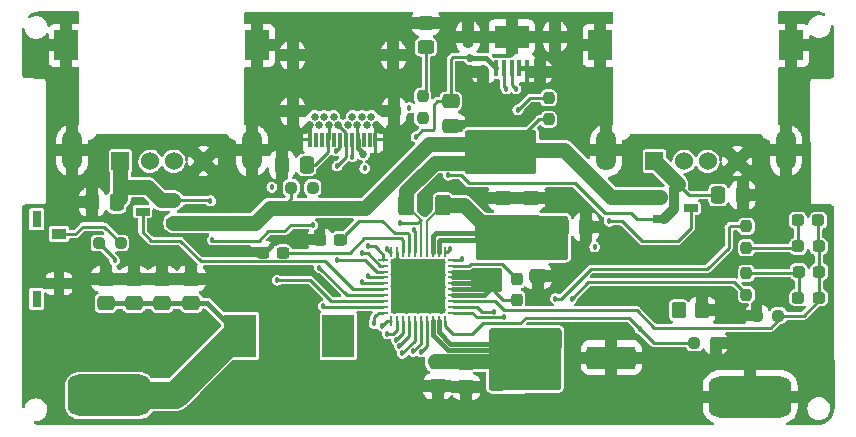
<source format=gbr>
%TF.GenerationSoftware,KiCad,Pcbnew,(6.0.6)*%
%TF.CreationDate,2022-07-25T23:57:10+01:00*%
%TF.ProjectId,Virpar,56697270-6172-42e6-9b69-6361645f7063,rev?*%
%TF.SameCoordinates,Original*%
%TF.FileFunction,Copper,L1,Top*%
%TF.FilePolarity,Positive*%
%FSLAX46Y46*%
G04 Gerber Fmt 4.6, Leading zero omitted, Abs format (unit mm)*
G04 Created by KiCad (PCBNEW (6.0.6)) date 2022-07-25 23:57:11*
%MOMM*%
%LPD*%
G01*
G04 APERTURE LIST*
G04 Aperture macros list*
%AMRoundRect*
0 Rectangle with rounded corners*
0 $1 Rounding radius*
0 $2 $3 $4 $5 $6 $7 $8 $9 X,Y pos of 4 corners*
0 Add a 4 corners polygon primitive as box body*
4,1,4,$2,$3,$4,$5,$6,$7,$8,$9,$2,$3,0*
0 Add four circle primitives for the rounded corners*
1,1,$1+$1,$2,$3*
1,1,$1+$1,$4,$5*
1,1,$1+$1,$6,$7*
1,1,$1+$1,$8,$9*
0 Add four rect primitives between the rounded corners*
20,1,$1+$1,$2,$3,$4,$5,0*
20,1,$1+$1,$4,$5,$6,$7,0*
20,1,$1+$1,$6,$7,$8,$9,0*
20,1,$1+$1,$8,$9,$2,$3,0*%
G04 Aperture macros list end*
%TA.AperFunction,SMDPad,CuDef*%
%ADD10RoundRect,0.062500X0.062500X-0.350000X0.062500X0.350000X-0.062500X0.350000X-0.062500X-0.350000X0*%
%TD*%
%TA.AperFunction,SMDPad,CuDef*%
%ADD11RoundRect,0.062500X0.350000X-0.062500X0.350000X0.062500X-0.350000X0.062500X-0.350000X-0.062500X0*%
%TD*%
%TA.AperFunction,ComponentPad*%
%ADD12C,0.500000*%
%TD*%
%TA.AperFunction,SMDPad,CuDef*%
%ADD13R,4.600000X4.600000*%
%TD*%
%TA.AperFunction,ComponentPad*%
%ADD14RoundRect,0.875000X-2.625000X-0.875000X2.625000X-0.875000X2.625000X0.875000X-2.625000X0.875000X0*%
%TD*%
%TA.AperFunction,SMDPad,CuDef*%
%ADD15R,1.270000X0.900000*%
%TD*%
%TA.AperFunction,SMDPad,CuDef*%
%ADD16R,0.800000X1.450000*%
%TD*%
%TA.AperFunction,SMDPad,CuDef*%
%ADD17R,2.700000X3.600000*%
%TD*%
%TA.AperFunction,ComponentPad*%
%ADD18R,1.524000X1.524000*%
%TD*%
%TA.AperFunction,ComponentPad*%
%ADD19C,1.524000*%
%TD*%
%TA.AperFunction,ComponentPad*%
%ADD20O,1.700000X3.500000*%
%TD*%
%TA.AperFunction,SMDPad,CuDef*%
%ADD21R,2.000000X2.600000*%
%TD*%
%TA.AperFunction,ComponentPad*%
%ADD22C,0.660400*%
%TD*%
%TA.AperFunction,SMDPad,CuDef*%
%ADD23R,0.304800X1.193800*%
%TD*%
%TA.AperFunction,ComponentPad*%
%ADD24O,1.117600X1.701800*%
%TD*%
%TA.AperFunction,SMDPad,CuDef*%
%ADD25R,0.400000X1.350000*%
%TD*%
%TA.AperFunction,ComponentPad*%
%ADD26O,1.050000X1.250000*%
%TD*%
%TA.AperFunction,ComponentPad*%
%ADD27O,1.000000X1.900000*%
%TD*%
%TA.AperFunction,SMDPad,CuDef*%
%ADD28R,2.900000X1.900000*%
%TD*%
%TA.AperFunction,SMDPad,CuDef*%
%ADD29RoundRect,0.250000X-0.400000X-0.625000X0.400000X-0.625000X0.400000X0.625000X-0.400000X0.625000X0*%
%TD*%
%TA.AperFunction,SMDPad,CuDef*%
%ADD30RoundRect,0.250000X-1.825000X-0.700000X1.825000X-0.700000X1.825000X0.700000X-1.825000X0.700000X0*%
%TD*%
%TA.AperFunction,SMDPad,CuDef*%
%ADD31RoundRect,0.237500X-0.300000X-0.237500X0.300000X-0.237500X0.300000X0.237500X-0.300000X0.237500X0*%
%TD*%
%TA.AperFunction,SMDPad,CuDef*%
%ADD32RoundRect,0.250000X-0.475000X0.337500X-0.475000X-0.337500X0.475000X-0.337500X0.475000X0.337500X0*%
%TD*%
%TA.AperFunction,SMDPad,CuDef*%
%ADD33RoundRect,0.250000X0.337500X0.475000X-0.337500X0.475000X-0.337500X-0.475000X0.337500X-0.475000X0*%
%TD*%
%TA.AperFunction,SMDPad,CuDef*%
%ADD34RoundRect,0.250000X0.475000X-0.337500X0.475000X0.337500X-0.475000X0.337500X-0.475000X-0.337500X0*%
%TD*%
%TA.AperFunction,SMDPad,CuDef*%
%ADD35RoundRect,0.250000X-0.337500X-0.475000X0.337500X-0.475000X0.337500X0.475000X-0.337500X0.475000X0*%
%TD*%
%TA.AperFunction,SMDPad,CuDef*%
%ADD36RoundRect,0.237500X-0.250000X-0.237500X0.250000X-0.237500X0.250000X0.237500X-0.250000X0.237500X0*%
%TD*%
%TA.AperFunction,SMDPad,CuDef*%
%ADD37RoundRect,0.237500X0.287500X0.237500X-0.287500X0.237500X-0.287500X-0.237500X0.287500X-0.237500X0*%
%TD*%
%TA.AperFunction,SMDPad,CuDef*%
%ADD38RoundRect,0.237500X-0.237500X0.300000X-0.237500X-0.300000X0.237500X-0.300000X0.237500X0.300000X0*%
%TD*%
%TA.AperFunction,SMDPad,CuDef*%
%ADD39R,1.220000X0.650000*%
%TD*%
%TA.AperFunction,SMDPad,CuDef*%
%ADD40RoundRect,0.237500X0.237500X-0.250000X0.237500X0.250000X-0.237500X0.250000X-0.237500X-0.250000X0*%
%TD*%
%TA.AperFunction,SMDPad,CuDef*%
%ADD41RoundRect,0.237500X-0.287500X-0.237500X0.287500X-0.237500X0.287500X0.237500X-0.287500X0.237500X0*%
%TD*%
%TA.AperFunction,SMDPad,CuDef*%
%ADD42RoundRect,0.250000X-0.450000X0.325000X-0.450000X-0.325000X0.450000X-0.325000X0.450000X0.325000X0*%
%TD*%
%TA.AperFunction,SMDPad,CuDef*%
%ADD43RoundRect,0.237500X0.250000X0.237500X-0.250000X0.237500X-0.250000X-0.237500X0.250000X-0.237500X0*%
%TD*%
%TA.AperFunction,SMDPad,CuDef*%
%ADD44RoundRect,0.237500X-0.237500X0.250000X-0.237500X-0.250000X0.237500X-0.250000X0.237500X0.250000X0*%
%TD*%
%TA.AperFunction,SMDPad,CuDef*%
%ADD45RoundRect,0.250000X-0.350000X-0.450000X0.350000X-0.450000X0.350000X0.450000X-0.350000X0.450000X0*%
%TD*%
%TA.AperFunction,ViaPad*%
%ADD46C,0.457200*%
%TD*%
%TA.AperFunction,ViaPad*%
%ADD47C,0.685800*%
%TD*%
%TA.AperFunction,Conductor*%
%ADD48C,0.228600*%
%TD*%
%TA.AperFunction,Conductor*%
%ADD49C,0.457200*%
%TD*%
%TA.AperFunction,Conductor*%
%ADD50C,2.286000*%
%TD*%
%TA.AperFunction,Conductor*%
%ADD51C,0.200000*%
%TD*%
%TA.AperFunction,Conductor*%
%ADD52C,1.270000*%
%TD*%
%TA.AperFunction,Conductor*%
%ADD53C,1.143000*%
%TD*%
%TA.AperFunction,Conductor*%
%ADD54C,0.812800*%
%TD*%
%TA.AperFunction,Conductor*%
%ADD55C,0.609600*%
%TD*%
G04 APERTURE END LIST*
D10*
%TO.P,U1,1,DPA2*%
%TO.N,DPA2*%
X153553600Y-95520500D03*
%TO.P,U1,2,CC1*%
%TO.N,CC1*%
X154053600Y-95520500D03*
%TO.P,U1,3,CC2*%
%TO.N,CC2*%
X154553600Y-95520500D03*
%TO.P,U1,4,DMC*%
%TO.N,DMC*%
X155053600Y-95520500D03*
%TO.P,U1,5,DPC*%
%TO.N,DPC*%
X155553600Y-95520500D03*
%TO.P,U1,6,DMB*%
%TO.N,DMB*%
X156053600Y-95520500D03*
%TO.P,U1,7,DPB*%
%TO.N,DPB*%
X156553600Y-95520500D03*
%TO.P,U1,8,VSYS*%
%TO.N,VSYS*%
X157053600Y-95520500D03*
%TO.P,U1,9,VSYS*%
X157553600Y-95520500D03*
%TO.P,U1,10,NTC*%
%TO.N,Net-(R12-Pad1)*%
X158053600Y-95520500D03*
D11*
%TO.P,U1,11,L1*%
%TO.N,Net-(R7-Pad1)*%
X158741100Y-94833000D03*
%TO.P,U1,12,L2*%
%TO.N,Net-(R2-Pad1)*%
X158741100Y-94333000D03*
%TO.P,U1,13,L3*%
%TO.N,Net-(D1-Pad1)*%
X158741100Y-93833000D03*
%TO.P,U1,14,LX*%
%TO.N,Net-(C6-Pad2)*%
X158741100Y-93333000D03*
%TO.P,U1,15,LX*%
X158741100Y-92833000D03*
%TO.P,U1,16,LX*%
X158741100Y-92333000D03*
%TO.P,U1,17,LX*%
X158741100Y-91833000D03*
%TO.P,U1,18,LX*%
X158741100Y-91333000D03*
%TO.P,U1,19,BST*%
%TO.N,Net-(C6-Pad1)*%
X158741100Y-90833000D03*
%TO.P,U1,20,LIGHT*%
%TO.N,LIGHT*%
X158741100Y-90333000D03*
D10*
%TO.P,U1,21,RSET*%
%TO.N,Net-(R10-Pad2)*%
X158053600Y-89645500D03*
%TO.P,U1,22,VSYS3*%
%TO.N,VSYS*%
X157553600Y-89645500D03*
%TO.P,U1,23,VSYS4*%
X157053600Y-89645500D03*
%TO.P,U1,24,VSP*%
X156553600Y-89645500D03*
%TO.P,U1,25,VSN*%
%TO.N,VMID*%
X156053600Y-89645500D03*
%TO.P,U1,26,KEY*%
%TO.N,KEY*%
X155553600Y-89645500D03*
%TO.P,U1,27,VREG*%
%TO.N,Net-(C1-Pad2)*%
X155053600Y-89645500D03*
%TO.P,U1,28,BAT*%
%TO.N,VBAT+*%
X154553600Y-89645500D03*
%TO.P,U1,29,AGND*%
%TO.N,GND*%
X154053600Y-89645500D03*
%TO.P,U1,30,VIN*%
%TO.N,VIN*%
X153553600Y-89645500D03*
D11*
%TO.P,U1,31,VING*%
%TO.N,VING*%
X152866100Y-90333000D03*
%TO.P,U1,32,VBUS*%
%TO.N,VBUS*%
X152866100Y-90833000D03*
%TO.P,U1,33,VBUSG*%
%TO.N,VBUSG*%
X152866100Y-91333000D03*
%TO.P,U1,34,VOUT2*%
%TO.N,VOUT2*%
X152866100Y-91833000D03*
%TO.P,U1,35,VOUT2G*%
%TO.N,VOUT2G*%
X152866100Y-92333000D03*
%TO.P,U1,36,VOUT1G*%
%TO.N,VOUT1G*%
X152866100Y-92833000D03*
%TO.P,U1,37,VOUT1*%
%TO.N,VOUT1*%
X152866100Y-93333000D03*
%TO.P,U1,38,DMA1*%
%TO.N,DMA1*%
X152866100Y-93833000D03*
%TO.P,U1,39,DPA1*%
%TO.N,DPA1*%
X152866100Y-94333000D03*
%TO.P,U1,40,DMA2*%
%TO.N,DMA2*%
X152866100Y-94833000D03*
D12*
%TO.P,U1,41,EPAD*%
%TO.N,GND*%
X157853600Y-93608000D03*
X154778600Y-93608000D03*
X157853600Y-92583000D03*
X157853600Y-94633000D03*
X154778600Y-94633000D03*
X157853600Y-91558000D03*
X155803600Y-92583000D03*
D13*
X155803600Y-92583000D03*
D12*
X153753600Y-91558000D03*
X155803600Y-93608000D03*
X155803600Y-91558000D03*
X153753600Y-90533000D03*
X153753600Y-94633000D03*
X154778600Y-91558000D03*
X155803600Y-90533000D03*
X156828600Y-91558000D03*
X156828600Y-90533000D03*
X156828600Y-92583000D03*
X154778600Y-92583000D03*
X153753600Y-93608000D03*
X156828600Y-93608000D03*
X155803600Y-94633000D03*
X156828600Y-94633000D03*
X157853600Y-90533000D03*
X154778600Y-90533000D03*
X153753600Y-92583000D03*
%TD*%
D14*
%TO.P,BAT+,1*%
%TO.N,VBAT+*%
X129667000Y-101828600D03*
%TD*%
%TO.P,BAT-,1*%
%TO.N,GND*%
X183921400Y-101930200D03*
%TD*%
D15*
%TO.P,SW1,1,1*%
%TO.N,Net-(R6-Pad2)*%
X125401300Y-88170870D03*
%TO.P,SW1,2,2*%
%TO.N,GND*%
X125401300Y-92370870D03*
D16*
%TO.P,SW1,3*%
%TO.N,N/C*%
X123516300Y-86895870D03*
%TO.P,SW1,4*%
X123516300Y-93645870D03*
%TD*%
D17*
%TO.P,L1,1,1*%
%TO.N,Net-(C6-Pad2)*%
X149057000Y-96799400D03*
%TO.P,L1,2,2*%
%TO.N,VBAT+*%
X140757000Y-96799400D03*
%TD*%
D18*
%TO.P,J4,1,VBUS*%
%TO.N,VOUT2*%
X175818800Y-81994400D03*
D19*
%TO.P,J4,2,D-*%
%TO.N,DPA2*%
X178324000Y-82000000D03*
%TO.P,J4,3,D+*%
%TO.N,DMA2*%
X180324000Y-82000000D03*
%TO.P,J4,4,GND*%
%TO.N,GND*%
X182824000Y-82000000D03*
D20*
%TO.P,J4,5,Shield*%
X171729400Y-81080000D03*
D21*
X187401200Y-72190000D03*
D20*
X186944000Y-81080000D03*
D21*
X171246800Y-72190000D03*
%TD*%
D18*
%TO.P,J3,1,VBUS*%
%TO.N,VOUT1*%
X130606800Y-81991200D03*
D19*
%TO.P,J3,2,D-*%
%TO.N,DPA1*%
X133112000Y-81996800D03*
%TO.P,J3,3,D+*%
%TO.N,DMA1*%
X135112000Y-81996800D03*
%TO.P,J3,4,GND*%
%TO.N,GND*%
X137612000Y-81996800D03*
D20*
%TO.P,J3,5,Shield*%
X126517400Y-81076800D03*
D21*
X142189200Y-72186800D03*
D20*
X141732000Y-81076800D03*
D21*
X126034800Y-72186800D03*
%TD*%
D22*
%TO.P,J2,25*%
%TO.N,N/C*%
X147445792Y-78916399D03*
%TO.P,J2,26*%
X151446422Y-78916399D03*
D23*
%TO.P,J2,A1,GND*%
%TO.N,GND*%
X152196800Y-80169400D03*
%TO.P,J2,A2,TX1+*%
%TO.N,unconnected-(J2-PadA2)*%
X151696674Y-80169400D03*
%TO.P,J2,A3,TX1-*%
%TO.N,unconnected-(J2-PadA3)*%
X151196548Y-80169400D03*
%TO.P,J2,A4,VBUS*%
%TO.N,VBUS*%
X150696422Y-80169400D03*
%TO.P,J2,A5,CC1*%
%TO.N,CC1*%
X150196296Y-80169400D03*
%TO.P,J2,A6,D+*%
%TO.N,DPC*%
X149696170Y-80169400D03*
%TO.P,J2,A7,D-*%
%TO.N,DMC*%
X149196044Y-80169400D03*
%TO.P,J2,A8,SBU1*%
%TO.N,unconnected-(J2-PadA8)*%
X148695918Y-80169400D03*
%TO.P,J2,A9,VBUS*%
%TO.N,VBUS*%
X148195792Y-80169400D03*
%TO.P,J2,A10,RX2-*%
%TO.N,unconnected-(J2-PadA10)*%
X147695666Y-80169400D03*
%TO.P,J2,A11,RX2+*%
%TO.N,unconnected-(J2-PadA11)*%
X147195540Y-80169400D03*
%TO.P,J2,A12,GND*%
%TO.N,GND*%
X146695414Y-80169400D03*
D22*
%TO.P,J2,B1,GND*%
X146645666Y-78916399D03*
%TO.P,J2,B2,TX2+*%
%TO.N,unconnected-(J2-PadB2)*%
X147045792Y-78216398D03*
%TO.P,J2,B3,TX2-*%
%TO.N,unconnected-(J2-PadB3)*%
X147845918Y-78216398D03*
%TO.P,J2,B4,VBUS*%
%TO.N,VBUS*%
X148245918Y-78916399D03*
%TO.P,J2,B5,CC2*%
%TO.N,CC2*%
X148646044Y-78216398D03*
%TO.P,J2,B6,D+*%
%TO.N,DPC*%
X149046044Y-78916399D03*
%TO.P,J2,B7,D-*%
%TO.N,DMC*%
X149846170Y-78916399D03*
%TO.P,J2,B8,SBU2*%
%TO.N,unconnected-(J2-PadB8)*%
X150246170Y-78216398D03*
%TO.P,J2,B9,VBUS*%
%TO.N,VBUS*%
X150646296Y-78916399D03*
%TO.P,J2,B10,RX1-*%
%TO.N,unconnected-(J2-PadB10)*%
X151046296Y-78216398D03*
%TO.P,J2,B11,RX1+*%
%TO.N,unconnected-(J2-PadB11)*%
X151846422Y-78216398D03*
%TO.P,J2,B12,GND*%
%TO.N,GND*%
X152246548Y-78916399D03*
D24*
%TO.P,J2,S1,SHIELD*%
X145176108Y-77766399D03*
X153716108Y-73036399D03*
X153771600Y-77749400D03*
X145176108Y-73036399D03*
%TD*%
D25*
%TO.P,J1,1,VBUS*%
%TO.N,VIN*%
X162428400Y-74125200D03*
%TO.P,J1,2,D-*%
%TO.N,DMB*%
X163078400Y-74125200D03*
%TO.P,J1,3,D+*%
%TO.N,DPB*%
X163728400Y-74125200D03*
%TO.P,J1,4,ID*%
%TO.N,GND*%
X164378400Y-74125200D03*
%TO.P,J1,5,GND*%
X165028400Y-74125200D03*
D26*
%TO.P,J1,6,Shield*%
X161340800Y-74450200D03*
D27*
X167386000Y-71450200D03*
D26*
X166166800Y-74450200D03*
D27*
X160020000Y-71450200D03*
D28*
X163728400Y-71450200D03*
%TD*%
D29*
%TO.P,R1,1*%
%TO.N,VMID*%
X154812400Y-85725000D03*
%TO.P,R1,2*%
%TO.N,VSYS*%
X157912400Y-85725000D03*
%TD*%
D30*
%TO.P,CP12,1*%
%TO.N,VSYS*%
X165206400Y-98615500D03*
%TO.P,CP12,2*%
%TO.N,GND*%
X172156400Y-98615500D03*
%TD*%
D31*
%TO.P,C2,1*%
%TO.N,GND*%
X142637500Y-89750000D03*
%TO.P,C2,2*%
%TO.N,VBAT+*%
X144362500Y-89750000D03*
%TD*%
D32*
%TO.P,CP13,1*%
%TO.N,VIN*%
X158575000Y-76912500D03*
%TO.P,CP13,2*%
%TO.N,GND*%
X158575000Y-78987500D03*
%TD*%
D33*
%TO.P,CP10,1*%
%TO.N,VBUS*%
X146362500Y-82300000D03*
%TO.P,CP10,2*%
%TO.N,GND*%
X144287500Y-82300000D03*
%TD*%
D34*
%TO.P,CP3,1*%
%TO.N,VBAT+*%
X131749800Y-94030800D03*
%TO.P,CP3,2*%
%TO.N,GND*%
X131749800Y-91955800D03*
%TD*%
D35*
%TO.P,CP16,1*%
%TO.N,VSYS*%
X167962500Y-87575000D03*
%TO.P,CP16,2*%
%TO.N,GND*%
X170037500Y-87575000D03*
%TD*%
%TO.P,CP9,1*%
%TO.N,VOUT2*%
X181207500Y-84861400D03*
%TO.P,CP9,2*%
%TO.N,GND*%
X183282500Y-84861400D03*
%TD*%
D31*
%TO.P,C1,1*%
%TO.N,GND*%
X147487500Y-88625000D03*
%TO.P,C1,2*%
%TO.N,Net-(C1-Pad2)*%
X149212500Y-88625000D03*
%TD*%
D34*
%TO.P,CP17,1*%
%TO.N,VSYS*%
X165350000Y-87162500D03*
%TO.P,CP17,2*%
%TO.N,GND*%
X165350000Y-85087500D03*
%TD*%
D32*
%TO.P,CP6,1*%
%TO.N,VSYS*%
X159867600Y-99038500D03*
%TO.P,CP6,2*%
%TO.N,GND*%
X159867600Y-101113500D03*
%TD*%
D34*
%TO.P,CP14,1*%
%TO.N,VBAT+*%
X129362200Y-94026900D03*
%TO.P,CP14,2*%
%TO.N,GND*%
X129362200Y-91951900D03*
%TD*%
D36*
%TO.P,R12,1*%
%TO.N,Net-(R12-Pad1)*%
X179198900Y-97383600D03*
%TO.P,R12,2*%
%TO.N,GND*%
X181023900Y-97383600D03*
%TD*%
D34*
%TO.P,CP2,1*%
%TO.N,VBAT+*%
X134137400Y-94030800D03*
%TO.P,CP2,2*%
%TO.N,GND*%
X134137400Y-91955800D03*
%TD*%
D37*
%TO.P,D1,1,K*%
%TO.N,Net-(D1-Pad1)*%
X189749400Y-93548200D03*
%TO.P,D1,2,A*%
%TO.N,Net-(D1-Pad2)*%
X187999400Y-93548200D03*
%TD*%
%TO.P,D3,1,K*%
%TO.N,Net-(D1-Pad1)*%
X189724000Y-89204800D03*
%TO.P,D3,2,A*%
%TO.N,Net-(D3-Pad2)*%
X187974000Y-89204800D03*
%TD*%
D34*
%TO.P,CP20,1*%
%TO.N,VSYS*%
X162975000Y-87162500D03*
%TO.P,CP20,2*%
%TO.N,GND*%
X162975000Y-85087500D03*
%TD*%
D38*
%TO.P,C6,1*%
%TO.N,Net-(C6-Pad1)*%
X164185600Y-91987200D03*
%TO.P,C6,2*%
%TO.N,Net-(C6-Pad2)*%
X164185600Y-93712200D03*
%TD*%
D36*
%TO.P,R6,1*%
%TO.N,KEY*%
X128787500Y-88925000D03*
%TO.P,R6,2*%
%TO.N,Net-(R6-Pad2)*%
X130612500Y-88925000D03*
%TD*%
D39*
%TO.P,Q3,1,D*%
%TO.N,VMID*%
X135091800Y-87208400D03*
%TO.P,Q3,2,S*%
%TO.N,VOUT1*%
X135091800Y-85308400D03*
%TO.P,Q3,3,G*%
%TO.N,VOUT1G*%
X132471800Y-86258400D03*
%TD*%
D32*
%TO.P,CP5,1*%
%TO.N,VSYS*%
X165925000Y-89662500D03*
%TO.P,CP5,2*%
%TO.N,GND*%
X165925000Y-91737500D03*
%TD*%
D39*
%TO.P,Q1,1,D*%
%TO.N,VMID*%
X176265000Y-85025000D03*
%TO.P,Q1,2,S*%
%TO.N,VOUT2*%
X176265000Y-86925000D03*
%TO.P,Q1,3,G*%
%TO.N,VOUT2G*%
X178885000Y-85975000D03*
%TD*%
D40*
%TO.P,R5,1*%
%TO.N,LIGHT*%
X156184600Y-78306300D03*
%TO.P,R5,2*%
%TO.N,Net-(D8-Pad2)*%
X156184600Y-76481300D03*
%TD*%
D41*
%TO.P,D2,1,K*%
%TO.N,Net-(D1-Pad2)*%
X188024800Y-91338400D03*
%TO.P,D2,2,A*%
%TO.N,Net-(D1-Pad1)*%
X189774800Y-91338400D03*
%TD*%
D42*
%TO.P,D8,1,K*%
%TO.N,GND*%
X156464000Y-70272800D03*
%TO.P,D8,2,A*%
%TO.N,Net-(D8-Pad2)*%
X156464000Y-72322800D03*
%TD*%
D34*
%TO.P,CP1,1*%
%TO.N,VBAT+*%
X136601200Y-94001500D03*
%TO.P,CP1,2*%
%TO.N,GND*%
X136601200Y-91926500D03*
%TD*%
D36*
%TO.P,R8,1*%
%TO.N,VMID*%
X145062500Y-84225000D03*
%TO.P,R8,2*%
%TO.N,VBUSG*%
X146887500Y-84225000D03*
%TD*%
D43*
%TO.P,R14,1*%
%TO.N,Net-(D1-Pad1)*%
X186307100Y-95072200D03*
%TO.P,R14,2*%
%TO.N,GND*%
X184482100Y-95072200D03*
%TD*%
D40*
%TO.P,R2,1*%
%TO.N,Net-(R2-Pad1)*%
X183591200Y-93294200D03*
%TO.P,R2,2*%
%TO.N,Net-(D1-Pad2)*%
X183591200Y-91469200D03*
%TD*%
D32*
%TO.P,CP4,1*%
%TO.N,VSYS*%
X157454600Y-98987700D03*
%TO.P,CP4,2*%
%TO.N,GND*%
X157454600Y-101062700D03*
%TD*%
D33*
%TO.P,CP7,1*%
%TO.N,VOUT1*%
X130276600Y-85471000D03*
%TO.P,CP7,2*%
%TO.N,GND*%
X128201600Y-85471000D03*
%TD*%
D44*
%TO.P,R7,1*%
%TO.N,Net-(R7-Pad1)*%
X183591200Y-87504900D03*
%TO.P,R7,2*%
%TO.N,Net-(D3-Pad2)*%
X183591200Y-89329900D03*
%TD*%
D41*
%TO.P,D4,1,K*%
%TO.N,Net-(D3-Pad2)*%
X187948600Y-86995000D03*
%TO.P,D4,2,A*%
%TO.N,Net-(D1-Pad1)*%
X189698600Y-86995000D03*
%TD*%
D45*
%TO.P,RNTC1,1*%
%TO.N,Net-(R12-Pad1)*%
X177866800Y-94615000D03*
%TO.P,RNTC1,2*%
%TO.N,GND*%
X179866800Y-94615000D03*
%TD*%
D40*
%TO.P,R9,1*%
%TO.N,VMID*%
X166850000Y-78462500D03*
%TO.P,R9,2*%
%TO.N,VING*%
X166850000Y-76637500D03*
%TD*%
D46*
%TO.N,VMID*%
X160460000Y-81120000D03*
%TO.N,DPC*%
X143425000Y-84200000D03*
%TO.N,GND*%
X179875000Y-94625000D03*
X147487500Y-88625000D03*
X161175000Y-84800000D03*
%TO.N,VBAT+*%
X140756996Y-96799400D03*
X144362500Y-89750000D03*
%TO.N,VSYS*%
X165277800Y-97218500D03*
X163271200Y-97294700D03*
X162331400Y-98005900D03*
X165912800Y-88011000D03*
X164261800Y-99453700D03*
X164896800Y-87274400D03*
X164033200Y-88011000D03*
X163372800Y-98818700D03*
X163398200Y-100342700D03*
X162026600Y-89484200D03*
X164007800Y-89535000D03*
X163093400Y-88722200D03*
X162306000Y-96583500D03*
X166116000Y-98082100D03*
X166116000Y-99479100D03*
X167233600Y-97243900D03*
X161188400Y-88696800D03*
X166243000Y-96481900D03*
X167182800Y-100291900D03*
X166903400Y-87299800D03*
X161264600Y-87299800D03*
X167767000Y-87960200D03*
X162382200Y-100901500D03*
X164185600Y-98005900D03*
X162128200Y-88036400D03*
X167182800Y-98793300D03*
X167843200Y-89484200D03*
X165252400Y-98793300D03*
X164287200Y-101003100D03*
X166878000Y-88696800D03*
X165887400Y-89509600D03*
X164871400Y-88671400D03*
X163042600Y-87299800D03*
X164109400Y-96583500D03*
X166090600Y-100977700D03*
X165227000Y-100291900D03*
X162382200Y-99453700D03*
%TO.N,VMID*%
X164312600Y-81991200D03*
X165100000Y-81026000D03*
X161250000Y-82118200D03*
X162814000Y-80111600D03*
X163626800Y-81000600D03*
X164388800Y-80111600D03*
X154254200Y-87249000D03*
X161163000Y-80137000D03*
X162864800Y-82016600D03*
X162153600Y-81076800D03*
%TO.N,Net-(C6-Pad2)*%
X162229800Y-92506800D03*
X160885613Y-91333000D03*
X162306000Y-91338400D03*
X148525000Y-95850000D03*
X161594800Y-91871800D03*
X149682200Y-97917000D03*
X148488400Y-97891600D03*
X149606000Y-95859600D03*
X149656800Y-96926400D03*
X148539200Y-96926400D03*
X160883600Y-92506800D03*
%TO.N,VOUT1*%
X138225000Y-85350000D03*
X147450337Y-90996790D03*
%TO.N,VOUT2*%
X158350000Y-83175000D03*
X151600000Y-91700000D03*
%TO.N,VBUS*%
X151297000Y-82590600D03*
X151050000Y-89800000D03*
D47*
X151175009Y-81374996D03*
D46*
%TO.N,VIN*%
X153150000Y-89400000D03*
D47*
X160200010Y-73249993D03*
D46*
X155625000Y-79925000D03*
%TO.N,DMB*%
X155397200Y-98094800D03*
X163275000Y-75875000D03*
%TO.N,DPB*%
X164084000Y-75869800D03*
X156057600Y-98120200D03*
%TO.N,CC1*%
X153187400Y-96596200D03*
X150225000Y-81600000D03*
%TO.N,DPC*%
X148950000Y-82400000D03*
X154457400Y-98272600D03*
%TO.N,DMC*%
X148876844Y-81101844D03*
X154203400Y-97637600D03*
%TO.N,CC2*%
X153974800Y-97104200D03*
%TO.N,DPA1*%
X147780936Y-94275971D03*
%TO.N,DMA1*%
X143873286Y-92066843D03*
%TO.N,DPA2*%
X152755600Y-95935800D03*
%TO.N,DMA2*%
X152069800Y-95732600D03*
X170764200Y-89230200D03*
%TO.N,VOUT2G*%
X172000000Y-87075000D03*
X151050000Y-92250000D03*
%TO.N,VBUSG*%
X146887500Y-84225000D03*
X148900000Y-90350000D03*
%TO.N,VING*%
X164250000Y-77650000D03*
X155075000Y-77475000D03*
X151522829Y-89200000D03*
%TO.N,Net-(R2-Pad1)*%
X162236336Y-94742000D03*
X168808400Y-93649800D03*
%TO.N,LIGHT*%
X156184600Y-78306300D03*
X159562800Y-90246200D03*
%TO.N,KEY*%
X146875000Y-87400000D03*
X130125000Y-90400000D03*
X138375000Y-88650000D03*
X155500000Y-87850000D03*
%TO.N,Net-(R7-Pad1)*%
X167436800Y-93624400D03*
X163093400Y-95224600D03*
%TO.N,Net-(R10-Pad2)*%
X158496000Y-89433400D03*
%TO.N,Net-(R12-Pad1)*%
X177866800Y-94615000D03*
X174599600Y-96189800D03*
%TD*%
D48*
%TO.N,DMA1*%
X146691843Y-92066843D02*
X148458000Y-93833000D01*
X148458000Y-93833000D02*
X152866100Y-93833000D01*
X143873286Y-92066843D02*
X146691843Y-92066843D01*
%TO.N,DPA1*%
X152858100Y-94325000D02*
X152866100Y-94333000D01*
X147829965Y-94325000D02*
X152858100Y-94325000D01*
X147780936Y-94275971D02*
X147829965Y-94325000D01*
%TO.N,VOUT1*%
X149786547Y-93333000D02*
X152866100Y-93333000D01*
X147450337Y-90996790D02*
X149786547Y-93333000D01*
%TO.N,VOUT1G*%
X132471800Y-87996800D02*
X132471800Y-86258400D01*
X137430622Y-90480622D02*
X135675000Y-88725000D01*
X147932842Y-90480622D02*
X137430622Y-90480622D01*
X135675000Y-88725000D02*
X133200000Y-88725000D01*
X150285220Y-92833000D02*
X147932842Y-90480622D01*
X152866100Y-92833000D02*
X150285220Y-92833000D01*
X133200000Y-88725000D02*
X132471800Y-87996800D01*
D49*
%TO.N,GND*%
X147362500Y-88500000D02*
X147487500Y-88625000D01*
X143975000Y-88500000D02*
X147362500Y-88500000D01*
D48*
X154053600Y-90233000D02*
X153753600Y-90533000D01*
D49*
X142725000Y-89750000D02*
X143975000Y-88500000D01*
X142637500Y-89750000D02*
X142725000Y-89750000D01*
D48*
X154053600Y-89645500D02*
X154053600Y-90233000D01*
%TO.N,Net-(C1-Pad2)*%
X152776444Y-87062127D02*
X150775373Y-87062127D01*
X153817225Y-88102908D02*
X152776444Y-87062127D01*
X155053600Y-89645500D02*
X155053600Y-88217171D01*
X150775373Y-87062127D02*
X149587500Y-88250000D01*
X154939337Y-88102908D02*
X153817225Y-88102908D01*
X149587500Y-88250000D02*
X149587500Y-88950000D01*
X155053600Y-88217171D02*
X154939337Y-88102908D01*
D50*
%TO.N,VBAT+*%
X140204287Y-96799400D02*
X140756996Y-96799400D01*
D48*
X154553600Y-88703600D02*
X154350000Y-88500000D01*
X151252182Y-88500000D02*
X150002182Y-89750000D01*
D49*
X131749800Y-94030800D02*
X129366100Y-94030800D01*
X134137400Y-94030800D02*
X136571888Y-94030800D01*
X129366100Y-94030800D02*
X129362200Y-94026900D01*
D50*
X135247865Y-101755822D02*
X140204287Y-96799400D01*
D48*
X150002182Y-89750000D02*
X144362500Y-89750000D01*
D50*
X129126468Y-101755822D02*
X135247865Y-101755822D01*
D49*
X131749800Y-94030800D02*
X134137400Y-94030800D01*
D48*
X154553600Y-89645500D02*
X154553600Y-88703600D01*
X154350000Y-88500000D02*
X151252182Y-88500000D01*
D49*
X136601200Y-94001500D02*
X137959100Y-94001500D01*
X137959100Y-94001500D02*
X140757000Y-96799400D01*
D48*
%TO.N,VSYS*%
X163080700Y-97485200D02*
X163271200Y-97294700D01*
D51*
X157932187Y-85714775D02*
X156553600Y-87093362D01*
D49*
X158358888Y-98005900D02*
X162331400Y-98005900D01*
X162407600Y-88036400D02*
X163093400Y-88722200D01*
X157553600Y-88775600D02*
X157683200Y-88646000D01*
X157553600Y-95520500D02*
X157553600Y-96492000D01*
X158546800Y-97485200D02*
X163080700Y-97485200D01*
X157553600Y-89645500D02*
X157553600Y-88775600D01*
X157353000Y-88036400D02*
X162407600Y-88036400D01*
X157053600Y-88335800D02*
X157353000Y-88036400D01*
X157053600Y-95520500D02*
X157053600Y-96722324D01*
D52*
X157932196Y-85714764D02*
X159679564Y-85714764D01*
X161992412Y-98936912D02*
X163398200Y-100342700D01*
D49*
X157683200Y-88646000D02*
X161137600Y-88646000D01*
D52*
X157226000Y-98936912D02*
X161992412Y-98936912D01*
D49*
X157053600Y-89645500D02*
X157053600Y-88335800D01*
X157053600Y-96722324D02*
X158342887Y-98011611D01*
X158353177Y-98011611D02*
X158358888Y-98005900D01*
X161137600Y-88646000D02*
X161188400Y-88696800D01*
D52*
X159679564Y-85714764D02*
X161264600Y-87299800D01*
D51*
X156553600Y-87093362D02*
X156553600Y-89645500D01*
D49*
X157553600Y-96492000D02*
X158546800Y-97485200D01*
D52*
%TO.N,VMID*%
X168173400Y-81026000D02*
X165100000Y-81026000D01*
D48*
X166850000Y-78462500D02*
X166037900Y-78462500D01*
D52*
X172172400Y-85025000D02*
X168173400Y-81026000D01*
X154812390Y-85725000D02*
X154812390Y-84506410D01*
D51*
X156053600Y-86957093D02*
X156037279Y-86940772D01*
D52*
X135091800Y-87208400D02*
X141972876Y-87208400D01*
D51*
X156053600Y-89645500D02*
X156053600Y-86957093D01*
D52*
X176265000Y-85025000D02*
X172172400Y-85025000D01*
X141972876Y-87208400D02*
X143235042Y-85946234D01*
D48*
X166037900Y-78462500D02*
X164388800Y-80111600D01*
D52*
X144278766Y-85946234D02*
X151340566Y-85946234D01*
D48*
X155720000Y-87249000D02*
X156028200Y-86940800D01*
X145062500Y-84225000D02*
X145062500Y-85162500D01*
X145062500Y-85162500D02*
X144278766Y-85946234D01*
D52*
X151340566Y-85946234D02*
X156768800Y-80518000D01*
D53*
X161594800Y-80518000D02*
X162153600Y-81076800D01*
D52*
X157200600Y-82118200D02*
X161163000Y-82118200D01*
D51*
X156028200Y-86940800D02*
X154812400Y-85725000D01*
D52*
X143235042Y-85946234D02*
X144278766Y-85946234D01*
X156768800Y-80518000D02*
X161594800Y-80518000D01*
D48*
X154254200Y-87249000D02*
X155720000Y-87249000D01*
D52*
X154812390Y-84506410D02*
X157200600Y-82118200D01*
D48*
%TO.N,Net-(C6-Pad1)*%
X158741100Y-90833000D02*
X160144400Y-90833000D01*
X160144400Y-90833000D02*
X160248600Y-90728800D01*
X160248600Y-90728800D02*
X162927200Y-90728800D01*
X162927200Y-90728800D02*
X164185600Y-91987200D01*
D49*
%TO.N,Net-(C6-Pad2)*%
X160633600Y-92833000D02*
X161594800Y-91871800D01*
X160885613Y-91333000D02*
X160896126Y-91343513D01*
X161403600Y-93333000D02*
X162229800Y-92506800D01*
X158741100Y-92333000D02*
X160709800Y-92333000D01*
D48*
X162229800Y-92964000D02*
X162991800Y-93726000D01*
X162991800Y-93726000D02*
X164171800Y-93726000D01*
D49*
X158741100Y-92833000D02*
X160633600Y-92833000D01*
D48*
X162229800Y-92506800D02*
X162229800Y-92964000D01*
D49*
X158741100Y-93333000D02*
X161403600Y-93333000D01*
X160709800Y-92333000D02*
X160883600Y-92506800D01*
X158741100Y-91333000D02*
X160885613Y-91333000D01*
X160914185Y-91833000D02*
X160914582Y-91832603D01*
X158741100Y-91833000D02*
X160914185Y-91833000D01*
D48*
X164171800Y-93726000D02*
X164185600Y-93712200D01*
D52*
%TO.N,VOUT1*%
X130606800Y-84181798D02*
X130606800Y-81991200D01*
X130606800Y-85140800D02*
X130606800Y-84181798D01*
D48*
X138225000Y-85350000D02*
X138183400Y-85308400D01*
D53*
X130276600Y-85471000D02*
X130606800Y-85140800D01*
D52*
X132906795Y-84181798D02*
X130606800Y-84181798D01*
X134033400Y-85308400D02*
X132906800Y-84181800D01*
X135091800Y-85308400D02*
X134033400Y-85308400D01*
D48*
X138183400Y-85308400D02*
X135091800Y-85308400D01*
%TO.N,VOUT2*%
X158350000Y-83175000D02*
X159425000Y-83175000D01*
D54*
X177508484Y-86058502D02*
X177508484Y-84358502D01*
D48*
X174375000Y-86925000D02*
X176265000Y-86925000D01*
D52*
X175869397Y-81994400D02*
X177824994Y-83949997D01*
D48*
X181207500Y-84861400D02*
X178736397Y-84861400D01*
X169075000Y-83875000D02*
X171600000Y-86400000D01*
D54*
X177508484Y-84358502D02*
X177852024Y-84014962D01*
D48*
X152866100Y-91833000D02*
X151733000Y-91833000D01*
X178736397Y-84861400D02*
X177824994Y-83949997D01*
X160125000Y-83875000D02*
X169075000Y-83875000D01*
D54*
X176628273Y-86924998D02*
X177482475Y-86070821D01*
D52*
X175818800Y-81994400D02*
X175869397Y-81994400D01*
D55*
X176265000Y-86925000D02*
X176628281Y-86925000D01*
D48*
X173850000Y-86400000D02*
X174375000Y-86925000D01*
X159425000Y-83175000D02*
X160125000Y-83875000D01*
X171600000Y-86400000D02*
X173850000Y-86400000D01*
X151733000Y-91833000D02*
X151600000Y-91700000D01*
%TO.N,VBUS*%
X148245918Y-78916399D02*
X148245918Y-80119274D01*
X152866100Y-90833000D02*
X152559883Y-90833000D01*
X150646296Y-80119274D02*
X150696422Y-80169400D01*
X151526883Y-89800000D02*
X151050000Y-89800000D01*
X150646296Y-78916399D02*
X150646296Y-80119274D01*
X152559883Y-90833000D02*
X151526883Y-89800000D01*
X148195792Y-81179208D02*
X148195792Y-80169400D01*
X148245918Y-80119274D02*
X148195792Y-80169400D01*
X147075000Y-82300000D02*
X148195792Y-81179208D01*
D49*
X150696422Y-80896422D02*
X151175000Y-81375000D01*
X150696422Y-80169400D02*
X150696422Y-80896422D01*
D48*
X146362500Y-82300000D02*
X147075000Y-82300000D01*
%TO.N,VIN*%
X160100017Y-73150000D02*
X160200010Y-73249993D01*
X153395500Y-89645500D02*
X153150000Y-89400000D01*
X157125000Y-79300000D02*
X157125000Y-77200000D01*
X158800000Y-73150000D02*
X160100017Y-73150000D01*
X153553600Y-89645500D02*
X153395500Y-89645500D01*
D49*
X162428400Y-74125200D02*
X161553200Y-73250000D01*
D48*
X157125000Y-77200000D02*
X157412500Y-76912500D01*
X155625000Y-79925000D02*
X156175000Y-79375000D01*
X158575000Y-73375000D02*
X158800000Y-73150000D01*
X157050000Y-79375000D02*
X157125000Y-79300000D01*
X157412500Y-76912500D02*
X158575000Y-76912500D01*
X156175000Y-79375000D02*
X157050000Y-79375000D01*
D49*
X161553200Y-73250000D02*
X160200000Y-73250000D01*
D48*
X158575000Y-76912500D02*
X158575000Y-73375000D01*
%TO.N,Net-(D1-Pad1)*%
X186307100Y-95429700D02*
X186307100Y-95072200D01*
X189698600Y-86995000D02*
X189698600Y-89179400D01*
X188442600Y-95072200D02*
X186307100Y-95072200D01*
X162311400Y-93833000D02*
X163093400Y-94615000D01*
X175793400Y-96088200D02*
X185648600Y-96088200D01*
X189749400Y-93548200D02*
X189749400Y-93765400D01*
X174320200Y-94615000D02*
X175793400Y-96088200D01*
X189724000Y-89204800D02*
X189724000Y-91287600D01*
X189724000Y-91287600D02*
X189774800Y-91338400D01*
X163093400Y-94615000D02*
X174320200Y-94615000D01*
X185648600Y-96088200D02*
X186307100Y-95429700D01*
X158741100Y-93833000D02*
X162311400Y-93833000D01*
X189749400Y-93765400D02*
X188442600Y-95072200D01*
X189774800Y-91338400D02*
X189774800Y-93522800D01*
X189774800Y-93522800D02*
X189749400Y-93548200D01*
X189698600Y-89179400D02*
X189724000Y-89204800D01*
%TO.N,Net-(D1-Pad2)*%
X183591200Y-91469200D02*
X187894000Y-91469200D01*
X188024800Y-93522800D02*
X187999400Y-93548200D01*
X187894000Y-91469200D02*
X188024800Y-91338400D01*
X188024800Y-91338400D02*
X188024800Y-93522800D01*
%TO.N,Net-(D3-Pad2)*%
X183591200Y-89329900D02*
X187848900Y-89329900D01*
X187848900Y-89329900D02*
X187974000Y-89204800D01*
X187974000Y-87020400D02*
X187948600Y-86995000D01*
X187974000Y-89204800D02*
X187974000Y-87020400D01*
%TO.N,Net-(D8-Pad2)*%
X156184600Y-76481300D02*
X156464000Y-76201900D01*
X156464000Y-76201900D02*
X156464000Y-72322800D01*
%TO.N,DMB*%
X156053600Y-97438400D02*
X155397200Y-98094800D01*
X156053600Y-95520500D02*
X156053600Y-97438400D01*
X163078400Y-75678400D02*
X163078400Y-74125200D01*
X163275000Y-75875000D02*
X163078400Y-75678400D01*
%TO.N,DPB*%
X156553600Y-97624200D02*
X156057600Y-98120200D01*
X156553600Y-95520500D02*
X156553600Y-97624200D01*
X164084000Y-75869800D02*
X163728400Y-75514200D01*
X163728400Y-75514200D02*
X163728400Y-74125200D01*
%TO.N,CC1*%
X154053600Y-96263400D02*
X153746200Y-96570800D01*
X150196296Y-81571296D02*
X150196296Y-80169400D01*
X154053600Y-95520500D02*
X154053600Y-96263400D01*
X153746200Y-96570800D02*
X153720800Y-96596200D01*
X153720800Y-96596200D02*
X153187400Y-96596200D01*
X150225000Y-81600000D02*
X150196296Y-81571296D01*
%TO.N,DPC*%
X148950000Y-82400000D02*
X149696170Y-81653830D01*
X149696170Y-81653830D02*
X149696170Y-80169400D01*
X149696170Y-79566525D02*
X149696170Y-80169400D01*
X155553600Y-95520500D02*
X155553600Y-97176400D01*
X155553600Y-97176400D02*
X154457400Y-98272600D01*
X149046044Y-78916399D02*
X149696170Y-79566525D01*
%TO.N,DMC*%
X155053600Y-96787400D02*
X154203400Y-97637600D01*
X155053600Y-95520500D02*
X155053600Y-96787400D01*
X149196044Y-80782644D02*
X148876844Y-81101844D01*
X149196044Y-80169400D02*
X149196044Y-80782644D01*
%TO.N,CC2*%
X154553600Y-95520500D02*
X154553600Y-96525400D01*
X154553600Y-96525400D02*
X153974800Y-97104200D01*
%TO.N,DPA2*%
X153170900Y-95520500D02*
X152755600Y-95935800D01*
X153553600Y-95520500D02*
X153170900Y-95520500D01*
%TO.N,DMA2*%
X152247600Y-95046800D02*
X152069800Y-95224600D01*
X152866100Y-94833000D02*
X152461400Y-94833000D01*
X152461400Y-94833000D02*
X152247600Y-95046800D01*
X152069800Y-95224600D02*
X152069800Y-95732600D01*
%TO.N,VOUT2G*%
X178885000Y-87665000D02*
X178885000Y-85975000D01*
X152866100Y-92333000D02*
X151053065Y-92333000D01*
X173075000Y-87075000D02*
X174725000Y-88725000D01*
X174725000Y-88725000D02*
X177825000Y-88725000D01*
X172000000Y-87075000D02*
X173075000Y-87075000D01*
X177825000Y-88725000D02*
X178885000Y-87665000D01*
X151053065Y-92333000D02*
X151020763Y-92300698D01*
%TO.N,VBUSG*%
X152175000Y-91175000D02*
X151350000Y-90350000D01*
X152333000Y-91333000D02*
X152175000Y-91175000D01*
X151350000Y-90350000D02*
X148900000Y-90350000D01*
X152866100Y-91333000D02*
X152333000Y-91333000D01*
%TO.N,VING*%
X152866100Y-90333000D02*
X152866100Y-89916100D01*
X152866100Y-89916100D02*
X152375000Y-89425000D01*
X152150000Y-89200000D02*
X151522829Y-89200000D01*
X152375000Y-89425000D02*
X152150000Y-89200000D01*
X165262500Y-76637500D02*
X164250000Y-77650000D01*
X166850000Y-76637500D02*
X165262500Y-76637500D01*
%TO.N,Net-(R2-Pad1)*%
X160791554Y-94333000D02*
X161200554Y-94742000D01*
X161200554Y-94742000D02*
X162236336Y-94742000D01*
X170230800Y-92227400D02*
X182549800Y-92227400D01*
X182549800Y-92227400D02*
X183591200Y-93268800D01*
X183591200Y-93268800D02*
X183591200Y-93294200D01*
X168808400Y-93649800D02*
X170230800Y-92227400D01*
X158741100Y-94333000D02*
X160791554Y-94333000D01*
%TO.N,LIGHT*%
X158741100Y-90333000D02*
X159476000Y-90333000D01*
X159476000Y-90333000D02*
X159562800Y-90246200D01*
%TO.N,KEY*%
X146875000Y-87400000D02*
X145016307Y-87400000D01*
X143100000Y-87925000D02*
X142300000Y-88725000D01*
X142300000Y-88725000D02*
X138450000Y-88725000D01*
X130125000Y-90262500D02*
X128787500Y-88925000D01*
X144491307Y-87925000D02*
X143100000Y-87925000D01*
X145016307Y-87400000D02*
X144491307Y-87925000D01*
X155553600Y-89645500D02*
X155553600Y-87903600D01*
X138450000Y-88725000D02*
X138375000Y-88650000D01*
X155553600Y-87903600D02*
X155500000Y-87850000D01*
X130125000Y-90400000D02*
X130125000Y-90262500D01*
%TO.N,Net-(R6-Pad2)*%
X129212500Y-87525000D02*
X130612500Y-88925000D01*
X125401300Y-88170870D02*
X126779130Y-88170870D01*
X127425000Y-87525000D02*
X129212500Y-87525000D01*
X126779130Y-88170870D02*
X127425000Y-87525000D01*
%TO.N,Net-(R7-Pad1)*%
X167944800Y-93624400D02*
X170459400Y-91109800D01*
X160756600Y-95224600D02*
X163093400Y-95224600D01*
X160365000Y-94833000D02*
X160756600Y-95224600D01*
X182222600Y-87500000D02*
X183625000Y-87500000D01*
X167436800Y-93624400D02*
X167944800Y-93624400D01*
X180289200Y-91109800D02*
X182092600Y-89306400D01*
X158741100Y-94833000D02*
X160365000Y-94833000D01*
X182092600Y-89306400D02*
X182092600Y-87630000D01*
X182092600Y-87630000D02*
X182222600Y-87500000D01*
X170459400Y-91109800D02*
X180289200Y-91109800D01*
%TO.N,Net-(R10-Pad2)*%
X158283900Y-89645500D02*
X158496000Y-89433400D01*
X158053600Y-89645500D02*
X158283900Y-89645500D01*
%TO.N,Net-(R12-Pad1)*%
X175793400Y-97383600D02*
X179198900Y-97383600D01*
X173650473Y-95240673D02*
X174599600Y-96189800D01*
X158053600Y-95950600D02*
X158724600Y-96621600D01*
X158724600Y-96621600D02*
X160358256Y-96621600D01*
X158053600Y-95520500D02*
X158053600Y-95950600D01*
X164905738Y-95240673D02*
X173650473Y-95240673D01*
X160358256Y-96621600D02*
X161267479Y-95712377D01*
X161267479Y-95712377D02*
X164434034Y-95712377D01*
X164434034Y-95712377D02*
X164905738Y-95240673D01*
X174599600Y-96189800D02*
X175793400Y-97383600D01*
%TD*%
%TA.AperFunction,Conductor*%
%TO.N,VMID*%
G36*
X162920096Y-79338297D02*
G01*
X165531192Y-79340495D01*
X165555757Y-79342934D01*
X165616167Y-79354996D01*
X165661551Y-79373828D01*
X165702245Y-79401050D01*
X165736972Y-79435807D01*
X165764157Y-79476520D01*
X165782951Y-79521920D01*
X165794963Y-79582341D01*
X165797382Y-79606910D01*
X165797382Y-82812391D01*
X165794969Y-82836931D01*
X165782985Y-82897283D01*
X165764233Y-82942641D01*
X165737104Y-82983330D01*
X165702446Y-83018080D01*
X165661828Y-83045317D01*
X165616523Y-83064189D01*
X165585497Y-83070435D01*
X165556200Y-83076333D01*
X165531669Y-83078811D01*
X164567096Y-83081365D01*
X160068816Y-83093273D01*
X160044271Y-83090925D01*
X159983893Y-83079103D01*
X159938489Y-83060473D01*
X159897731Y-83033456D01*
X159862889Y-82998895D01*
X159835546Y-82958360D01*
X159816550Y-82913107D01*
X159804240Y-82852820D01*
X159801695Y-82828296D01*
X159784186Y-79603711D01*
X159786492Y-79579022D01*
X159798280Y-79518282D01*
X159816992Y-79472608D01*
X159844179Y-79431647D01*
X159878999Y-79396667D01*
X159919841Y-79369288D01*
X159965425Y-79350368D01*
X160026109Y-79338301D01*
X160050780Y-79335881D01*
X162920096Y-79338297D01*
G37*
%TD.AperFunction*%
%TD*%
%TA.AperFunction,Conductor*%
%TO.N,GND*%
G36*
X189475290Y-69288442D02*
G01*
X189477152Y-69288442D01*
X189489322Y-69290863D01*
X189501493Y-69288442D01*
X189513715Y-69288442D01*
X189522705Y-69288763D01*
X189552062Y-69290863D01*
X189697156Y-69301242D01*
X189714940Y-69303800D01*
X189905205Y-69345191D01*
X189909733Y-69346176D01*
X189926981Y-69351241D01*
X190113761Y-69420908D01*
X190130112Y-69428375D01*
X190218465Y-69476620D01*
X190268666Y-69526821D01*
X190283757Y-69596195D01*
X190258946Y-69662715D01*
X190202110Y-69705262D01*
X190131295Y-69710326D01*
X190120818Y-69707571D01*
X190055561Y-69687371D01*
X189959315Y-69657577D01*
X189953197Y-69656934D01*
X189953192Y-69656933D01*
X189776331Y-69638345D01*
X189776329Y-69638345D01*
X189770202Y-69637701D01*
X189690534Y-69644951D01*
X189586969Y-69654376D01*
X189586966Y-69654377D01*
X189580830Y-69654935D01*
X189574924Y-69656673D01*
X189574920Y-69656674D01*
X189474570Y-69686209D01*
X189398412Y-69708623D01*
X189392954Y-69711476D01*
X189392950Y-69711478D01*
X189323845Y-69747606D01*
X189229897Y-69796721D01*
X189225099Y-69800579D01*
X189225097Y-69800580D01*
X189163176Y-69850366D01*
X189081702Y-69915873D01*
X188959473Y-70061540D01*
X188956504Y-70066941D01*
X188956503Y-70066942D01*
X188870837Y-70222766D01*
X188870835Y-70222771D01*
X188867865Y-70228173D01*
X188866002Y-70234047D01*
X188866000Y-70234051D01*
X188823982Y-70366509D01*
X188784318Y-70425393D01*
X188719116Y-70453485D01*
X188647688Y-70439758D01*
X188647662Y-70439828D01*
X188647249Y-70439673D01*
X188643366Y-70438927D01*
X188639257Y-70436677D01*
X188518806Y-70391522D01*
X188503551Y-70387895D01*
X188452686Y-70382369D01*
X188445872Y-70382000D01*
X187927315Y-70382000D01*
X187912076Y-70386475D01*
X187910871Y-70387865D01*
X187909200Y-70395548D01*
X187909200Y-71663885D01*
X187913675Y-71679124D01*
X187915065Y-71680329D01*
X187922748Y-71682000D01*
X188891084Y-71682000D01*
X188906323Y-71677525D01*
X188907528Y-71676135D01*
X188909199Y-71668452D01*
X188909199Y-71431015D01*
X188929201Y-71362894D01*
X188982857Y-71316401D01*
X189053131Y-71306297D01*
X189116862Y-71335061D01*
X189190311Y-71397571D01*
X189207341Y-71412065D01*
X189212719Y-71415071D01*
X189212721Y-71415072D01*
X189247749Y-71434648D01*
X189373331Y-71504833D01*
X189554178Y-71563594D01*
X189742995Y-71586109D01*
X189749130Y-71585637D01*
X189749132Y-71585637D01*
X189805494Y-71581300D01*
X189932589Y-71571521D01*
X190115739Y-71520385D01*
X190129120Y-71513626D01*
X190245970Y-71454600D01*
X190285468Y-71434648D01*
X190332925Y-71397571D01*
X190430456Y-71321371D01*
X190435312Y-71317577D01*
X190532810Y-71204625D01*
X190555534Y-71178299D01*
X190555535Y-71178297D01*
X190559563Y-71173631D01*
X190653488Y-71008293D01*
X190713510Y-70827860D01*
X190737343Y-70639205D01*
X190737723Y-70612000D01*
X190732232Y-70556002D01*
X190745491Y-70486256D01*
X190794353Y-70434749D01*
X190863306Y-70417835D01*
X190930457Y-70440885D01*
X190974486Y-70496580D01*
X190980751Y-70516922D01*
X190995400Y-70584260D01*
X190997958Y-70602044D01*
X191003674Y-70681952D01*
X191010437Y-70776495D01*
X191010758Y-70785482D01*
X191010758Y-70797705D01*
X191008337Y-70809878D01*
X191010759Y-70822053D01*
X191010759Y-70822883D01*
X191013008Y-70845107D01*
X191031414Y-74343386D01*
X191032714Y-74590490D01*
X191030833Y-74610116D01*
X191030833Y-74613027D01*
X191028412Y-74625200D01*
X191030600Y-74636201D01*
X191029756Y-74649081D01*
X191026648Y-74672691D01*
X191022100Y-74707236D01*
X191013587Y-74739007D01*
X190988270Y-74800127D01*
X190971823Y-74828612D01*
X190931552Y-74881094D01*
X190908294Y-74904352D01*
X190855812Y-74944623D01*
X190827327Y-74961070D01*
X190766205Y-74986387D01*
X190734436Y-74994900D01*
X190676281Y-75002556D01*
X190663401Y-75003400D01*
X190652400Y-75001212D01*
X190640230Y-75003633D01*
X190639675Y-75003633D01*
X190617083Y-75005937D01*
X189266614Y-75015167D01*
X189252788Y-75014500D01*
X189223801Y-75011497D01*
X189194285Y-75021136D01*
X189182225Y-75024421D01*
X189151906Y-75031082D01*
X189142458Y-75038045D01*
X189142377Y-75038087D01*
X189131219Y-75041731D01*
X189121390Y-75050608D01*
X189121388Y-75050609D01*
X189108176Y-75062540D01*
X189098491Y-75070451D01*
X189073506Y-75088866D01*
X189067708Y-75099068D01*
X189067648Y-75099144D01*
X189058939Y-75107009D01*
X189053571Y-75119115D01*
X189046352Y-75135393D01*
X189040724Y-75146553D01*
X189025387Y-75173542D01*
X189024240Y-75185222D01*
X189024218Y-75185309D01*
X189019458Y-75196041D01*
X189019478Y-75209285D01*
X189019505Y-75227083D01*
X189018903Y-75239578D01*
X189015869Y-75270469D01*
X189019309Y-75280815D01*
X189019592Y-75285822D01*
X189034728Y-85402836D01*
X189034039Y-85416179D01*
X189030924Y-85445854D01*
X189035019Y-85458450D01*
X189040299Y-85474692D01*
X189043679Y-85487266D01*
X189047256Y-85503971D01*
X189047257Y-85503974D01*
X189050030Y-85516924D01*
X189056756Y-85526153D01*
X189057502Y-85527613D01*
X189061034Y-85538477D01*
X189081346Y-85561029D01*
X189089533Y-85571124D01*
X189107395Y-85595631D01*
X189117291Y-85601325D01*
X189118567Y-85602356D01*
X189126213Y-85610845D01*
X189152023Y-85622332D01*
X189153922Y-85623177D01*
X189165525Y-85629078D01*
X189180333Y-85637598D01*
X189180336Y-85637599D01*
X189191812Y-85644202D01*
X189203179Y-85645379D01*
X189204750Y-85645799D01*
X189215191Y-85650446D01*
X189239299Y-85650443D01*
X189245526Y-85650442D01*
X189258510Y-85651111D01*
X189288686Y-85654237D01*
X189299412Y-85650734D01*
X189305065Y-85650433D01*
X190069852Y-85650325D01*
X190640219Y-85650245D01*
X190661176Y-85652307D01*
X190663013Y-85652307D01*
X190675183Y-85654727D01*
X190686180Y-85652539D01*
X190699066Y-85653383D01*
X190736580Y-85658320D01*
X190757215Y-85661036D01*
X190788988Y-85669548D01*
X190850100Y-85694861D01*
X190878587Y-85711308D01*
X190931069Y-85751579D01*
X190954328Y-85774838D01*
X190984405Y-85814036D01*
X190994596Y-85827318D01*
X191011040Y-85855801D01*
X191032622Y-85907908D01*
X191036354Y-85916919D01*
X191044866Y-85948694D01*
X191052529Y-86006927D01*
X191053369Y-86019748D01*
X191051185Y-86030724D01*
X191053605Y-86042894D01*
X191053605Y-86044603D01*
X191055690Y-86065722D01*
X191059864Y-94880808D01*
X191063608Y-102789578D01*
X191061559Y-102810429D01*
X191061559Y-102812347D01*
X191059137Y-102824522D01*
X191061558Y-102836695D01*
X191061558Y-102848918D01*
X191061237Y-102857905D01*
X191049294Y-103024864D01*
X191048758Y-103032353D01*
X191046200Y-103050140D01*
X191005718Y-103236226D01*
X191003824Y-103244933D01*
X190998759Y-103262181D01*
X190929092Y-103448961D01*
X190921625Y-103465312D01*
X190838146Y-103618191D01*
X190826089Y-103640272D01*
X190816371Y-103655395D01*
X190702446Y-103807579D01*
X190696898Y-103814990D01*
X190685125Y-103828575D01*
X190544175Y-103969525D01*
X190530591Y-103981297D01*
X190385776Y-104089706D01*
X190370996Y-104100770D01*
X190355874Y-104110488D01*
X190185643Y-104203442D01*
X190180914Y-104206024D01*
X190164561Y-104213492D01*
X189977781Y-104283159D01*
X189960534Y-104288224D01*
X189765740Y-104330600D01*
X189747956Y-104333158D01*
X189604748Y-104343402D01*
X189573505Y-104345637D01*
X189564515Y-104345958D01*
X189552293Y-104345958D01*
X189540122Y-104343537D01*
X189527951Y-104345958D01*
X189526079Y-104345958D01*
X189505164Y-104348016D01*
X188683486Y-104347810D01*
X187067653Y-104347405D01*
X186999538Y-104327386D01*
X186953058Y-104273719D01*
X186942972Y-104203442D01*
X186972481Y-104138869D01*
X187023045Y-104103578D01*
X187141140Y-104058836D01*
X187150738Y-104054238D01*
X187343860Y-103940707D01*
X187352549Y-103934554D01*
X187523792Y-103790099D01*
X187531299Y-103782592D01*
X187675754Y-103611349D01*
X187681907Y-103602660D01*
X187795438Y-103409538D01*
X187800036Y-103399940D01*
X187879406Y-103190446D01*
X187882320Y-103180218D01*
X187925445Y-102959389D01*
X187926518Y-102950745D01*
X187927501Y-102932596D01*
X188763772Y-102932596D01*
X188764288Y-102938737D01*
X188764389Y-102939939D01*
X188764390Y-102939952D01*
X188778976Y-103113647D01*
X188779684Y-103122084D01*
X188797820Y-103185334D01*
X188821958Y-103269512D01*
X188832097Y-103304872D01*
X188834916Y-103310357D01*
X188916199Y-103468517D01*
X188916202Y-103468522D01*
X188919017Y-103473999D01*
X189037131Y-103623022D01*
X189041825Y-103627016D01*
X189041825Y-103627017D01*
X189156511Y-103724622D01*
X189181941Y-103746265D01*
X189187319Y-103749271D01*
X189187321Y-103749272D01*
X189222349Y-103768848D01*
X189347931Y-103839033D01*
X189528778Y-103897794D01*
X189717595Y-103920309D01*
X189723730Y-103919837D01*
X189723732Y-103919837D01*
X189780094Y-103915500D01*
X189907189Y-103905721D01*
X190090339Y-103854585D01*
X190103643Y-103847865D01*
X190183157Y-103807699D01*
X190260068Y-103768848D01*
X190270229Y-103760910D01*
X190405056Y-103655571D01*
X190409912Y-103651777D01*
X190486728Y-103562785D01*
X190530134Y-103512499D01*
X190530135Y-103512497D01*
X190534163Y-103507831D01*
X190628088Y-103342493D01*
X190688110Y-103162060D01*
X190711943Y-102973405D01*
X190712323Y-102946200D01*
X190693767Y-102756953D01*
X190687972Y-102737757D01*
X190640587Y-102580813D01*
X190638806Y-102574914D01*
X190575746Y-102456315D01*
X190552428Y-102412460D01*
X190552426Y-102412457D01*
X190549534Y-102407018D01*
X190545644Y-102402248D01*
X190545641Y-102402244D01*
X190433240Y-102264427D01*
X190433238Y-102264425D01*
X190429351Y-102259659D01*
X190282835Y-102138450D01*
X190277418Y-102135521D01*
X190277415Y-102135519D01*
X190120983Y-102050937D01*
X190120979Y-102050935D01*
X190115565Y-102048008D01*
X190109685Y-102046188D01*
X190109683Y-102046187D01*
X190063245Y-102031812D01*
X189933915Y-101991777D01*
X189927797Y-101991134D01*
X189927792Y-101991133D01*
X189750931Y-101972545D01*
X189750929Y-101972545D01*
X189744802Y-101971901D01*
X189665134Y-101979151D01*
X189561569Y-101988576D01*
X189561566Y-101988577D01*
X189555430Y-101989135D01*
X189549524Y-101990873D01*
X189549520Y-101990874D01*
X189449170Y-102020409D01*
X189373012Y-102042823D01*
X189367554Y-102045676D01*
X189367550Y-102045678D01*
X189276312Y-102093377D01*
X189204497Y-102130921D01*
X189199699Y-102134779D01*
X189199697Y-102134780D01*
X189174147Y-102155323D01*
X189056302Y-102250073D01*
X188934073Y-102395740D01*
X188931104Y-102401141D01*
X188931103Y-102401142D01*
X188845437Y-102556966D01*
X188845435Y-102556971D01*
X188842465Y-102562373D01*
X188840602Y-102568247D01*
X188840600Y-102568251D01*
X188809779Y-102665413D01*
X188784968Y-102743627D01*
X188763772Y-102932596D01*
X187927501Y-102932596D01*
X187929309Y-102899216D01*
X187929400Y-102895831D01*
X187929400Y-102456315D01*
X187924925Y-102441076D01*
X187923535Y-102439871D01*
X187915852Y-102438200D01*
X179931515Y-102438200D01*
X179916276Y-102442675D01*
X179915071Y-102444065D01*
X179913400Y-102451748D01*
X179913400Y-102895831D01*
X179913491Y-102899216D01*
X179916282Y-102950745D01*
X179917355Y-102959389D01*
X179960480Y-103180218D01*
X179963394Y-103190446D01*
X180042764Y-103399940D01*
X180047362Y-103409538D01*
X180160893Y-103602660D01*
X180167046Y-103611349D01*
X180311501Y-103782592D01*
X180319008Y-103790099D01*
X180490251Y-103934554D01*
X180498940Y-103940707D01*
X180692062Y-104054238D01*
X180701656Y-104058835D01*
X180815592Y-104102001D01*
X180872207Y-104144840D01*
X180896675Y-104211487D01*
X180881226Y-104280783D01*
X180830765Y-104330725D01*
X180770920Y-104345828D01*
X139232372Y-104335421D01*
X123816703Y-104331559D01*
X123795652Y-104329483D01*
X123793887Y-104329483D01*
X123781716Y-104327062D01*
X123769545Y-104329483D01*
X123757313Y-104329483D01*
X123748326Y-104329162D01*
X123718959Y-104327062D01*
X123573884Y-104316688D01*
X123556090Y-104314130D01*
X123361287Y-104271756D01*
X123344046Y-104266693D01*
X123328003Y-104260710D01*
X123271168Y-104218166D01*
X123246355Y-104151646D01*
X123261445Y-104082272D01*
X123311646Y-104032068D01*
X123386952Y-104017540D01*
X123417481Y-104021180D01*
X123423595Y-104021909D01*
X123429730Y-104021437D01*
X123429732Y-104021437D01*
X123486953Y-104017034D01*
X123613189Y-104007321D01*
X123796339Y-103956185D01*
X123827127Y-103940633D01*
X123876449Y-103915718D01*
X123966068Y-103870448D01*
X123984254Y-103856240D01*
X124111056Y-103757171D01*
X124115912Y-103753377D01*
X124180260Y-103678829D01*
X124236134Y-103614099D01*
X124236135Y-103614097D01*
X124240163Y-103609431D01*
X124244010Y-103602660D01*
X124269270Y-103558193D01*
X124334088Y-103444093D01*
X124394110Y-103263660D01*
X124417943Y-103075005D01*
X124418323Y-103047800D01*
X124399767Y-102858553D01*
X124389493Y-102824522D01*
X124346587Y-102682413D01*
X124344806Y-102676514D01*
X124287891Y-102569472D01*
X124258428Y-102514060D01*
X124258426Y-102514057D01*
X124255534Y-102508618D01*
X124251644Y-102503848D01*
X124251641Y-102503844D01*
X124139240Y-102366027D01*
X124139238Y-102366025D01*
X124135351Y-102361259D01*
X123988835Y-102240050D01*
X123983418Y-102237121D01*
X123983415Y-102237119D01*
X123826983Y-102152537D01*
X123826979Y-102152535D01*
X123821565Y-102149608D01*
X123815685Y-102147788D01*
X123815683Y-102147787D01*
X123751985Y-102128069D01*
X123639915Y-102093377D01*
X123633797Y-102092734D01*
X123633792Y-102092733D01*
X123456931Y-102074145D01*
X123456929Y-102074145D01*
X123450802Y-102073501D01*
X123371134Y-102080751D01*
X123267569Y-102090176D01*
X123267566Y-102090177D01*
X123261430Y-102090735D01*
X123255524Y-102092473D01*
X123255520Y-102092474D01*
X123155170Y-102122009D01*
X123079012Y-102144423D01*
X123073554Y-102147276D01*
X123073550Y-102147278D01*
X122990141Y-102190884D01*
X122910497Y-102232521D01*
X122905699Y-102236379D01*
X122905697Y-102236380D01*
X122882797Y-102254792D01*
X122762302Y-102351673D01*
X122640073Y-102497340D01*
X122637104Y-102502741D01*
X122637103Y-102502742D01*
X122551437Y-102658566D01*
X122551435Y-102658571D01*
X122548465Y-102663973D01*
X122546602Y-102669847D01*
X122546600Y-102669851D01*
X122504293Y-102803220D01*
X122464629Y-102862104D01*
X122399427Y-102890196D01*
X122329388Y-102878578D01*
X122276748Y-102830939D01*
X122258191Y-102765201D01*
X122258178Y-102743627D01*
X122256995Y-100869069D01*
X125937900Y-100869069D01*
X125937901Y-102788130D01*
X125938021Y-102790067D01*
X125938021Y-102790077D01*
X125939918Y-102820770D01*
X125940911Y-102836846D01*
X125941947Y-102841579D01*
X125941948Y-102841584D01*
X125982077Y-103024864D01*
X125985972Y-103042653D01*
X126020129Y-103122156D01*
X126063750Y-103223684D01*
X126069138Y-103236226D01*
X126187407Y-103410581D01*
X126336512Y-103559426D01*
X126341479Y-103562783D01*
X126341482Y-103562785D01*
X126506099Y-103674030D01*
X126506104Y-103674033D01*
X126511072Y-103677390D01*
X126704790Y-103760218D01*
X126794116Y-103779612D01*
X126905913Y-103803886D01*
X126905915Y-103803886D01*
X126910676Y-103804920D01*
X126919909Y-103805469D01*
X126955613Y-103807590D01*
X126955622Y-103807590D01*
X126957469Y-103807700D01*
X129601469Y-103807700D01*
X132376530Y-103807699D01*
X132378467Y-103807579D01*
X132378477Y-103807579D01*
X132409170Y-103805682D01*
X132425246Y-103804689D01*
X132429979Y-103803653D01*
X132429984Y-103803652D01*
X132625198Y-103760910D01*
X132625199Y-103760910D01*
X132631053Y-103759628D01*
X132760452Y-103704033D01*
X132819117Y-103678829D01*
X132819118Y-103678828D01*
X132824626Y-103676462D01*
X132998981Y-103558193D01*
X133147826Y-103409088D01*
X133154008Y-103399940D01*
X133262430Y-103239501D01*
X133262433Y-103239496D01*
X133265790Y-103234528D01*
X133278678Y-103204386D01*
X133323851Y-103149614D01*
X133394532Y-103127922D01*
X135194468Y-103127922D01*
X135203367Y-103128237D01*
X135261764Y-103132372D01*
X135261767Y-103132372D01*
X135267092Y-103132749D01*
X135315884Y-103127922D01*
X135372545Y-103122317D01*
X135374295Y-103122156D01*
X135411231Y-103119022D01*
X135479885Y-103113196D01*
X135485055Y-103111854D01*
X135489221Y-103111142D01*
X135493492Y-103110350D01*
X135498814Y-103109824D01*
X135600988Y-103081777D01*
X135602675Y-103081326D01*
X135640605Y-103071481D01*
X135705271Y-103054697D01*
X135710140Y-103052504D01*
X135714248Y-103051057D01*
X135718218Y-103049596D01*
X135723362Y-103048184D01*
X135819353Y-103003321D01*
X135820930Y-103002597D01*
X135912715Y-102961251D01*
X135912719Y-102961249D01*
X135917578Y-102959060D01*
X135921996Y-102956085D01*
X135925696Y-102954026D01*
X135929479Y-102951851D01*
X135934313Y-102949592D01*
X135938693Y-102946553D01*
X135938699Y-102946550D01*
X136021441Y-102889150D01*
X136022893Y-102888158D01*
X136092766Y-102841117D01*
X136110737Y-102829018D01*
X136114597Y-102825336D01*
X136118493Y-102822204D01*
X136118994Y-102821833D01*
X136118981Y-102821816D01*
X136122224Y-102819234D01*
X136125637Y-102816866D01*
X136143694Y-102800435D01*
X136204649Y-102739480D01*
X136206772Y-102737405D01*
X136275366Y-102671969D01*
X136279223Y-102668290D01*
X136283572Y-102662444D01*
X136295565Y-102648564D01*
X137362630Y-101581499D01*
X156240987Y-101581499D01*
X156286188Y-101716984D01*
X156292361Y-101730162D01*
X156377663Y-101868007D01*
X156386699Y-101879408D01*
X156501429Y-101993939D01*
X156512840Y-102002951D01*
X156650843Y-102088016D01*
X156664024Y-102094163D01*
X156818310Y-102145338D01*
X156831686Y-102148205D01*
X156926038Y-102157872D01*
X156929073Y-102158027D01*
X156943724Y-102153725D01*
X156944929Y-102152335D01*
X156946600Y-102144652D01*
X156946600Y-102140084D01*
X157962600Y-102140084D01*
X157967075Y-102155323D01*
X157968465Y-102156528D01*
X157976148Y-102158199D01*
X157976695Y-102158199D01*
X157983214Y-102157862D01*
X158078806Y-102147943D01*
X158092200Y-102145051D01*
X158246384Y-102093612D01*
X158259562Y-102087439D01*
X158397407Y-102002137D01*
X158408808Y-101993101D01*
X158523339Y-101878371D01*
X158532353Y-101866957D01*
X158538195Y-101857480D01*
X158590967Y-101809987D01*
X158661039Y-101798565D01*
X158726163Y-101826839D01*
X158752599Y-101857295D01*
X158790665Y-101918809D01*
X158799699Y-101930208D01*
X158914429Y-102044739D01*
X158925840Y-102053751D01*
X159063843Y-102138816D01*
X159077024Y-102144963D01*
X159231310Y-102196138D01*
X159244686Y-102199005D01*
X159339038Y-102208672D01*
X159342073Y-102208827D01*
X159356724Y-102204525D01*
X159357929Y-102203135D01*
X159359600Y-102195452D01*
X159359600Y-102190884D01*
X160375600Y-102190884D01*
X160380075Y-102206123D01*
X160381465Y-102207328D01*
X160389148Y-102208999D01*
X160389695Y-102208999D01*
X160396214Y-102208662D01*
X160491806Y-102198743D01*
X160505200Y-102195851D01*
X160659384Y-102144412D01*
X160672562Y-102138239D01*
X160810407Y-102052937D01*
X160821808Y-102043901D01*
X160936339Y-101929171D01*
X160945351Y-101917760D01*
X161030416Y-101779757D01*
X161036563Y-101766576D01*
X161078980Y-101638694D01*
X161079469Y-101624601D01*
X161073258Y-101621500D01*
X160393715Y-101621500D01*
X160378476Y-101625975D01*
X160377271Y-101627365D01*
X160375600Y-101635048D01*
X160375600Y-102190884D01*
X159359600Y-102190884D01*
X159359600Y-101639615D01*
X159355125Y-101624376D01*
X159353735Y-101623171D01*
X159346052Y-101621500D01*
X158692428Y-101621500D01*
X158624307Y-101601498D01*
X158609915Y-101590724D01*
X158588735Y-101572371D01*
X158581052Y-101570700D01*
X157980715Y-101570700D01*
X157965476Y-101575175D01*
X157964271Y-101576565D01*
X157962600Y-101584248D01*
X157962600Y-102140084D01*
X156946600Y-102140084D01*
X156946600Y-101588815D01*
X156942125Y-101573576D01*
X156940735Y-101572371D01*
X156933052Y-101570700D01*
X156255499Y-101570700D01*
X156241968Y-101574673D01*
X156240987Y-101581499D01*
X137362630Y-101581499D01*
X140078724Y-98865405D01*
X140141036Y-98831379D01*
X140167819Y-98828500D01*
X142129562Y-98828500D01*
X142196390Y-98815207D01*
X142272172Y-98764572D01*
X142313200Y-98703168D01*
X142315913Y-98699108D01*
X142315913Y-98699107D01*
X142322807Y-98688790D01*
X142336100Y-98621962D01*
X142336100Y-94976838D01*
X142322807Y-94910010D01*
X142306523Y-94885638D01*
X142280972Y-94847399D01*
X142272172Y-94834228D01*
X142210262Y-94792862D01*
X142206708Y-94790487D01*
X142206707Y-94790487D01*
X142196390Y-94783593D01*
X142129562Y-94770300D01*
X139427376Y-94770300D01*
X139359255Y-94750298D01*
X139338281Y-94733395D01*
X138307241Y-93702355D01*
X138297386Y-93691266D01*
X138281786Y-93671477D01*
X138281785Y-93671476D01*
X138275956Y-93664082D01*
X138268208Y-93658727D01*
X138268207Y-93658726D01*
X138226890Y-93630170D01*
X138223669Y-93627868D01*
X138183274Y-93598032D01*
X138183270Y-93598030D01*
X138175691Y-93592432D01*
X138168771Y-93590002D01*
X138162735Y-93585830D01*
X138153755Y-93582990D01*
X138153753Y-93582989D01*
X138105864Y-93567844D01*
X138102109Y-93566591D01*
X138054721Y-93549949D01*
X138054719Y-93549949D01*
X138045833Y-93546828D01*
X138038611Y-93546544D01*
X138038358Y-93546495D01*
X138031509Y-93544329D01*
X138024788Y-93543800D01*
X137971236Y-93543800D01*
X137966290Y-93543703D01*
X137908307Y-93541425D01*
X137901112Y-93543333D01*
X137892622Y-93543800D01*
X137630167Y-93543800D01*
X137562046Y-93523798D01*
X137515553Y-93470142D01*
X137512185Y-93462029D01*
X137503914Y-93439965D01*
X137503912Y-93439961D01*
X137500762Y-93431559D01*
X137418459Y-93321741D01*
X137308641Y-93239438D01*
X137288181Y-93231768D01*
X137283471Y-93230002D01*
X137226706Y-93187361D01*
X137202006Y-93120800D01*
X137217213Y-93051451D01*
X137267499Y-93001332D01*
X137287824Y-92992496D01*
X137392984Y-92957412D01*
X137406162Y-92951239D01*
X137544007Y-92865937D01*
X137555408Y-92856901D01*
X137669939Y-92742171D01*
X137678951Y-92730760D01*
X137764016Y-92592757D01*
X137770163Y-92579576D01*
X137812580Y-92451694D01*
X137813069Y-92437601D01*
X137806858Y-92434500D01*
X135428515Y-92434500D01*
X135389583Y-92445932D01*
X135369719Y-92458697D01*
X135334222Y-92463800D01*
X130494728Y-92463800D01*
X130467945Y-92460921D01*
X130463252Y-92459900D01*
X128163099Y-92459900D01*
X128149568Y-92463873D01*
X128148587Y-92470699D01*
X128193788Y-92606184D01*
X128199961Y-92619362D01*
X128285263Y-92757207D01*
X128294299Y-92768608D01*
X128409029Y-92883139D01*
X128420440Y-92892151D01*
X128558443Y-92977216D01*
X128571624Y-92983363D01*
X128675443Y-93017799D01*
X128733803Y-93058230D01*
X128761039Y-93123795D01*
X128748505Y-93193676D01*
X128700180Y-93245688D01*
X128680003Y-93255374D01*
X128663167Y-93261685D01*
X128663161Y-93261688D01*
X128654759Y-93264838D01*
X128544941Y-93347141D01*
X128462638Y-93456959D01*
X128459488Y-93465360D01*
X128459487Y-93465363D01*
X128437581Y-93523798D01*
X128414464Y-93585462D01*
X128408100Y-93644045D01*
X128408101Y-94409754D01*
X128414464Y-94468338D01*
X128426723Y-94501038D01*
X128459487Y-94588435D01*
X128462638Y-94596841D01*
X128544941Y-94706659D01*
X128654759Y-94788962D01*
X128663160Y-94792112D01*
X128663163Y-94792113D01*
X128732481Y-94818099D01*
X128783262Y-94837136D01*
X128841845Y-94843500D01*
X129362047Y-94843500D01*
X129882554Y-94843499D01*
X129941138Y-94837136D01*
X130016289Y-94808963D01*
X130061237Y-94792113D01*
X130061240Y-94792112D01*
X130069641Y-94788962D01*
X130179459Y-94706659D01*
X130261762Y-94596841D01*
X130264913Y-94588437D01*
X130264914Y-94588435D01*
X130271723Y-94570271D01*
X130314364Y-94513506D01*
X130380926Y-94488806D01*
X130389705Y-94488500D01*
X130720833Y-94488500D01*
X130788954Y-94508502D01*
X130835447Y-94562158D01*
X130838815Y-94570271D01*
X130847086Y-94592335D01*
X130847088Y-94592339D01*
X130850238Y-94600741D01*
X130932541Y-94710559D01*
X131042359Y-94792862D01*
X131050760Y-94796012D01*
X131050763Y-94796013D01*
X131127140Y-94824645D01*
X131170862Y-94841036D01*
X131229445Y-94847400D01*
X131749647Y-94847400D01*
X132270154Y-94847399D01*
X132328738Y-94841036D01*
X132404620Y-94812589D01*
X132448837Y-94796013D01*
X132448840Y-94796012D01*
X132457241Y-94792862D01*
X132567059Y-94710559D01*
X132649362Y-94600741D01*
X132652512Y-94592339D01*
X132652514Y-94592335D01*
X132660785Y-94570271D01*
X132703426Y-94513506D01*
X132769988Y-94488806D01*
X132778767Y-94488500D01*
X133108433Y-94488500D01*
X133176554Y-94508502D01*
X133223047Y-94562158D01*
X133226415Y-94570271D01*
X133234686Y-94592335D01*
X133234688Y-94592339D01*
X133237838Y-94600741D01*
X133320141Y-94710559D01*
X133429959Y-94792862D01*
X133438360Y-94796012D01*
X133438363Y-94796013D01*
X133514740Y-94824645D01*
X133558462Y-94841036D01*
X133617045Y-94847400D01*
X134137247Y-94847400D01*
X134657754Y-94847399D01*
X134716338Y-94841036D01*
X134792220Y-94812589D01*
X134836437Y-94796013D01*
X134836440Y-94796012D01*
X134844841Y-94792862D01*
X134954659Y-94710559D01*
X135036962Y-94600741D01*
X135040112Y-94592339D01*
X135040114Y-94592335D01*
X135048385Y-94570271D01*
X135091026Y-94513506D01*
X135157588Y-94488806D01*
X135166367Y-94488500D01*
X135583217Y-94488500D01*
X135651338Y-94508502D01*
X135692544Y-94556057D01*
X135694177Y-94555163D01*
X135698487Y-94563035D01*
X135701638Y-94571441D01*
X135707020Y-94578623D01*
X135707021Y-94578624D01*
X135742272Y-94625660D01*
X135783941Y-94681259D01*
X135893759Y-94763562D01*
X135902160Y-94766712D01*
X135902163Y-94766713D01*
X135947191Y-94783593D01*
X136022262Y-94811736D01*
X136080845Y-94818100D01*
X136601047Y-94818100D01*
X137121554Y-94818099D01*
X137180138Y-94811736D01*
X137261667Y-94781172D01*
X137300237Y-94766713D01*
X137300240Y-94766712D01*
X137308641Y-94763562D01*
X137418459Y-94681259D01*
X137500762Y-94571441D01*
X137503912Y-94563039D01*
X137503914Y-94563035D01*
X137512185Y-94540971D01*
X137554826Y-94484206D01*
X137621388Y-94459506D01*
X137630167Y-94459200D01*
X137717325Y-94459200D01*
X137785446Y-94479202D01*
X137806420Y-94496105D01*
X139097686Y-95787372D01*
X139131711Y-95849682D01*
X139126646Y-95920497D01*
X139097685Y-95965560D01*
X134716428Y-100346817D01*
X134654116Y-100380843D01*
X134627333Y-100383722D01*
X133306377Y-100383722D01*
X133238256Y-100363720D01*
X133202103Y-100328454D01*
X133195626Y-100318905D01*
X133146593Y-100246619D01*
X132997488Y-100097774D01*
X132992521Y-100094417D01*
X132992518Y-100094415D01*
X132827901Y-99983170D01*
X132827896Y-99983167D01*
X132822928Y-99979810D01*
X132629210Y-99896982D01*
X132497569Y-99868400D01*
X132428087Y-99853314D01*
X132428085Y-99853314D01*
X132423324Y-99852280D01*
X132414091Y-99851731D01*
X132378387Y-99849610D01*
X132378378Y-99849610D01*
X132376531Y-99849500D01*
X129732531Y-99849500D01*
X126957470Y-99849501D01*
X126955533Y-99849621D01*
X126955523Y-99849621D01*
X126924830Y-99851518D01*
X126908754Y-99852511D01*
X126904021Y-99853547D01*
X126904016Y-99853548D01*
X126711451Y-99895710D01*
X126702947Y-99897572D01*
X126609433Y-99937749D01*
X126517025Y-99977451D01*
X126509374Y-99980738D01*
X126335019Y-100099007D01*
X126186174Y-100248112D01*
X126182817Y-100253079D01*
X126182815Y-100253082D01*
X126071570Y-100417699D01*
X126071567Y-100417704D01*
X126068210Y-100422672D01*
X125985382Y-100616390D01*
X125940680Y-100822276D01*
X125937900Y-100869069D01*
X122256995Y-100869069D01*
X122252908Y-94393432D01*
X122887200Y-94393432D01*
X122900493Y-94460260D01*
X122951128Y-94536042D01*
X122961443Y-94542934D01*
X123014858Y-94578624D01*
X123026910Y-94586677D01*
X123093738Y-94599970D01*
X123938862Y-94599970D01*
X124005690Y-94586677D01*
X124017743Y-94578624D01*
X124071157Y-94542934D01*
X124081472Y-94536042D01*
X124132107Y-94460260D01*
X124145400Y-94393432D01*
X124145400Y-93217749D01*
X124165402Y-93149628D01*
X124219058Y-93103135D01*
X124289332Y-93093031D01*
X124353912Y-93122525D01*
X124372226Y-93142184D01*
X124398015Y-93176594D01*
X124410576Y-93189155D01*
X124512651Y-93265656D01*
X124528246Y-93274194D01*
X124648694Y-93319348D01*
X124663949Y-93322975D01*
X124714814Y-93328501D01*
X124721628Y-93328870D01*
X124933185Y-93328870D01*
X124948424Y-93324395D01*
X124949629Y-93323005D01*
X124951300Y-93315322D01*
X124951300Y-93310754D01*
X125851300Y-93310754D01*
X125855775Y-93325993D01*
X125857165Y-93327198D01*
X125864848Y-93328869D01*
X126080969Y-93328869D01*
X126087790Y-93328499D01*
X126138652Y-93322975D01*
X126153904Y-93319349D01*
X126274354Y-93274194D01*
X126289949Y-93265656D01*
X126392024Y-93189155D01*
X126404585Y-93176594D01*
X126481086Y-93074519D01*
X126489624Y-93058924D01*
X126534778Y-92938476D01*
X126538405Y-92923221D01*
X126543931Y-92872356D01*
X126544300Y-92865542D01*
X126544300Y-92838985D01*
X126539825Y-92823746D01*
X126538435Y-92822541D01*
X126530752Y-92820870D01*
X125869415Y-92820870D01*
X125854176Y-92825345D01*
X125852971Y-92826735D01*
X125851300Y-92834418D01*
X125851300Y-93310754D01*
X124951300Y-93310754D01*
X124951300Y-92838985D01*
X124946825Y-92823746D01*
X124945435Y-92822541D01*
X124937752Y-92820870D01*
X124276418Y-92820870D01*
X124238680Y-92831951D01*
X124167683Y-92831951D01*
X124107957Y-92793568D01*
X124098415Y-92781055D01*
X124088366Y-92766015D01*
X124088364Y-92766013D01*
X124081472Y-92755698D01*
X124033345Y-92723541D01*
X124016008Y-92711957D01*
X124016007Y-92711957D01*
X124005690Y-92705063D01*
X123938862Y-92691770D01*
X123093738Y-92691770D01*
X123026910Y-92705063D01*
X123016593Y-92711957D01*
X123016592Y-92711957D01*
X122999255Y-92723541D01*
X122951128Y-92755698D01*
X122900493Y-92831480D01*
X122887200Y-92898308D01*
X122887200Y-94393432D01*
X122252908Y-94393432D01*
X122251534Y-92216635D01*
X122251336Y-91902755D01*
X124258300Y-91902755D01*
X124262775Y-91917994D01*
X124264165Y-91919199D01*
X124271848Y-91920870D01*
X124933185Y-91920870D01*
X124948424Y-91916395D01*
X124949629Y-91915005D01*
X124951300Y-91907322D01*
X124951300Y-91902755D01*
X125851300Y-91902755D01*
X125855775Y-91917994D01*
X125857165Y-91919199D01*
X125864848Y-91920870D01*
X126526184Y-91920870D01*
X126541423Y-91916395D01*
X126542628Y-91915005D01*
X126544299Y-91907322D01*
X126544299Y-91876201D01*
X126543929Y-91869380D01*
X126538405Y-91818518D01*
X126534779Y-91803266D01*
X126489624Y-91682816D01*
X126481086Y-91667221D01*
X126404585Y-91565146D01*
X126392024Y-91552585D01*
X126289949Y-91476084D01*
X126274354Y-91467546D01*
X126203007Y-91440799D01*
X128150331Y-91440799D01*
X128156542Y-91443900D01*
X128836085Y-91443900D01*
X128851324Y-91439425D01*
X128852529Y-91438035D01*
X128854200Y-91430352D01*
X128854200Y-90874516D01*
X128849725Y-90859277D01*
X128848335Y-90858072D01*
X128840652Y-90856401D01*
X128840105Y-90856401D01*
X128833586Y-90856738D01*
X128737994Y-90866657D01*
X128724600Y-90869549D01*
X128570416Y-90920988D01*
X128557238Y-90927161D01*
X128419393Y-91012463D01*
X128407992Y-91021499D01*
X128293461Y-91136229D01*
X128284449Y-91147640D01*
X128199384Y-91285643D01*
X128193237Y-91298824D01*
X128150820Y-91426706D01*
X128150331Y-91440799D01*
X126203007Y-91440799D01*
X126153906Y-91422392D01*
X126138651Y-91418765D01*
X126087786Y-91413239D01*
X126080972Y-91412870D01*
X125869415Y-91412870D01*
X125854176Y-91417345D01*
X125852971Y-91418735D01*
X125851300Y-91426418D01*
X125851300Y-91902755D01*
X124951300Y-91902755D01*
X124951300Y-91430986D01*
X124946825Y-91415747D01*
X124945435Y-91414542D01*
X124937752Y-91412871D01*
X124721631Y-91412871D01*
X124714810Y-91413241D01*
X124663948Y-91418765D01*
X124648696Y-91422391D01*
X124528246Y-91467546D01*
X124512651Y-91476084D01*
X124410576Y-91552585D01*
X124398015Y-91565146D01*
X124321514Y-91667221D01*
X124312976Y-91682816D01*
X124267822Y-91803264D01*
X124264195Y-91818519D01*
X124258669Y-91869384D01*
X124258300Y-91876198D01*
X124258300Y-91902755D01*
X122251336Y-91902755D01*
X122249279Y-88643432D01*
X124537200Y-88643432D01*
X124550493Y-88710260D01*
X124601128Y-88786042D01*
X124676910Y-88836677D01*
X124743738Y-88849970D01*
X126058862Y-88849970D01*
X126125690Y-88836677D01*
X126201472Y-88786042D01*
X126252107Y-88710260D01*
X126265400Y-88643432D01*
X126265400Y-88637245D01*
X126266007Y-88631082D01*
X126268039Y-88631282D01*
X126285402Y-88572149D01*
X126339058Y-88525656D01*
X126391400Y-88514270D01*
X126758638Y-88514270D01*
X126769620Y-88514749D01*
X126798545Y-88517280D01*
X126798547Y-88517280D01*
X126809521Y-88518240D01*
X126848224Y-88507870D01*
X126858939Y-88505495D01*
X126868618Y-88503788D01*
X126887539Y-88500452D01*
X126887541Y-88500451D01*
X126898391Y-88498538D01*
X126907934Y-88493028D01*
X126911971Y-88491559D01*
X126915853Y-88489749D01*
X126926496Y-88486897D01*
X126935523Y-88480576D01*
X126935526Y-88480575D01*
X126959324Y-88463912D01*
X126968585Y-88458012D01*
X127003268Y-88437987D01*
X127029010Y-88407309D01*
X127036436Y-88399205D01*
X127530336Y-87905305D01*
X127592648Y-87871279D01*
X127619431Y-87868400D01*
X129018069Y-87868400D01*
X129086190Y-87888402D01*
X129107164Y-87905305D01*
X129209686Y-88007827D01*
X129243712Y-88070139D01*
X129238647Y-88140954D01*
X129196100Y-88197790D01*
X129129580Y-88222601D01*
X129108736Y-88222363D01*
X129096207Y-88221179D01*
X129096200Y-88221179D01*
X129093252Y-88220900D01*
X128481748Y-88220900D01*
X128467890Y-88222210D01*
X128456725Y-88223265D01*
X128456722Y-88223266D01*
X128449080Y-88223988D01*
X128441835Y-88226532D01*
X128441832Y-88226533D01*
X128325587Y-88267356D01*
X128325585Y-88267357D01*
X128316698Y-88270478D01*
X128309121Y-88276074D01*
X128309120Y-88276075D01*
X128269546Y-88305305D01*
X128203838Y-88353838D01*
X128198243Y-88361413D01*
X128126897Y-88458008D01*
X128120478Y-88466698D01*
X128117357Y-88475585D01*
X128117356Y-88475587D01*
X128083446Y-88572149D01*
X128073988Y-88599080D01*
X128070900Y-88631748D01*
X128070900Y-89218252D01*
X128073988Y-89250920D01*
X128076532Y-89258165D01*
X128076533Y-89258168D01*
X128116083Y-89370787D01*
X128120478Y-89383302D01*
X128126074Y-89390879D01*
X128126075Y-89390880D01*
X128150597Y-89424080D01*
X128203838Y-89496162D01*
X128211413Y-89501757D01*
X128301157Y-89568043D01*
X128316698Y-89579522D01*
X128325585Y-89582643D01*
X128325587Y-89582644D01*
X128441832Y-89623467D01*
X128441835Y-89623468D01*
X128449080Y-89626012D01*
X128456722Y-89626734D01*
X128456725Y-89626735D01*
X128467890Y-89627790D01*
X128481748Y-89629100D01*
X128953769Y-89629100D01*
X129021890Y-89649102D01*
X129042864Y-89666005D01*
X129632007Y-90255148D01*
X129666033Y-90317460D01*
X129667412Y-90363625D01*
X129662628Y-90394351D01*
X129663792Y-90403253D01*
X129663792Y-90403256D01*
X129668443Y-90438820D01*
X129679627Y-90524350D01*
X129732430Y-90644354D01*
X129738206Y-90651225D01*
X129811018Y-90737846D01*
X129811021Y-90737848D01*
X129816791Y-90744713D01*
X129824261Y-90749686D01*
X129829870Y-90754700D01*
X129867322Y-90815014D01*
X129868479Y-90856400D01*
X129870200Y-90856400D01*
X129870200Y-91425785D01*
X129874675Y-91441024D01*
X129876065Y-91442229D01*
X129883748Y-91443900D01*
X130617272Y-91443900D01*
X130644055Y-91446779D01*
X130648748Y-91447800D01*
X131223685Y-91447800D01*
X131238924Y-91443325D01*
X131240129Y-91441935D01*
X131241800Y-91434252D01*
X131241800Y-91429685D01*
X132257800Y-91429685D01*
X132262275Y-91444924D01*
X132263665Y-91446129D01*
X132271348Y-91447800D01*
X133611285Y-91447800D01*
X133626524Y-91443325D01*
X133627729Y-91441935D01*
X133629400Y-91434252D01*
X133629400Y-91429685D01*
X134645400Y-91429685D01*
X134649875Y-91444924D01*
X134651265Y-91446129D01*
X134658948Y-91447800D01*
X135310085Y-91447800D01*
X135349017Y-91436368D01*
X135368881Y-91423603D01*
X135404378Y-91418500D01*
X136075085Y-91418500D01*
X136090324Y-91414025D01*
X136091529Y-91412635D01*
X136093200Y-91404952D01*
X136093200Y-90849116D01*
X136088725Y-90833877D01*
X136087335Y-90832672D01*
X136079652Y-90831001D01*
X136079105Y-90831001D01*
X136072586Y-90831338D01*
X135976994Y-90841257D01*
X135963600Y-90844149D01*
X135809416Y-90895588D01*
X135796238Y-90901761D01*
X135658393Y-90987063D01*
X135646992Y-90996099D01*
X135532461Y-91110829D01*
X135523449Y-91122240D01*
X135467521Y-91212973D01*
X135414749Y-91260466D01*
X135344678Y-91271890D01*
X135279554Y-91243616D01*
X135253117Y-91213160D01*
X135214337Y-91150493D01*
X135205301Y-91139092D01*
X135090571Y-91024561D01*
X135079160Y-91015549D01*
X134941157Y-90930484D01*
X134927976Y-90924337D01*
X134773690Y-90873162D01*
X134760314Y-90870295D01*
X134665962Y-90860628D01*
X134662927Y-90860473D01*
X134648276Y-90864775D01*
X134647071Y-90866165D01*
X134645400Y-90873848D01*
X134645400Y-91429685D01*
X133629400Y-91429685D01*
X133629400Y-90878416D01*
X133624925Y-90863177D01*
X133623535Y-90861972D01*
X133615852Y-90860301D01*
X133615305Y-90860301D01*
X133608786Y-90860638D01*
X133513194Y-90870557D01*
X133499800Y-90873449D01*
X133345616Y-90924888D01*
X133332438Y-90931061D01*
X133194593Y-91016363D01*
X133183192Y-91025399D01*
X133068661Y-91140129D01*
X133059650Y-91151539D01*
X133050793Y-91165907D01*
X132998020Y-91213399D01*
X132927948Y-91224821D01*
X132862825Y-91196547D01*
X132836390Y-91166092D01*
X132826737Y-91150493D01*
X132817701Y-91139092D01*
X132702971Y-91024561D01*
X132691560Y-91015549D01*
X132553557Y-90930484D01*
X132540376Y-90924337D01*
X132386090Y-90873162D01*
X132372714Y-90870295D01*
X132278362Y-90860628D01*
X132275327Y-90860473D01*
X132260676Y-90864775D01*
X132259471Y-90866165D01*
X132257800Y-90873848D01*
X132257800Y-91429685D01*
X131241800Y-91429685D01*
X131241800Y-90878416D01*
X131237325Y-90863177D01*
X131235935Y-90861972D01*
X131228252Y-90860301D01*
X131227705Y-90860301D01*
X131221186Y-90860638D01*
X131125594Y-90870557D01*
X131112200Y-90873449D01*
X130958016Y-90924888D01*
X130944838Y-90931061D01*
X130806993Y-91016363D01*
X130795592Y-91025399D01*
X130681061Y-91140129D01*
X130672051Y-91151538D01*
X130664401Y-91163949D01*
X130611630Y-91211444D01*
X130541559Y-91222869D01*
X130476434Y-91194597D01*
X130449995Y-91164140D01*
X130439134Y-91146590D01*
X130430101Y-91135192D01*
X130315370Y-91020660D01*
X130314214Y-91019747D01*
X130313629Y-91018922D01*
X130310191Y-91015490D01*
X130310778Y-91014902D01*
X130273150Y-90961831D01*
X130269917Y-90890908D01*
X130305540Y-90829496D01*
X130326376Y-90813489D01*
X130412719Y-90760475D01*
X130412722Y-90760472D01*
X130420371Y-90755776D01*
X130436601Y-90737846D01*
X130485450Y-90683878D01*
X130508353Y-90658575D01*
X130515508Y-90643808D01*
X130561604Y-90548664D01*
X130561604Y-90548663D01*
X130565517Y-90540587D01*
X130587269Y-90411298D01*
X130587407Y-90400000D01*
X130578551Y-90338158D01*
X130570094Y-90279104D01*
X130570093Y-90279101D01*
X130568821Y-90270218D01*
X130565107Y-90262049D01*
X130518273Y-90159043D01*
X130518271Y-90159040D01*
X130514556Y-90150869D01*
X130428975Y-90051547D01*
X130359518Y-90006527D01*
X130356888Y-90004822D01*
X130336326Y-89988185D01*
X130190314Y-89842173D01*
X130156288Y-89779861D01*
X130161353Y-89709046D01*
X130203900Y-89652210D01*
X130270420Y-89627399D01*
X130291264Y-89627637D01*
X130303793Y-89628821D01*
X130303800Y-89628821D01*
X130306748Y-89629100D01*
X130918252Y-89629100D01*
X130932110Y-89627790D01*
X130943275Y-89626735D01*
X130943278Y-89626734D01*
X130950920Y-89626012D01*
X130958165Y-89623468D01*
X130958168Y-89623467D01*
X131074413Y-89582644D01*
X131074415Y-89582643D01*
X131083302Y-89579522D01*
X131098844Y-89568043D01*
X131188587Y-89501757D01*
X131196162Y-89496162D01*
X131249403Y-89424080D01*
X131273925Y-89390880D01*
X131273926Y-89390879D01*
X131279522Y-89383302D01*
X131283917Y-89370787D01*
X131323467Y-89258168D01*
X131323468Y-89258165D01*
X131326012Y-89250920D01*
X131329100Y-89218252D01*
X131329100Y-88631748D01*
X131326012Y-88599080D01*
X131316555Y-88572149D01*
X131282644Y-88475587D01*
X131282643Y-88475585D01*
X131279522Y-88466698D01*
X131273104Y-88458008D01*
X131201757Y-88361413D01*
X131196162Y-88353838D01*
X131130454Y-88305305D01*
X131090880Y-88276075D01*
X131090879Y-88276074D01*
X131083302Y-88270478D01*
X131074415Y-88267357D01*
X131074413Y-88267356D01*
X130958168Y-88226533D01*
X130958165Y-88226532D01*
X130950920Y-88223988D01*
X130943278Y-88223266D01*
X130943275Y-88223265D01*
X130932110Y-88222210D01*
X130918252Y-88220900D01*
X130446231Y-88220900D01*
X130378110Y-88200898D01*
X130357136Y-88183995D01*
X129469811Y-87296670D01*
X129462384Y-87288566D01*
X129443722Y-87266325D01*
X129443721Y-87266324D01*
X129436638Y-87257883D01*
X129401955Y-87237858D01*
X129392694Y-87231958D01*
X129368896Y-87215295D01*
X129368893Y-87215294D01*
X129359866Y-87208973D01*
X129349223Y-87206121D01*
X129345341Y-87204311D01*
X129341304Y-87202842D01*
X129331761Y-87197332D01*
X129320911Y-87195419D01*
X129320909Y-87195418D01*
X129299903Y-87191714D01*
X129292309Y-87190375D01*
X129281594Y-87188000D01*
X129242891Y-87177630D01*
X129231917Y-87178590D01*
X129231915Y-87178590D01*
X129202990Y-87181121D01*
X129192008Y-87181600D01*
X127445492Y-87181600D01*
X127434510Y-87181121D01*
X127405585Y-87178590D01*
X127405583Y-87178590D01*
X127394609Y-87177630D01*
X127383966Y-87180482D01*
X127383963Y-87180482D01*
X127355923Y-87187995D01*
X127345196Y-87190373D01*
X127316597Y-87195416D01*
X127316590Y-87195419D01*
X127305739Y-87197332D01*
X127296195Y-87202842D01*
X127292185Y-87204302D01*
X127288287Y-87206120D01*
X127277634Y-87208974D01*
X127248064Y-87229679D01*
X127244826Y-87231946D01*
X127235556Y-87237852D01*
X127221967Y-87245698D01*
X127200862Y-87257883D01*
X127193774Y-87266330D01*
X127193773Y-87266331D01*
X127175120Y-87288561D01*
X127167694Y-87296665D01*
X126673794Y-87790565D01*
X126611482Y-87824591D01*
X126584699Y-87827470D01*
X126391400Y-87827470D01*
X126323279Y-87807468D01*
X126276786Y-87753812D01*
X126267369Y-87710524D01*
X126266007Y-87710658D01*
X126265400Y-87704495D01*
X126265400Y-87698308D01*
X126254700Y-87644517D01*
X126254528Y-87643651D01*
X126252107Y-87631480D01*
X126240742Y-87614470D01*
X126208364Y-87566013D01*
X126201472Y-87555698D01*
X126159535Y-87527677D01*
X126136008Y-87511957D01*
X126136007Y-87511957D01*
X126125690Y-87505063D01*
X126058862Y-87491770D01*
X124743738Y-87491770D01*
X124676910Y-87505063D01*
X124666593Y-87511957D01*
X124666592Y-87511957D01*
X124643065Y-87527677D01*
X124601128Y-87555698D01*
X124594236Y-87566013D01*
X124561859Y-87614470D01*
X124550493Y-87631480D01*
X124548072Y-87643651D01*
X124547900Y-87644517D01*
X124537200Y-87698308D01*
X124537200Y-88643432D01*
X122249279Y-88643432D01*
X122248648Y-87643432D01*
X122887200Y-87643432D01*
X122900493Y-87710260D01*
X122951128Y-87786042D01*
X122983195Y-87807468D01*
X123013131Y-87827470D01*
X123026910Y-87836677D01*
X123093738Y-87849970D01*
X123938862Y-87849970D01*
X124005690Y-87836677D01*
X124019470Y-87827470D01*
X124049405Y-87807468D01*
X124081472Y-87786042D01*
X124132107Y-87710260D01*
X124145400Y-87643432D01*
X124145400Y-86148308D01*
X124134837Y-86095206D01*
X124134528Y-86093651D01*
X124132107Y-86081480D01*
X124115976Y-86057337D01*
X124098214Y-86030754D01*
X124081472Y-86005698D01*
X124062610Y-85993095D01*
X127106101Y-85993095D01*
X127106438Y-85999614D01*
X127116357Y-86095206D01*
X127119249Y-86108600D01*
X127170688Y-86262784D01*
X127176861Y-86275962D01*
X127262163Y-86413807D01*
X127271199Y-86425208D01*
X127385929Y-86539739D01*
X127397340Y-86548751D01*
X127535343Y-86633816D01*
X127548524Y-86639963D01*
X127676406Y-86682380D01*
X127690499Y-86682869D01*
X127693600Y-86676658D01*
X127693600Y-86670101D01*
X128709600Y-86670101D01*
X128713573Y-86683632D01*
X128720399Y-86684613D01*
X128855884Y-86639412D01*
X128869062Y-86633239D01*
X129006907Y-86547937D01*
X129018308Y-86538901D01*
X129132839Y-86424171D01*
X129141851Y-86412760D01*
X129226916Y-86274757D01*
X129233063Y-86261576D01*
X129267499Y-86157757D01*
X129307930Y-86099397D01*
X129373495Y-86072161D01*
X129443376Y-86084695D01*
X129495388Y-86133020D01*
X129505074Y-86153197D01*
X129511385Y-86170033D01*
X129511387Y-86170037D01*
X129514538Y-86178441D01*
X129596841Y-86288259D01*
X129706659Y-86370562D01*
X129715060Y-86373712D01*
X129715063Y-86373713D01*
X129762804Y-86391610D01*
X129835162Y-86418736D01*
X129893745Y-86425100D01*
X130276487Y-86425100D01*
X130659454Y-86425099D01*
X130718038Y-86418736D01*
X130816639Y-86381772D01*
X130838137Y-86373713D01*
X130838140Y-86373712D01*
X130846541Y-86370562D01*
X130956359Y-86288259D01*
X131038662Y-86178441D01*
X131042662Y-86167773D01*
X131077803Y-86074032D01*
X131086836Y-86049938D01*
X131093200Y-85991355D01*
X131093200Y-85919585D01*
X131113202Y-85851464D01*
X131137873Y-85823347D01*
X131231030Y-85744623D01*
X131231031Y-85744621D01*
X131236247Y-85740214D01*
X131244374Y-85729585D01*
X131296783Y-85661035D01*
X131350278Y-85591066D01*
X131393366Y-85498664D01*
X131426743Y-85427089D01*
X131426744Y-85427086D01*
X131429623Y-85420912D01*
X131432170Y-85409520D01*
X131469452Y-85242726D01*
X131469452Y-85242725D01*
X131470578Y-85237688D01*
X131470900Y-85231929D01*
X131470900Y-85171898D01*
X131490902Y-85103777D01*
X131544558Y-85057284D01*
X131596900Y-85045898D01*
X132496686Y-85045898D01*
X132564807Y-85065900D01*
X132585781Y-85082803D01*
X132992183Y-85489205D01*
X133026209Y-85551517D01*
X133021144Y-85622332D01*
X132978597Y-85679168D01*
X132912077Y-85703979D01*
X132903088Y-85704300D01*
X131839238Y-85704300D01*
X131772410Y-85717593D01*
X131696628Y-85768228D01*
X131689736Y-85778543D01*
X131663170Y-85818303D01*
X131645993Y-85844010D01*
X131632700Y-85910838D01*
X131632700Y-86605962D01*
X131645993Y-86672790D01*
X131652887Y-86683107D01*
X131652887Y-86683108D01*
X131659533Y-86693055D01*
X131696628Y-86748572D01*
X131712729Y-86759330D01*
X131755235Y-86787731D01*
X131772410Y-86799207D01*
X131839238Y-86812500D01*
X132002400Y-86812500D01*
X132070521Y-86832502D01*
X132117014Y-86886158D01*
X132128400Y-86938500D01*
X132128400Y-87976308D01*
X132127921Y-87987290D01*
X132124430Y-88027191D01*
X132134800Y-88065894D01*
X132137176Y-88076612D01*
X132140270Y-88094157D01*
X132144132Y-88116061D01*
X132149642Y-88125604D01*
X132151111Y-88129641D01*
X132152921Y-88133523D01*
X132155773Y-88144166D01*
X132162094Y-88153193D01*
X132162095Y-88153196D01*
X132178758Y-88176994D01*
X132184658Y-88186255D01*
X132204683Y-88220938D01*
X132213130Y-88228026D01*
X132235355Y-88246675D01*
X132243459Y-88254100D01*
X132942690Y-88953330D01*
X132950116Y-88961434D01*
X132975862Y-88992117D01*
X132985411Y-88997630D01*
X133010558Y-89012149D01*
X133019829Y-89018055D01*
X133043605Y-89034704D01*
X133043607Y-89034705D01*
X133052634Y-89041026D01*
X133063281Y-89043879D01*
X133067176Y-89045695D01*
X133071196Y-89047158D01*
X133080739Y-89052668D01*
X133091590Y-89054581D01*
X133091597Y-89054584D01*
X133120196Y-89059627D01*
X133130923Y-89062005D01*
X133158963Y-89069518D01*
X133158966Y-89069518D01*
X133169609Y-89072370D01*
X133180583Y-89071410D01*
X133180585Y-89071410D01*
X133209510Y-89068879D01*
X133220492Y-89068400D01*
X135480569Y-89068400D01*
X135548690Y-89088402D01*
X135569664Y-89105305D01*
X137116290Y-90651931D01*
X137150316Y-90714243D01*
X137145251Y-90785058D01*
X137122419Y-90823539D01*
X137110871Y-90836866D01*
X137109200Y-90844548D01*
X137109200Y-91400385D01*
X137113675Y-91415624D01*
X137115065Y-91416829D01*
X137122748Y-91418500D01*
X137800301Y-91418500D01*
X137813832Y-91414527D01*
X137814813Y-91407701D01*
X137769612Y-91272216D01*
X137763439Y-91259038D01*
X137678137Y-91121193D01*
X137669101Y-91109792D01*
X137598381Y-91039195D01*
X137564302Y-90976912D01*
X137569305Y-90906092D01*
X137611802Y-90849220D01*
X137678301Y-90824351D01*
X137687399Y-90824022D01*
X146866849Y-90824022D01*
X146934970Y-90844024D01*
X146981463Y-90897680D01*
X146991349Y-90969406D01*
X146989346Y-90982268D01*
X146989346Y-90982272D01*
X146987965Y-90991141D01*
X146989129Y-91000043D01*
X146989129Y-91000046D01*
X146995461Y-91048465D01*
X147004964Y-91121140D01*
X147057767Y-91241144D01*
X147142128Y-91341503D01*
X147149599Y-91346476D01*
X147149600Y-91346477D01*
X147163155Y-91355500D01*
X147251266Y-91414152D01*
X147336557Y-91440799D01*
X147367838Y-91450572D01*
X147367839Y-91450572D01*
X147376407Y-91453249D01*
X147385381Y-91453413D01*
X147388095Y-91453853D01*
X147457043Y-91489137D01*
X149242411Y-93274505D01*
X149276437Y-93336817D01*
X149271372Y-93407632D01*
X149228825Y-93464468D01*
X149162305Y-93489279D01*
X149153316Y-93489600D01*
X148652431Y-93489600D01*
X148584310Y-93469598D01*
X148563336Y-93452695D01*
X146949154Y-91838513D01*
X146941727Y-91830409D01*
X146923065Y-91808168D01*
X146923064Y-91808167D01*
X146915981Y-91799726D01*
X146881298Y-91779701D01*
X146872037Y-91773801D01*
X146848239Y-91757138D01*
X146848236Y-91757137D01*
X146839209Y-91750816D01*
X146828566Y-91747964D01*
X146824684Y-91746154D01*
X146820647Y-91744685D01*
X146811104Y-91739175D01*
X146800254Y-91737262D01*
X146800252Y-91737261D01*
X146779246Y-91733557D01*
X146771652Y-91732218D01*
X146760937Y-91729843D01*
X146722234Y-91719473D01*
X146711260Y-91720433D01*
X146711258Y-91720433D01*
X146682333Y-91722964D01*
X146671351Y-91723443D01*
X144222320Y-91723443D01*
X144153787Y-91703175D01*
X144151592Y-91701752D01*
X144067244Y-91647080D01*
X143941634Y-91609515D01*
X143932658Y-91609460D01*
X143932657Y-91609460D01*
X143878245Y-91609128D01*
X143810530Y-91608714D01*
X143684471Y-91644742D01*
X143676884Y-91649529D01*
X143676882Y-91649530D01*
X143648844Y-91667221D01*
X143573591Y-91714702D01*
X143486803Y-91812971D01*
X143482989Y-91821094D01*
X143482988Y-91821096D01*
X143463225Y-91863190D01*
X143431084Y-91931648D01*
X143428462Y-91948487D01*
X143412295Y-92052321D01*
X143412295Y-92052325D01*
X143410914Y-92061194D01*
X143412078Y-92070096D01*
X143412078Y-92070099D01*
X143417924Y-92114805D01*
X143427913Y-92191193D01*
X143480716Y-92311197D01*
X143565077Y-92411556D01*
X143572548Y-92416529D01*
X143572549Y-92416530D01*
X143591084Y-92428868D01*
X143674215Y-92484205D01*
X143750384Y-92508002D01*
X143790787Y-92520625D01*
X143790788Y-92520625D01*
X143799356Y-92523302D01*
X143863791Y-92524483D01*
X143921464Y-92525540D01*
X143921467Y-92525540D01*
X143930440Y-92525704D01*
X143971833Y-92514419D01*
X144048268Y-92493581D01*
X144048271Y-92493580D01*
X144056930Y-92491219D01*
X144066146Y-92485561D01*
X144148336Y-92435096D01*
X144158480Y-92428868D01*
X144224407Y-92410243D01*
X146497412Y-92410243D01*
X146565533Y-92430245D01*
X146586507Y-92447148D01*
X147752668Y-93613309D01*
X147786694Y-93675621D01*
X147781629Y-93746436D01*
X147739082Y-93803272D01*
X147698198Y-93823553D01*
X147592121Y-93853870D01*
X147584534Y-93858657D01*
X147584532Y-93858658D01*
X147557641Y-93875625D01*
X147481241Y-93923830D01*
X147394453Y-94022099D01*
X147390639Y-94030222D01*
X147390638Y-94030224D01*
X147385221Y-94041762D01*
X147338734Y-94140776D01*
X147330236Y-94195354D01*
X147319945Y-94261449D01*
X147319945Y-94261453D01*
X147318564Y-94270322D01*
X147319728Y-94279224D01*
X147319728Y-94279227D01*
X147320418Y-94284504D01*
X147335563Y-94400321D01*
X147388366Y-94520325D01*
X147424268Y-94563035D01*
X147452987Y-94597200D01*
X147472727Y-94620684D01*
X147480197Y-94625657D01*
X147480201Y-94625660D01*
X147516440Y-94649783D01*
X147562062Y-94704181D01*
X147571032Y-94774608D01*
X147540901Y-94833609D01*
X147541828Y-94834228D01*
X147533028Y-94847399D01*
X147507478Y-94885638D01*
X147491193Y-94910010D01*
X147477900Y-94976838D01*
X147477900Y-98621962D01*
X147491193Y-98688790D01*
X147498087Y-98699107D01*
X147498087Y-98699108D01*
X147500800Y-98703168D01*
X147541828Y-98764572D01*
X147617610Y-98815207D01*
X147684438Y-98828500D01*
X150429562Y-98828500D01*
X150496390Y-98815207D01*
X150572172Y-98764572D01*
X150613200Y-98703168D01*
X150615913Y-98699108D01*
X150615913Y-98699107D01*
X150622807Y-98688790D01*
X150636100Y-98621962D01*
X150636100Y-94976838D01*
X150622807Y-94910010D01*
X150615913Y-94899692D01*
X150615912Y-94899689D01*
X150592333Y-94864400D01*
X150571119Y-94796647D01*
X150589903Y-94728181D01*
X150642721Y-94680738D01*
X150697099Y-94668400D01*
X151836169Y-94668400D01*
X151904290Y-94688402D01*
X151950783Y-94742058D01*
X151960887Y-94812332D01*
X151931393Y-94876912D01*
X151925264Y-94883495D01*
X151841470Y-94967289D01*
X151833366Y-94974716D01*
X151823464Y-94983025D01*
X151802683Y-95000462D01*
X151782662Y-95035139D01*
X151776758Y-95044406D01*
X151760095Y-95068204D01*
X151760094Y-95068207D01*
X151753773Y-95077234D01*
X151750921Y-95087877D01*
X151749111Y-95091759D01*
X151747642Y-95095796D01*
X151742132Y-95105339D01*
X151740219Y-95116189D01*
X151740218Y-95116191D01*
X151735176Y-95144788D01*
X151732800Y-95155506D01*
X151722430Y-95194209D01*
X151723390Y-95205183D01*
X151723390Y-95205185D01*
X151725921Y-95234110D01*
X151726400Y-95245092D01*
X151726400Y-95382272D01*
X151706398Y-95450393D01*
X151694841Y-95465679D01*
X151683317Y-95478728D01*
X151679503Y-95486851D01*
X151679502Y-95486853D01*
X151673436Y-95499773D01*
X151627598Y-95597405D01*
X151619429Y-95649873D01*
X151608809Y-95718078D01*
X151608809Y-95718082D01*
X151607428Y-95726951D01*
X151608592Y-95735853D01*
X151608592Y-95735856D01*
X151613881Y-95776300D01*
X151624427Y-95856950D01*
X151677230Y-95976954D01*
X151728986Y-96038525D01*
X151754401Y-96068759D01*
X151761591Y-96077313D01*
X151870729Y-96149962D01*
X151955470Y-96176437D01*
X151987301Y-96186382D01*
X151987302Y-96186382D01*
X151995870Y-96189059D01*
X152060305Y-96190240D01*
X152117978Y-96191297D01*
X152117981Y-96191297D01*
X152126954Y-96191461D01*
X152249006Y-96158186D01*
X152319987Y-96159566D01*
X152378597Y-96198673D01*
X152447391Y-96280513D01*
X152556529Y-96353162D01*
X152646407Y-96381242D01*
X152648830Y-96381999D01*
X152707887Y-96421405D01*
X152736264Y-96486484D01*
X152735756Y-96521648D01*
X152725028Y-96590551D01*
X152726192Y-96599453D01*
X152726192Y-96599456D01*
X152732422Y-96647094D01*
X152742027Y-96720550D01*
X152794830Y-96840554D01*
X152879191Y-96940913D01*
X152886662Y-96945886D01*
X152886663Y-96945887D01*
X152898614Y-96953842D01*
X152988329Y-97013562D01*
X153077772Y-97041506D01*
X153104901Y-97049982D01*
X153104902Y-97049982D01*
X153113470Y-97052659D01*
X153177905Y-97053840D01*
X153235578Y-97054897D01*
X153235581Y-97054897D01*
X153244554Y-97055061D01*
X153253217Y-97052699D01*
X153253219Y-97052699D01*
X153358366Y-97024033D01*
X153429349Y-97025413D01*
X153488317Y-97064950D01*
X153516443Y-97129258D01*
X153521818Y-97170362D01*
X153529427Y-97228550D01*
X153582230Y-97348554D01*
X153588006Y-97355425D01*
X153660817Y-97442045D01*
X153660820Y-97442048D01*
X153666591Y-97448913D01*
X153674062Y-97453886D01*
X153674063Y-97453887D01*
X153692782Y-97466348D01*
X153738405Y-97520746D01*
X153747463Y-97590618D01*
X153742409Y-97623077D01*
X153742409Y-97623082D01*
X153741028Y-97631951D01*
X153742192Y-97640853D01*
X153742192Y-97640856D01*
X153745380Y-97665233D01*
X153758027Y-97761950D01*
X153810830Y-97881954D01*
X153895191Y-97982313D01*
X153958731Y-98024609D01*
X154004353Y-98079007D01*
X154013411Y-98148880D01*
X153996409Y-98258078D01*
X153996409Y-98258082D01*
X153995028Y-98266951D01*
X153996192Y-98275853D01*
X153996192Y-98275856D01*
X153999828Y-98303657D01*
X154012027Y-98396950D01*
X154064830Y-98516954D01*
X154149191Y-98617313D01*
X154156662Y-98622286D01*
X154156663Y-98622287D01*
X154172870Y-98633075D01*
X154258329Y-98689962D01*
X154347772Y-98717906D01*
X154374901Y-98726382D01*
X154374902Y-98726382D01*
X154383470Y-98729059D01*
X154447905Y-98730240D01*
X154505578Y-98731297D01*
X154505581Y-98731297D01*
X154514554Y-98731461D01*
X154555947Y-98720176D01*
X154632382Y-98699338D01*
X154632385Y-98699337D01*
X154641044Y-98696976D01*
X154652468Y-98689962D01*
X154745119Y-98633075D01*
X154745122Y-98633072D01*
X154752771Y-98628376D01*
X154790178Y-98587050D01*
X154822425Y-98551423D01*
X154840753Y-98531175D01*
X154844665Y-98523100D01*
X154844670Y-98523093D01*
X154874931Y-98460634D01*
X154922633Y-98408051D01*
X154991192Y-98389605D01*
X155058840Y-98411153D01*
X155076318Y-98426886D01*
X155076522Y-98426658D01*
X155083217Y-98432644D01*
X155088991Y-98439513D01*
X155096462Y-98444486D01*
X155096463Y-98444487D01*
X155120541Y-98460515D01*
X155198129Y-98512162D01*
X155263505Y-98532587D01*
X155314701Y-98548582D01*
X155314702Y-98548582D01*
X155323270Y-98551259D01*
X155387705Y-98552440D01*
X155445378Y-98553497D01*
X155445381Y-98553497D01*
X155454354Y-98553661D01*
X155513405Y-98537562D01*
X155572182Y-98521538D01*
X155572185Y-98521537D01*
X155580844Y-98519176D01*
X155642257Y-98481468D01*
X155710772Y-98462872D01*
X155778001Y-98483958D01*
X155858529Y-98537562D01*
X155947972Y-98565506D01*
X155975101Y-98573982D01*
X155975102Y-98573982D01*
X155983670Y-98576659D01*
X156048105Y-98577840D01*
X156105778Y-98578897D01*
X156105781Y-98578897D01*
X156114754Y-98579061D01*
X156235533Y-98546133D01*
X156306515Y-98547513D01*
X156365484Y-98587050D01*
X156393716Y-98652192D01*
X156390164Y-98699817D01*
X156388824Y-98703168D01*
X156387710Y-98709896D01*
X156387709Y-98709900D01*
X156359275Y-98881655D01*
X156358160Y-98888392D01*
X156367986Y-99075880D01*
X156369797Y-99082454D01*
X156369797Y-99082455D01*
X156416030Y-99250302D01*
X156417843Y-99256884D01*
X156421027Y-99262923D01*
X156499797Y-99412323D01*
X156506206Y-99429385D01*
X156506864Y-99429138D01*
X156519714Y-99463414D01*
X156555038Y-99557641D01*
X156637341Y-99667459D01*
X156747159Y-99749762D01*
X156767619Y-99757432D01*
X156772329Y-99759198D01*
X156829094Y-99801839D01*
X156853794Y-99868400D01*
X156838587Y-99937749D01*
X156788301Y-99987868D01*
X156767976Y-99996704D01*
X156662816Y-100031788D01*
X156649638Y-100037961D01*
X156511793Y-100123263D01*
X156500392Y-100132299D01*
X156385861Y-100247029D01*
X156376849Y-100258440D01*
X156291784Y-100396443D01*
X156285637Y-100409624D01*
X156243220Y-100537506D01*
X156242731Y-100551599D01*
X156248942Y-100554700D01*
X158629772Y-100554700D01*
X158697893Y-100574702D01*
X158712285Y-100585476D01*
X158733465Y-100603829D01*
X158741148Y-100605500D01*
X161066701Y-100605500D01*
X161080232Y-100601527D01*
X161081213Y-100594701D01*
X161036012Y-100459216D01*
X161029839Y-100446038D01*
X160944537Y-100308193D01*
X160935501Y-100296792D01*
X160820771Y-100182261D01*
X160809360Y-100173249D01*
X160671357Y-100088184D01*
X160658174Y-100082036D01*
X160554358Y-100047602D01*
X160495998Y-100007171D01*
X160468761Y-99941607D01*
X160481294Y-99871726D01*
X160529619Y-99819714D01*
X160549774Y-99810035D01*
X160552432Y-99809038D01*
X160596683Y-99801012D01*
X161450203Y-99801012D01*
X161518324Y-99821014D01*
X161564817Y-99874670D01*
X161576201Y-99927724D01*
X161569214Y-101162299D01*
X161570237Y-101185532D01*
X161572577Y-101210427D01*
X161572801Y-101211981D01*
X161572803Y-101211994D01*
X161574384Y-101222934D01*
X161575902Y-101233447D01*
X161587871Y-101294653D01*
X161588772Y-101297645D01*
X161588775Y-101297657D01*
X161595692Y-101320623D01*
X161601267Y-101339137D01*
X161602461Y-101342026D01*
X161602462Y-101342029D01*
X161614466Y-101371075D01*
X161620272Y-101385124D01*
X161621754Y-101387895D01*
X161621755Y-101387896D01*
X161640109Y-101422200D01*
X161642185Y-101426081D01*
X161669781Y-101467239D01*
X161699351Y-101503066D01*
X161701565Y-101505262D01*
X161701572Y-101505270D01*
X161712291Y-101515903D01*
X161734676Y-101538109D01*
X161770737Y-101567390D01*
X161812111Y-101594653D01*
X161853247Y-101616239D01*
X161899387Y-101634875D01*
X161943977Y-101647914D01*
X162005281Y-101659392D01*
X162028326Y-101662531D01*
X162053237Y-101664671D01*
X162076475Y-101665508D01*
X162078026Y-101665487D01*
X162078045Y-101665487D01*
X167668203Y-101589031D01*
X167668206Y-101589031D01*
X167669733Y-101589010D01*
X167671250Y-101588916D01*
X167671264Y-101588915D01*
X167690840Y-101587696D01*
X167690852Y-101587695D01*
X167692393Y-101587599D01*
X167707608Y-101585908D01*
X167715121Y-101585073D01*
X167715132Y-101585072D01*
X167716648Y-101584903D01*
X167718162Y-101584660D01*
X167718176Y-101584658D01*
X167728386Y-101583018D01*
X167739062Y-101581304D01*
X167798689Y-101568738D01*
X167801614Y-101567818D01*
X167801618Y-101567817D01*
X167839038Y-101556048D01*
X167839043Y-101556046D01*
X167841956Y-101555130D01*
X167877382Y-101540079D01*
X167883873Y-101537321D01*
X167883875Y-101537320D01*
X167886676Y-101536130D01*
X167926500Y-101514437D01*
X167929028Y-101512723D01*
X167929038Y-101512717D01*
X167964060Y-101488973D01*
X167964062Y-101488972D01*
X167966588Y-101487259D01*
X168001484Y-101458294D01*
X168035692Y-101423783D01*
X168051751Y-101404085D01*
X179913400Y-101404085D01*
X179917875Y-101419324D01*
X179919265Y-101420529D01*
X179926948Y-101422200D01*
X183395285Y-101422200D01*
X183410524Y-101417725D01*
X183411729Y-101416335D01*
X183413400Y-101408652D01*
X183413400Y-101404085D01*
X184429400Y-101404085D01*
X184433875Y-101419324D01*
X184435265Y-101420529D01*
X184442948Y-101422200D01*
X187911285Y-101422200D01*
X187926524Y-101417725D01*
X187927729Y-101416335D01*
X187929400Y-101408652D01*
X187929400Y-100964570D01*
X187929309Y-100961184D01*
X187926518Y-100909655D01*
X187925445Y-100901011D01*
X187882320Y-100680182D01*
X187879406Y-100669954D01*
X187800036Y-100460460D01*
X187795438Y-100450862D01*
X187681907Y-100257740D01*
X187675754Y-100249051D01*
X187531299Y-100077808D01*
X187523792Y-100070301D01*
X187352549Y-99925846D01*
X187343860Y-99919693D01*
X187150738Y-99806162D01*
X187141140Y-99801564D01*
X186931646Y-99722194D01*
X186921418Y-99719280D01*
X186700589Y-99676155D01*
X186691945Y-99675082D01*
X186640416Y-99672291D01*
X186637030Y-99672200D01*
X184447515Y-99672200D01*
X184432276Y-99676675D01*
X184431071Y-99678065D01*
X184429400Y-99685748D01*
X184429400Y-101404085D01*
X183413400Y-101404085D01*
X183413400Y-99690315D01*
X183408925Y-99675076D01*
X183407535Y-99673871D01*
X183399852Y-99672200D01*
X181205770Y-99672200D01*
X181202384Y-99672291D01*
X181150855Y-99675082D01*
X181142211Y-99676155D01*
X180921382Y-99719280D01*
X180911154Y-99722194D01*
X180701660Y-99801564D01*
X180692062Y-99806162D01*
X180498940Y-99919693D01*
X180490251Y-99925846D01*
X180319008Y-100070301D01*
X180311501Y-100077808D01*
X180167046Y-100249051D01*
X180160893Y-100257740D01*
X180047362Y-100450862D01*
X180042764Y-100460460D01*
X179963394Y-100669954D01*
X179960480Y-100680182D01*
X179917355Y-100901011D01*
X179916282Y-100909655D01*
X179913491Y-100961184D01*
X179913400Y-100964570D01*
X179913400Y-101404085D01*
X168051751Y-101404085D01*
X168064351Y-101388629D01*
X168066037Y-101386094D01*
X168066043Y-101386086D01*
X168089483Y-101350845D01*
X168089490Y-101350834D01*
X168091175Y-101348300D01*
X168094519Y-101342029D01*
X168111074Y-101310986D01*
X168111078Y-101310977D01*
X168112517Y-101308279D01*
X168131121Y-101263389D01*
X168138163Y-101240289D01*
X168143453Y-101222934D01*
X168143454Y-101222930D01*
X168144345Y-101220007D01*
X168156381Y-101160280D01*
X168159781Y-101137839D01*
X168162263Y-101113556D01*
X168163473Y-101090882D01*
X168171815Y-99362595D01*
X169573401Y-99362595D01*
X169573738Y-99369114D01*
X169583657Y-99464706D01*
X169586549Y-99478100D01*
X169637988Y-99632284D01*
X169644161Y-99645462D01*
X169729463Y-99783307D01*
X169738499Y-99794708D01*
X169853229Y-99909239D01*
X169864640Y-99918251D01*
X170002643Y-100003316D01*
X170015824Y-100009463D01*
X170170110Y-100060638D01*
X170183486Y-100063505D01*
X170277838Y-100073172D01*
X170284254Y-100073500D01*
X171630285Y-100073500D01*
X171645524Y-100069025D01*
X171646729Y-100067635D01*
X171648400Y-100059952D01*
X171648400Y-100055384D01*
X172664400Y-100055384D01*
X172668875Y-100070623D01*
X172670265Y-100071828D01*
X172677948Y-100073499D01*
X174028495Y-100073499D01*
X174035014Y-100073162D01*
X174130606Y-100063243D01*
X174144000Y-100060351D01*
X174298184Y-100008912D01*
X174311362Y-100002739D01*
X174449207Y-99917437D01*
X174460608Y-99908401D01*
X174575139Y-99793671D01*
X174584151Y-99782260D01*
X174669216Y-99644257D01*
X174675363Y-99631076D01*
X174726538Y-99476790D01*
X174729405Y-99463414D01*
X174739072Y-99369062D01*
X174739400Y-99362646D01*
X174739400Y-99141615D01*
X174734925Y-99126376D01*
X174733535Y-99125171D01*
X174725852Y-99123500D01*
X172682515Y-99123500D01*
X172667276Y-99127975D01*
X172666071Y-99129365D01*
X172664400Y-99137048D01*
X172664400Y-100055384D01*
X171648400Y-100055384D01*
X171648400Y-99141615D01*
X171643925Y-99126376D01*
X171642535Y-99125171D01*
X171634852Y-99123500D01*
X169591516Y-99123500D01*
X169576277Y-99127975D01*
X169575072Y-99129365D01*
X169573401Y-99137048D01*
X169573401Y-99362595D01*
X168171815Y-99362595D01*
X168173167Y-99082455D01*
X168177960Y-98089385D01*
X169573400Y-98089385D01*
X169577875Y-98104624D01*
X169579265Y-98105829D01*
X169586948Y-98107500D01*
X171630285Y-98107500D01*
X171645524Y-98103025D01*
X171646729Y-98101635D01*
X171648400Y-98093952D01*
X171648400Y-98089385D01*
X172664400Y-98089385D01*
X172668875Y-98104624D01*
X172670265Y-98105829D01*
X172677948Y-98107500D01*
X174721284Y-98107500D01*
X174736523Y-98103025D01*
X174737728Y-98101635D01*
X174739399Y-98093952D01*
X174739399Y-97868405D01*
X174739062Y-97861886D01*
X174729143Y-97766293D01*
X174726251Y-97752900D01*
X174674812Y-97598716D01*
X174668639Y-97585538D01*
X174583337Y-97447693D01*
X174574301Y-97436292D01*
X174459571Y-97321761D01*
X174448160Y-97312749D01*
X174310157Y-97227684D01*
X174296976Y-97221537D01*
X174142690Y-97170362D01*
X174129314Y-97167495D01*
X174034962Y-97157828D01*
X174028545Y-97157500D01*
X172682515Y-97157500D01*
X172667276Y-97161975D01*
X172666071Y-97163365D01*
X172664400Y-97171048D01*
X172664400Y-98089385D01*
X171648400Y-98089385D01*
X171648400Y-97175616D01*
X171643925Y-97160377D01*
X171642535Y-97159172D01*
X171634852Y-97157501D01*
X170284305Y-97157501D01*
X170277786Y-97157838D01*
X170182194Y-97167757D01*
X170168800Y-97170649D01*
X170014616Y-97222088D01*
X170001438Y-97228261D01*
X169863593Y-97313563D01*
X169852192Y-97322599D01*
X169737661Y-97437329D01*
X169728649Y-97448740D01*
X169643584Y-97586743D01*
X169637437Y-97599924D01*
X169586262Y-97754210D01*
X169583395Y-97767586D01*
X169573728Y-97861938D01*
X169573400Y-97868355D01*
X169573400Y-98089385D01*
X168177960Y-98089385D01*
X168186241Y-96373705D01*
X168186241Y-96373688D01*
X168186248Y-96372165D01*
X168185217Y-96349056D01*
X168182883Y-96324306D01*
X168179578Y-96301424D01*
X168176467Y-96285487D01*
X168172611Y-96265741D01*
X168167692Y-96240548D01*
X168154409Y-96196303D01*
X168152416Y-96191461D01*
X168136761Y-96153427D01*
X168136757Y-96153419D01*
X168135573Y-96150542D01*
X168124334Y-96129435D01*
X168115329Y-96112524D01*
X168115326Y-96112518D01*
X168113860Y-96109766D01*
X168086514Y-96068759D01*
X168057219Y-96033043D01*
X168055021Y-96030846D01*
X168055014Y-96030839D01*
X168024422Y-96000271D01*
X168024419Y-96000268D01*
X168022216Y-95998067D01*
X168004825Y-95983825D01*
X167988880Y-95970768D01*
X167988879Y-95970767D01*
X167986473Y-95968797D01*
X167965958Y-95955140D01*
X167948034Y-95943207D01*
X167948026Y-95943202D01*
X167945442Y-95941482D01*
X167904653Y-95919803D01*
X167901784Y-95918625D01*
X167901774Y-95918620D01*
X167861767Y-95902189D01*
X167861762Y-95902187D01*
X167858881Y-95901004D01*
X167814625Y-95887755D01*
X167779507Y-95880927D01*
X167755251Y-95876210D01*
X167755245Y-95876209D01*
X167753733Y-95875915D01*
X167752199Y-95875695D01*
X167752189Y-95875693D01*
X167732378Y-95872848D01*
X167732377Y-95872848D01*
X167730839Y-95872627D01*
X167706084Y-95870313D01*
X167704520Y-95870244D01*
X167704513Y-95870244D01*
X167698767Y-95869992D01*
X167682983Y-95869301D01*
X166683947Y-95874904D01*
X165052896Y-95884051D01*
X164984664Y-95864431D01*
X164937871Y-95811037D01*
X164927373Y-95740821D01*
X164956503Y-95676076D01*
X164963094Y-95668958D01*
X165011074Y-95620978D01*
X165073386Y-95586952D01*
X165100169Y-95584073D01*
X173456041Y-95584073D01*
X173524162Y-95604075D01*
X173545136Y-95620977D01*
X174111291Y-96187131D01*
X174145316Y-96249444D01*
X174147131Y-96259885D01*
X174154227Y-96314150D01*
X174207030Y-96434154D01*
X174291391Y-96534513D01*
X174400529Y-96607162D01*
X174489972Y-96635106D01*
X174517101Y-96643582D01*
X174517102Y-96643582D01*
X174525670Y-96646259D01*
X174534644Y-96646423D01*
X174537358Y-96646863D01*
X174606306Y-96682147D01*
X175536089Y-97611930D01*
X175543516Y-97620034D01*
X175569262Y-97650717D01*
X175578809Y-97656229D01*
X175603956Y-97670748D01*
X175613222Y-97676652D01*
X175646034Y-97699626D01*
X175656687Y-97702480D01*
X175660585Y-97704298D01*
X175664595Y-97705758D01*
X175674139Y-97711268D01*
X175684990Y-97713181D01*
X175684997Y-97713184D01*
X175713596Y-97718227D01*
X175724323Y-97720605D01*
X175752363Y-97728118D01*
X175752366Y-97728118D01*
X175763009Y-97730970D01*
X175773983Y-97730010D01*
X175773985Y-97730010D01*
X175802910Y-97727479D01*
X175813892Y-97727000D01*
X178402232Y-97727000D01*
X178470353Y-97747002D01*
X178516846Y-97800658D01*
X178521114Y-97811251D01*
X178531878Y-97841902D01*
X178537474Y-97849479D01*
X178537475Y-97849480D01*
X178589584Y-97920029D01*
X178615238Y-97954762D01*
X178622813Y-97960357D01*
X178677046Y-98000414D01*
X178728098Y-98038122D01*
X178736985Y-98041243D01*
X178736987Y-98041244D01*
X178853232Y-98082067D01*
X178853235Y-98082068D01*
X178860480Y-98084612D01*
X178868122Y-98085334D01*
X178868125Y-98085335D01*
X178879290Y-98086390D01*
X178893148Y-98087700D01*
X179504652Y-98087700D01*
X179518510Y-98086390D01*
X179529675Y-98085335D01*
X179529678Y-98085334D01*
X179537320Y-98084612D01*
X179544565Y-98082068D01*
X179544568Y-98082067D01*
X179660813Y-98041244D01*
X179660815Y-98041243D01*
X179669702Y-98038122D01*
X179720755Y-98000414D01*
X179774987Y-97960357D01*
X179782562Y-97954762D01*
X179856636Y-97854474D01*
X179913196Y-97811564D01*
X179983977Y-97806044D01*
X180046507Y-97839668D01*
X180077510Y-97889458D01*
X180091888Y-97932553D01*
X180098053Y-97945715D01*
X180181826Y-98081092D01*
X180190860Y-98092490D01*
X180303529Y-98204963D01*
X180314940Y-98213975D01*
X180450461Y-98297510D01*
X180463642Y-98303657D01*
X180531706Y-98326233D01*
X180545799Y-98326722D01*
X180548900Y-98320511D01*
X180548900Y-98313840D01*
X181498900Y-98313840D01*
X181502873Y-98327371D01*
X181509699Y-98328352D01*
X181585353Y-98303112D01*
X181598515Y-98296947D01*
X181733892Y-98213174D01*
X181745290Y-98204140D01*
X181857763Y-98091471D01*
X181866775Y-98080060D01*
X181950310Y-97944539D01*
X181956457Y-97931358D01*
X181974887Y-97875794D01*
X181975376Y-97861701D01*
X181969165Y-97858600D01*
X181517015Y-97858600D01*
X181501776Y-97863075D01*
X181500571Y-97864465D01*
X181498900Y-97872148D01*
X181498900Y-98313840D01*
X180548900Y-98313840D01*
X180548900Y-97034600D01*
X180568902Y-96966479D01*
X180622558Y-96919986D01*
X180674900Y-96908600D01*
X181962470Y-96908600D01*
X181976001Y-96904627D01*
X181976982Y-96897801D01*
X181955912Y-96834647D01*
X181949747Y-96821485D01*
X181865974Y-96686108D01*
X181856936Y-96674706D01*
X181828955Y-96646773D01*
X181794875Y-96584491D01*
X181799878Y-96513671D01*
X181842375Y-96456798D01*
X181908873Y-96431929D01*
X181917972Y-96431600D01*
X185628108Y-96431600D01*
X185639090Y-96432079D01*
X185668015Y-96434610D01*
X185668017Y-96434610D01*
X185678991Y-96435570D01*
X185717694Y-96425200D01*
X185728409Y-96422825D01*
X185736460Y-96421405D01*
X185757009Y-96417782D01*
X185757011Y-96417781D01*
X185767861Y-96415868D01*
X185777404Y-96410358D01*
X185781441Y-96408889D01*
X185785323Y-96407079D01*
X185795966Y-96404227D01*
X185804993Y-96397906D01*
X185804996Y-96397905D01*
X185828794Y-96381242D01*
X185838055Y-96375342D01*
X185872738Y-96355317D01*
X185898480Y-96324639D01*
X185905906Y-96316535D01*
X186409236Y-95813205D01*
X186471548Y-95779179D01*
X186498331Y-95776300D01*
X186612852Y-95776300D01*
X186626710Y-95774990D01*
X186637875Y-95773935D01*
X186637878Y-95773934D01*
X186645520Y-95773212D01*
X186652765Y-95770668D01*
X186652768Y-95770667D01*
X186769013Y-95729844D01*
X186769015Y-95729843D01*
X186777902Y-95726722D01*
X186890762Y-95643362D01*
X186922149Y-95600868D01*
X186968525Y-95538080D01*
X186968526Y-95538079D01*
X186974122Y-95530502D01*
X186980712Y-95511738D01*
X186984886Y-95499851D01*
X187026329Y-95442206D01*
X187092359Y-95416118D01*
X187103768Y-95415600D01*
X188422108Y-95415600D01*
X188433090Y-95416079D01*
X188462015Y-95418610D01*
X188462017Y-95418610D01*
X188472991Y-95419570D01*
X188511694Y-95409200D01*
X188522409Y-95406825D01*
X188530003Y-95405486D01*
X188551009Y-95401782D01*
X188551011Y-95401781D01*
X188561861Y-95399868D01*
X188571404Y-95394358D01*
X188575441Y-95392889D01*
X188579323Y-95391079D01*
X188589966Y-95388227D01*
X188598993Y-95381906D01*
X188598996Y-95381905D01*
X188622794Y-95365242D01*
X188632055Y-95359342D01*
X188666738Y-95339317D01*
X188692480Y-95308639D01*
X188699906Y-95300535D01*
X189204428Y-94796013D01*
X189711235Y-94289205D01*
X189773547Y-94255180D01*
X189800330Y-94252300D01*
X190092652Y-94252300D01*
X190106510Y-94250990D01*
X190117675Y-94249935D01*
X190117678Y-94249934D01*
X190125320Y-94249212D01*
X190132565Y-94246668D01*
X190132568Y-94246667D01*
X190248813Y-94205844D01*
X190248815Y-94205843D01*
X190257702Y-94202722D01*
X190370562Y-94119362D01*
X190422698Y-94048776D01*
X190448325Y-94014080D01*
X190448326Y-94014079D01*
X190453922Y-94006502D01*
X190457044Y-93997613D01*
X190497867Y-93881368D01*
X190497868Y-93881365D01*
X190500412Y-93874120D01*
X190501668Y-93860839D01*
X190502559Y-93851404D01*
X190503500Y-93841452D01*
X190503500Y-93254948D01*
X190501142Y-93230002D01*
X190501135Y-93229925D01*
X190501134Y-93229922D01*
X190500412Y-93222280D01*
X190497575Y-93214200D01*
X190457044Y-93098787D01*
X190457043Y-93098785D01*
X190453922Y-93089898D01*
X190445532Y-93078538D01*
X190376157Y-92984613D01*
X190370562Y-92977038D01*
X190341781Y-92955780D01*
X190265280Y-92899275D01*
X190265279Y-92899274D01*
X190257702Y-92893678D01*
X190248815Y-92890557D01*
X190248813Y-92890556D01*
X190202451Y-92874275D01*
X190144806Y-92832832D01*
X190118718Y-92766802D01*
X190118200Y-92755393D01*
X190118200Y-92140127D01*
X190138202Y-92072006D01*
X190191858Y-92025513D01*
X190202451Y-92021245D01*
X190274213Y-91996044D01*
X190274215Y-91996043D01*
X190283102Y-91992922D01*
X190303331Y-91977981D01*
X190388387Y-91915157D01*
X190395962Y-91909562D01*
X190454426Y-91830409D01*
X190473725Y-91804280D01*
X190473726Y-91804279D01*
X190479322Y-91796702D01*
X190486259Y-91776950D01*
X190523267Y-91671568D01*
X190523268Y-91671565D01*
X190525812Y-91664320D01*
X190528900Y-91631652D01*
X190528900Y-91045148D01*
X190526618Y-91021006D01*
X190526535Y-91020125D01*
X190526534Y-91020122D01*
X190525812Y-91012480D01*
X190523267Y-91005231D01*
X190482444Y-90888987D01*
X190482443Y-90888985D01*
X190479322Y-90880098D01*
X190472082Y-90870295D01*
X190401557Y-90774813D01*
X190395962Y-90767238D01*
X190323074Y-90713402D01*
X190290680Y-90689475D01*
X190290679Y-90689474D01*
X190283102Y-90683878D01*
X190274215Y-90680757D01*
X190274213Y-90680756D01*
X190151651Y-90637715D01*
X190094006Y-90596272D01*
X190067918Y-90530242D01*
X190067400Y-90518833D01*
X190067400Y-90006527D01*
X190087402Y-89938406D01*
X190141058Y-89891913D01*
X190151651Y-89887645D01*
X190223413Y-89862444D01*
X190223415Y-89862443D01*
X190232302Y-89859322D01*
X190280306Y-89823866D01*
X190337587Y-89781557D01*
X190345162Y-89775962D01*
X190409348Y-89689061D01*
X190422925Y-89670680D01*
X190422926Y-89670679D01*
X190428522Y-89663102D01*
X190432347Y-89652210D01*
X190472467Y-89537968D01*
X190472468Y-89537965D01*
X190475012Y-89530720D01*
X190475932Y-89520994D01*
X190476790Y-89511910D01*
X190478100Y-89498052D01*
X190478100Y-88911548D01*
X190475926Y-88888549D01*
X190475735Y-88886525D01*
X190475734Y-88886522D01*
X190475012Y-88878880D01*
X190469935Y-88864421D01*
X190431644Y-88755387D01*
X190431643Y-88755385D01*
X190428522Y-88746498D01*
X190422110Y-88737816D01*
X190350757Y-88641213D01*
X190345162Y-88633638D01*
X190297841Y-88598686D01*
X190239880Y-88555875D01*
X190239879Y-88555874D01*
X190232302Y-88550278D01*
X190223415Y-88547157D01*
X190223413Y-88547156D01*
X190126251Y-88513035D01*
X190068606Y-88471592D01*
X190042518Y-88405562D01*
X190042000Y-88394153D01*
X190042000Y-87796727D01*
X190062002Y-87728606D01*
X190115658Y-87682113D01*
X190126251Y-87677845D01*
X190198013Y-87652644D01*
X190198015Y-87652643D01*
X190206902Y-87649522D01*
X190226419Y-87635107D01*
X190312187Y-87571757D01*
X190319762Y-87566162D01*
X190352683Y-87521591D01*
X190397525Y-87460880D01*
X190397526Y-87460879D01*
X190403122Y-87453302D01*
X190406244Y-87444413D01*
X190447067Y-87328168D01*
X190447068Y-87328165D01*
X190449612Y-87320920D01*
X190452700Y-87288252D01*
X190452700Y-86701748D01*
X190450938Y-86683108D01*
X190450335Y-86676725D01*
X190450334Y-86676722D01*
X190449612Y-86669080D01*
X190444703Y-86655100D01*
X190406244Y-86545587D01*
X190406243Y-86545585D01*
X190403122Y-86536698D01*
X190387879Y-86516060D01*
X190325357Y-86431413D01*
X190319762Y-86423838D01*
X190296407Y-86406588D01*
X190214480Y-86346075D01*
X190214479Y-86346074D01*
X190206902Y-86340478D01*
X190198015Y-86337357D01*
X190198013Y-86337356D01*
X190081768Y-86296533D01*
X190081765Y-86296532D01*
X190074520Y-86293988D01*
X190066878Y-86293266D01*
X190066875Y-86293265D01*
X190055710Y-86292210D01*
X190041852Y-86290900D01*
X189355348Y-86290900D01*
X189341490Y-86292210D01*
X189330325Y-86293265D01*
X189330322Y-86293266D01*
X189322680Y-86293988D01*
X189315435Y-86296532D01*
X189315432Y-86296533D01*
X189199187Y-86337356D01*
X189199185Y-86337357D01*
X189190298Y-86340478D01*
X189182721Y-86346074D01*
X189182720Y-86346075D01*
X189100793Y-86406588D01*
X189077438Y-86423838D01*
X189071843Y-86431413D01*
X189009322Y-86516060D01*
X188994078Y-86536698D01*
X188990957Y-86545585D01*
X188990956Y-86545587D01*
X188952498Y-86655100D01*
X188947588Y-86669080D01*
X188946865Y-86676725D01*
X188946672Y-86677606D01*
X188912534Y-86739857D01*
X188850160Y-86773769D01*
X188779354Y-86768576D01*
X188722595Y-86725926D01*
X188700528Y-86677606D01*
X188700335Y-86676725D01*
X188699612Y-86669080D01*
X188694703Y-86655100D01*
X188656244Y-86545587D01*
X188656243Y-86545585D01*
X188653122Y-86536698D01*
X188637879Y-86516060D01*
X188575357Y-86431413D01*
X188569762Y-86423838D01*
X188546407Y-86406588D01*
X188464480Y-86346075D01*
X188464479Y-86346074D01*
X188456902Y-86340478D01*
X188448015Y-86337357D01*
X188448013Y-86337356D01*
X188331768Y-86296533D01*
X188331765Y-86296532D01*
X188324520Y-86293988D01*
X188316878Y-86293266D01*
X188316875Y-86293265D01*
X188305710Y-86292210D01*
X188291852Y-86290900D01*
X187605348Y-86290900D01*
X187591490Y-86292210D01*
X187580325Y-86293265D01*
X187580322Y-86293266D01*
X187572680Y-86293988D01*
X187565435Y-86296532D01*
X187565432Y-86296533D01*
X187449187Y-86337356D01*
X187449185Y-86337357D01*
X187440298Y-86340478D01*
X187432721Y-86346074D01*
X187432720Y-86346075D01*
X187350793Y-86406588D01*
X187327438Y-86423838D01*
X187321843Y-86431413D01*
X187259322Y-86516060D01*
X187244078Y-86536698D01*
X187240957Y-86545585D01*
X187240956Y-86545587D01*
X187202498Y-86655100D01*
X187197588Y-86669080D01*
X187196866Y-86676722D01*
X187196865Y-86676725D01*
X187196262Y-86683108D01*
X187194500Y-86701748D01*
X187194500Y-87288252D01*
X187197588Y-87320920D01*
X187200132Y-87328165D01*
X187200133Y-87328168D01*
X187240956Y-87444413D01*
X187244078Y-87453302D01*
X187249674Y-87460879D01*
X187249675Y-87460880D01*
X187294517Y-87521591D01*
X187327438Y-87566162D01*
X187335013Y-87571757D01*
X187420782Y-87635107D01*
X187440298Y-87649522D01*
X187449185Y-87652643D01*
X187449187Y-87652644D01*
X187502898Y-87671506D01*
X187543089Y-87685620D01*
X187546349Y-87686765D01*
X187603994Y-87728208D01*
X187630082Y-87794238D01*
X187630600Y-87805647D01*
X187630600Y-88403073D01*
X187610598Y-88471194D01*
X187556942Y-88517687D01*
X187546349Y-88521955D01*
X187474587Y-88547156D01*
X187474585Y-88547157D01*
X187465698Y-88550278D01*
X187458121Y-88555874D01*
X187458120Y-88555875D01*
X187400159Y-88598686D01*
X187352838Y-88633638D01*
X187347243Y-88641213D01*
X187275891Y-88737816D01*
X187269478Y-88746498D01*
X187266357Y-88755385D01*
X187266356Y-88755387D01*
X187228066Y-88864421D01*
X187222988Y-88878880D01*
X187222265Y-88886524D01*
X187222050Y-88887506D01*
X187187912Y-88949757D01*
X187125538Y-88983669D01*
X187098978Y-88986500D01*
X184379758Y-88986500D01*
X184311637Y-88966498D01*
X184265144Y-88912842D01*
X184260876Y-88902250D01*
X184248843Y-88867985D01*
X184245722Y-88859098D01*
X184238089Y-88848763D01*
X184167957Y-88753813D01*
X184162362Y-88746238D01*
X184091693Y-88694041D01*
X184057080Y-88668475D01*
X184057079Y-88668474D01*
X184049502Y-88662878D01*
X184040615Y-88659757D01*
X184040613Y-88659756D01*
X183924368Y-88618933D01*
X183924365Y-88618932D01*
X183917120Y-88616388D01*
X183909478Y-88615666D01*
X183909475Y-88615665D01*
X183898310Y-88614610D01*
X183884452Y-88613300D01*
X183297948Y-88613300D01*
X183284090Y-88614610D01*
X183272925Y-88615665D01*
X183272922Y-88615666D01*
X183265280Y-88616388D01*
X183258035Y-88618932D01*
X183258032Y-88618933D01*
X183141787Y-88659756D01*
X183141785Y-88659757D01*
X183132898Y-88662878D01*
X183125321Y-88668474D01*
X183125320Y-88668475D01*
X183090707Y-88694041D01*
X183020038Y-88746238D01*
X183014443Y-88753813D01*
X182944312Y-88848763D01*
X182936678Y-88859098D01*
X182933557Y-88867985D01*
X182933556Y-88867987D01*
X182896327Y-88974000D01*
X182890188Y-88991480D01*
X182887100Y-89024148D01*
X182887100Y-89635652D01*
X182887379Y-89638600D01*
X182888855Y-89654213D01*
X182890188Y-89668320D01*
X182892732Y-89675565D01*
X182892733Y-89675568D01*
X182933427Y-89791445D01*
X182936678Y-89800702D01*
X182942274Y-89808279D01*
X182942275Y-89808280D01*
X183000895Y-89887645D01*
X183020038Y-89913562D01*
X183027613Y-89919157D01*
X183123887Y-89990266D01*
X183132898Y-89996922D01*
X183141785Y-90000043D01*
X183141787Y-90000044D01*
X183258032Y-90040867D01*
X183258035Y-90040868D01*
X183265280Y-90043412D01*
X183272922Y-90044134D01*
X183272925Y-90044135D01*
X183284090Y-90045190D01*
X183297948Y-90046500D01*
X183884452Y-90046500D01*
X183898310Y-90045190D01*
X183909475Y-90044135D01*
X183909478Y-90044134D01*
X183917120Y-90043412D01*
X183924365Y-90040868D01*
X183924368Y-90040867D01*
X184040613Y-90000044D01*
X184040615Y-90000043D01*
X184049502Y-89996922D01*
X184058514Y-89990266D01*
X184154787Y-89919157D01*
X184162362Y-89913562D01*
X184181505Y-89887645D01*
X184240125Y-89808280D01*
X184240126Y-89808279D01*
X184245722Y-89800702D01*
X184249877Y-89788872D01*
X184260876Y-89757550D01*
X184302320Y-89699905D01*
X184368349Y-89673818D01*
X184379758Y-89673300D01*
X187213432Y-89673300D01*
X187281553Y-89693302D01*
X187314783Y-89724440D01*
X187339239Y-89757550D01*
X187352838Y-89775962D01*
X187465698Y-89859322D01*
X187474585Y-89862443D01*
X187474587Y-89862444D01*
X187590832Y-89903267D01*
X187590835Y-89903268D01*
X187598080Y-89905812D01*
X187605722Y-89906534D01*
X187605725Y-89906535D01*
X187616890Y-89907590D01*
X187630748Y-89908900D01*
X188317252Y-89908900D01*
X188331110Y-89907590D01*
X188342275Y-89906535D01*
X188342278Y-89906534D01*
X188349920Y-89905812D01*
X188357165Y-89903268D01*
X188357168Y-89903267D01*
X188473413Y-89862444D01*
X188473415Y-89862443D01*
X188482302Y-89859322D01*
X188530306Y-89823866D01*
X188587587Y-89781557D01*
X188595162Y-89775962D01*
X188659348Y-89689061D01*
X188672925Y-89670680D01*
X188672926Y-89670679D01*
X188678522Y-89663102D01*
X188682347Y-89652210D01*
X188722467Y-89537968D01*
X188722468Y-89537965D01*
X188725012Y-89530720D01*
X188725735Y-89523075D01*
X188725928Y-89522194D01*
X188760066Y-89459943D01*
X188822440Y-89426031D01*
X188893246Y-89431224D01*
X188950005Y-89473874D01*
X188972072Y-89522194D01*
X188972265Y-89523075D01*
X188972988Y-89530720D01*
X188975532Y-89537965D01*
X188975533Y-89537968D01*
X189015653Y-89652210D01*
X189019478Y-89663102D01*
X189025074Y-89670679D01*
X189025075Y-89670680D01*
X189038652Y-89689061D01*
X189102838Y-89775962D01*
X189110413Y-89781557D01*
X189167695Y-89823866D01*
X189215698Y-89859322D01*
X189224585Y-89862443D01*
X189224587Y-89862444D01*
X189296349Y-89887645D01*
X189353994Y-89929088D01*
X189380082Y-89995118D01*
X189380600Y-90006527D01*
X189380600Y-90554513D01*
X189360598Y-90622634D01*
X189306942Y-90669127D01*
X189296349Y-90673395D01*
X189266498Y-90683878D01*
X189258921Y-90689474D01*
X189258920Y-90689475D01*
X189226526Y-90713402D01*
X189153638Y-90767238D01*
X189148043Y-90774813D01*
X189077519Y-90870295D01*
X189070278Y-90880098D01*
X189067157Y-90888985D01*
X189067156Y-90888987D01*
X189026334Y-91005231D01*
X189023788Y-91012480D01*
X189023065Y-91020125D01*
X189022872Y-91021006D01*
X188988734Y-91083257D01*
X188926360Y-91117169D01*
X188855554Y-91111976D01*
X188798795Y-91069326D01*
X188776728Y-91021006D01*
X188776535Y-91020125D01*
X188775812Y-91012480D01*
X188773267Y-91005231D01*
X188732444Y-90888987D01*
X188732443Y-90888985D01*
X188729322Y-90880098D01*
X188722082Y-90870295D01*
X188651557Y-90774813D01*
X188645962Y-90767238D01*
X188573074Y-90713402D01*
X188540680Y-90689475D01*
X188540679Y-90689474D01*
X188533102Y-90683878D01*
X188524215Y-90680757D01*
X188524213Y-90680756D01*
X188407968Y-90639933D01*
X188407965Y-90639932D01*
X188400720Y-90637388D01*
X188393078Y-90636666D01*
X188393075Y-90636665D01*
X188381910Y-90635610D01*
X188368052Y-90634300D01*
X187681548Y-90634300D01*
X187667690Y-90635610D01*
X187656525Y-90636665D01*
X187656522Y-90636666D01*
X187648880Y-90637388D01*
X187641635Y-90639932D01*
X187641632Y-90639933D01*
X187525387Y-90680756D01*
X187525385Y-90680757D01*
X187516498Y-90683878D01*
X187508921Y-90689474D01*
X187508920Y-90689475D01*
X187476526Y-90713402D01*
X187403638Y-90767238D01*
X187398043Y-90774813D01*
X187327519Y-90870295D01*
X187320278Y-90880098D01*
X187317157Y-90888985D01*
X187317156Y-90888987D01*
X187300048Y-90937703D01*
X187273788Y-91012480D01*
X187273065Y-91020125D01*
X187271599Y-91026807D01*
X187237460Y-91089057D01*
X187175086Y-91122969D01*
X187148527Y-91125800D01*
X184379758Y-91125800D01*
X184311637Y-91105798D01*
X184265144Y-91052142D01*
X184260876Y-91041550D01*
X184248843Y-91007285D01*
X184245722Y-90998398D01*
X184204714Y-90942877D01*
X184167957Y-90893113D01*
X184162362Y-90885538D01*
X184122914Y-90856401D01*
X184057080Y-90807775D01*
X184057079Y-90807774D01*
X184049502Y-90802178D01*
X184040615Y-90799057D01*
X184040613Y-90799056D01*
X183924368Y-90758233D01*
X183924365Y-90758232D01*
X183917120Y-90755688D01*
X183909478Y-90754966D01*
X183909475Y-90754965D01*
X183898310Y-90753910D01*
X183884452Y-90752600D01*
X183297948Y-90752600D01*
X183284090Y-90753910D01*
X183272925Y-90754965D01*
X183272922Y-90754966D01*
X183265280Y-90755688D01*
X183258035Y-90758232D01*
X183258032Y-90758233D01*
X183141787Y-90799056D01*
X183141785Y-90799057D01*
X183132898Y-90802178D01*
X183125321Y-90807774D01*
X183125320Y-90807775D01*
X183059486Y-90856401D01*
X183020038Y-90885538D01*
X183014443Y-90893113D01*
X182977687Y-90942877D01*
X182936678Y-90998398D01*
X182933557Y-91007285D01*
X182933556Y-91007287D01*
X182893555Y-91121193D01*
X182890188Y-91130780D01*
X182889466Y-91138422D01*
X182889465Y-91138425D01*
X182888594Y-91147640D01*
X182887100Y-91163448D01*
X182887100Y-91774952D01*
X182888852Y-91793492D01*
X182875352Y-91863190D01*
X182826311Y-91914528D01*
X182757300Y-91931202D01*
X182710161Y-91919544D01*
X182706193Y-91917694D01*
X182697166Y-91911373D01*
X182686523Y-91908521D01*
X182682641Y-91906711D01*
X182678604Y-91905242D01*
X182669061Y-91899732D01*
X182658211Y-91897819D01*
X182658209Y-91897818D01*
X182637203Y-91894114D01*
X182629609Y-91892775D01*
X182618894Y-91890400D01*
X182580191Y-91880030D01*
X182569217Y-91880990D01*
X182569215Y-91880990D01*
X182540290Y-91883521D01*
X182529308Y-91884000D01*
X170475031Y-91884000D01*
X170406910Y-91863998D01*
X170360417Y-91810342D01*
X170350313Y-91740068D01*
X170379807Y-91675488D01*
X170385936Y-91668905D01*
X170564736Y-91490105D01*
X170627048Y-91456079D01*
X170653831Y-91453200D01*
X180268708Y-91453200D01*
X180279690Y-91453679D01*
X180308615Y-91456210D01*
X180308617Y-91456210D01*
X180319591Y-91457170D01*
X180358294Y-91446800D01*
X180369009Y-91444425D01*
X180376603Y-91443086D01*
X180397609Y-91439382D01*
X180397611Y-91439381D01*
X180408461Y-91437468D01*
X180418004Y-91431958D01*
X180422041Y-91430489D01*
X180425923Y-91428679D01*
X180436566Y-91425827D01*
X180445593Y-91419506D01*
X180445596Y-91419505D01*
X180469394Y-91402842D01*
X180478655Y-91396942D01*
X180513338Y-91376917D01*
X180539080Y-91346239D01*
X180546506Y-91338135D01*
X182320930Y-89563711D01*
X182329034Y-89556284D01*
X182351275Y-89537622D01*
X182351276Y-89537621D01*
X182359717Y-89530538D01*
X182379742Y-89495855D01*
X182385642Y-89486594D01*
X182402305Y-89462796D01*
X182402306Y-89462793D01*
X182408627Y-89453766D01*
X182411479Y-89443123D01*
X182413289Y-89439241D01*
X182414758Y-89435204D01*
X182420268Y-89425661D01*
X182427225Y-89386209D01*
X182429600Y-89375494D01*
X182439970Y-89336791D01*
X182436479Y-89296886D01*
X182436000Y-89285905D01*
X182436000Y-87969400D01*
X182456002Y-87901279D01*
X182509658Y-87854786D01*
X182562000Y-87843400D01*
X182800921Y-87843400D01*
X182869042Y-87863402D01*
X182915535Y-87917058D01*
X182919803Y-87927650D01*
X182936678Y-87975702D01*
X182942274Y-87983279D01*
X182942275Y-87983280D01*
X183007105Y-88071052D01*
X183020038Y-88088562D01*
X183027613Y-88094157D01*
X183120815Y-88162997D01*
X183132898Y-88171922D01*
X183141785Y-88175043D01*
X183141787Y-88175044D01*
X183258032Y-88215867D01*
X183258035Y-88215868D01*
X183265280Y-88218412D01*
X183272922Y-88219134D01*
X183272925Y-88219135D01*
X183284090Y-88220190D01*
X183297948Y-88221500D01*
X183884452Y-88221500D01*
X183898310Y-88220190D01*
X183909475Y-88219135D01*
X183909478Y-88219134D01*
X183917120Y-88218412D01*
X183924365Y-88215868D01*
X183924368Y-88215867D01*
X184040613Y-88175044D01*
X184040615Y-88175043D01*
X184049502Y-88171922D01*
X184061586Y-88162997D01*
X184154787Y-88094157D01*
X184162362Y-88088562D01*
X184175295Y-88071052D01*
X184240125Y-87983280D01*
X184240126Y-87983279D01*
X184245722Y-87975702D01*
X184248844Y-87966813D01*
X184289667Y-87850568D01*
X184289668Y-87850565D01*
X184292212Y-87843320D01*
X184293222Y-87832641D01*
X184295021Y-87813600D01*
X184295300Y-87810652D01*
X184295300Y-87199148D01*
X184292212Y-87166480D01*
X184289601Y-87159043D01*
X184248844Y-87042987D01*
X184248843Y-87042985D01*
X184245722Y-87034098D01*
X184222940Y-87003253D01*
X184167957Y-86928813D01*
X184162362Y-86921238D01*
X184049502Y-86837878D01*
X184040615Y-86834757D01*
X184040613Y-86834756D01*
X183924368Y-86793933D01*
X183924365Y-86793932D01*
X183917120Y-86791388D01*
X183909478Y-86790666D01*
X183909475Y-86790665D01*
X183898310Y-86789610D01*
X183884452Y-86788300D01*
X183297948Y-86788300D01*
X183284090Y-86789610D01*
X183272925Y-86790665D01*
X183272922Y-86790666D01*
X183265280Y-86791388D01*
X183258035Y-86793932D01*
X183258032Y-86793933D01*
X183141787Y-86834756D01*
X183141785Y-86834757D01*
X183132898Y-86837878D01*
X183020038Y-86921238D01*
X183014443Y-86928813D01*
X182959461Y-87003253D01*
X182936678Y-87034098D01*
X182933557Y-87042985D01*
X182933556Y-87042987D01*
X182923245Y-87072349D01*
X182881802Y-87129994D01*
X182815772Y-87156082D01*
X182804363Y-87156600D01*
X182243092Y-87156600D01*
X182232110Y-87156121D01*
X182203185Y-87153590D01*
X182203183Y-87153590D01*
X182192209Y-87152630D01*
X182153506Y-87163000D01*
X182142791Y-87165375D01*
X182136526Y-87166480D01*
X182114191Y-87170418D01*
X182114189Y-87170419D01*
X182103339Y-87172332D01*
X182093796Y-87177842D01*
X182089759Y-87179311D01*
X182085877Y-87181121D01*
X182075234Y-87183973D01*
X182066207Y-87190294D01*
X182066204Y-87190295D01*
X182042406Y-87206958D01*
X182033145Y-87212858D01*
X181998462Y-87232883D01*
X181991374Y-87241330D01*
X181972720Y-87263561D01*
X181965294Y-87271665D01*
X181864270Y-87372689D01*
X181856166Y-87380116D01*
X181834574Y-87398234D01*
X181825483Y-87405862D01*
X181805462Y-87440539D01*
X181799558Y-87449806D01*
X181782895Y-87473604D01*
X181782894Y-87473607D01*
X181776573Y-87482634D01*
X181773721Y-87493277D01*
X181771911Y-87497159D01*
X181770442Y-87501196D01*
X181764932Y-87510739D01*
X181763019Y-87521589D01*
X181763018Y-87521591D01*
X181757976Y-87550188D01*
X181755600Y-87560906D01*
X181745230Y-87599609D01*
X181746190Y-87610583D01*
X181746190Y-87610585D01*
X181748721Y-87639510D01*
X181749200Y-87650492D01*
X181749200Y-89111969D01*
X181729198Y-89180090D01*
X181712295Y-89201064D01*
X180183864Y-90729495D01*
X180121552Y-90763521D01*
X180094769Y-90766400D01*
X170479869Y-90766400D01*
X170468887Y-90765920D01*
X170439994Y-90763392D01*
X170439993Y-90763392D01*
X170429009Y-90762431D01*
X170418358Y-90765285D01*
X170418357Y-90765285D01*
X170390330Y-90772794D01*
X170379603Y-90775172D01*
X170350996Y-90780217D01*
X170350993Y-90780218D01*
X170340139Y-90782132D01*
X170330595Y-90787642D01*
X170326571Y-90789107D01*
X170322679Y-90790922D01*
X170312034Y-90793774D01*
X170303005Y-90800096D01*
X170303003Y-90800097D01*
X170279216Y-90816752D01*
X170269948Y-90822656D01*
X170244812Y-90837168D01*
X170244807Y-90837172D01*
X170235262Y-90842683D01*
X170228174Y-90851130D01*
X170209520Y-90873361D01*
X170202094Y-90881465D01*
X167853411Y-93230148D01*
X167791099Y-93264174D01*
X167720284Y-93259109D01*
X167695787Y-93246787D01*
X167630758Y-93204637D01*
X167505148Y-93167072D01*
X167496172Y-93167017D01*
X167496171Y-93167017D01*
X167441759Y-93166685D01*
X167374044Y-93166271D01*
X167247985Y-93202299D01*
X167240398Y-93207086D01*
X167240396Y-93207087D01*
X167216317Y-93222280D01*
X167137105Y-93272259D01*
X167050317Y-93370528D01*
X166994598Y-93489205D01*
X166993217Y-93498077D01*
X166975809Y-93609878D01*
X166975809Y-93609882D01*
X166974428Y-93618751D01*
X166975592Y-93627653D01*
X166975592Y-93627656D01*
X166981864Y-93675621D01*
X166991427Y-93748750D01*
X167044230Y-93868754D01*
X167128591Y-93969113D01*
X167136062Y-93974086D01*
X167136063Y-93974087D01*
X167236153Y-94040713D01*
X167281776Y-94095111D01*
X167290746Y-94165538D01*
X167260217Y-94229636D01*
X167199880Y-94267052D01*
X167166334Y-94271600D01*
X165004359Y-94271600D01*
X164936238Y-94251598D01*
X164889745Y-94197942D01*
X164879641Y-94127668D01*
X164882645Y-94115412D01*
X164882422Y-94115363D01*
X164884067Y-94107867D01*
X164886612Y-94100620D01*
X164887594Y-94090239D01*
X164888480Y-94080859D01*
X164889700Y-94067952D01*
X164889700Y-93356448D01*
X164888312Y-93341760D01*
X164887335Y-93331425D01*
X164887334Y-93331422D01*
X164886612Y-93323780D01*
X164884007Y-93316360D01*
X164843244Y-93200287D01*
X164843243Y-93200285D01*
X164840122Y-93191398D01*
X164822155Y-93167072D01*
X164762357Y-93086113D01*
X164756762Y-93078538D01*
X164720089Y-93051451D01*
X164651480Y-93000775D01*
X164651479Y-93000774D01*
X164643902Y-92995178D01*
X164635015Y-92992057D01*
X164635013Y-92992056D01*
X164568169Y-92968582D01*
X164510524Y-92927139D01*
X164484436Y-92861109D01*
X164498187Y-92791457D01*
X164547413Y-92740297D01*
X164568169Y-92730818D01*
X164635013Y-92707344D01*
X164635015Y-92707343D01*
X164643902Y-92704222D01*
X164658293Y-92693593D01*
X164749187Y-92626457D01*
X164756762Y-92620862D01*
X164757280Y-92621563D01*
X164812546Y-92591384D01*
X164883361Y-92596449D01*
X164928347Y-92625333D01*
X164971824Y-92668735D01*
X164983240Y-92677751D01*
X165121243Y-92762816D01*
X165134424Y-92768963D01*
X165288710Y-92820138D01*
X165302086Y-92823005D01*
X165396438Y-92832672D01*
X165399473Y-92832827D01*
X165414124Y-92828525D01*
X165415329Y-92827135D01*
X165417000Y-92819452D01*
X165417000Y-92814884D01*
X166433000Y-92814884D01*
X166437475Y-92830123D01*
X166438865Y-92831328D01*
X166446548Y-92832999D01*
X166447095Y-92832999D01*
X166453614Y-92832662D01*
X166549206Y-92822743D01*
X166562600Y-92819851D01*
X166716784Y-92768412D01*
X166729962Y-92762239D01*
X166867807Y-92676937D01*
X166879208Y-92667901D01*
X166993739Y-92553171D01*
X167002751Y-92541760D01*
X167087816Y-92403757D01*
X167093963Y-92390576D01*
X167136380Y-92262694D01*
X167136869Y-92248601D01*
X167130658Y-92245500D01*
X166451115Y-92245500D01*
X166435876Y-92249975D01*
X166434671Y-92251365D01*
X166433000Y-92259048D01*
X166433000Y-92814884D01*
X165417000Y-92814884D01*
X165417000Y-91355500D01*
X165437002Y-91287379D01*
X165490658Y-91240886D01*
X165543000Y-91229500D01*
X167124101Y-91229500D01*
X167137632Y-91225527D01*
X167138613Y-91218701D01*
X167093412Y-91083216D01*
X167087239Y-91070038D01*
X167001937Y-90932193D01*
X166992901Y-90920792D01*
X166878170Y-90806260D01*
X166874460Y-90803330D01*
X166833398Y-90745413D01*
X166830166Y-90674490D01*
X166865792Y-90613079D01*
X166928963Y-90580677D01*
X166952381Y-90578449D01*
X167043026Y-90578325D01*
X168266303Y-90576654D01*
X168289272Y-90575493D01*
X168301597Y-90574261D01*
X168312351Y-90573186D01*
X168312368Y-90573184D01*
X168313877Y-90573033D01*
X168336623Y-90569623D01*
X168338128Y-90569321D01*
X168338146Y-90569318D01*
X168394092Y-90558097D01*
X168394094Y-90558097D01*
X168397118Y-90557490D01*
X168400071Y-90556589D01*
X168400074Y-90556588D01*
X168438098Y-90544983D01*
X168441060Y-90544079D01*
X168468704Y-90532570D01*
X168483637Y-90526353D01*
X168483642Y-90526351D01*
X168486497Y-90525162D01*
X168489218Y-90523701D01*
X168489224Y-90523698D01*
X168508755Y-90513210D01*
X168526973Y-90503427D01*
X168567686Y-90476104D01*
X168582070Y-90464248D01*
X168600749Y-90448852D01*
X168600757Y-90448845D01*
X168603137Y-90446883D01*
X168605310Y-90444700D01*
X168605319Y-90444692D01*
X168635679Y-90414195D01*
X168635681Y-90414193D01*
X168637860Y-90412004D01*
X168659589Y-90385400D01*
X168664967Y-90378816D01*
X168664970Y-90378812D01*
X168666922Y-90376422D01*
X168694062Y-90335587D01*
X168695783Y-90332347D01*
X168714165Y-90297745D01*
X168714167Y-90297741D01*
X168715615Y-90295015D01*
X168734328Y-90249494D01*
X168743724Y-90218204D01*
X168746650Y-90208461D01*
X168746651Y-90208458D01*
X168747542Y-90205490D01*
X168759404Y-90144938D01*
X168762712Y-90122173D01*
X168763669Y-90112150D01*
X168764041Y-90108249D01*
X168765061Y-90097558D01*
X168766119Y-90074591D01*
X168763992Y-89390880D01*
X168763475Y-89224551D01*
X170301828Y-89224551D01*
X170302992Y-89233453D01*
X170302992Y-89233456D01*
X170308019Y-89271899D01*
X170318827Y-89354550D01*
X170371630Y-89474554D01*
X170389794Y-89496162D01*
X170447773Y-89565136D01*
X170455991Y-89574913D01*
X170463462Y-89579886D01*
X170463463Y-89579887D01*
X170479670Y-89590675D01*
X170565129Y-89647562D01*
X170631571Y-89668320D01*
X170681701Y-89683982D01*
X170681702Y-89683982D01*
X170690270Y-89686659D01*
X170754705Y-89687840D01*
X170812378Y-89688897D01*
X170812381Y-89688897D01*
X170821354Y-89689061D01*
X170879165Y-89673300D01*
X170939182Y-89656938D01*
X170939185Y-89656937D01*
X170947844Y-89654576D01*
X170955496Y-89649878D01*
X171051919Y-89590675D01*
X171051922Y-89590672D01*
X171059571Y-89585976D01*
X171078435Y-89565136D01*
X171139156Y-89498052D01*
X171147553Y-89488775D01*
X171154773Y-89473874D01*
X171200804Y-89378864D01*
X171200804Y-89378863D01*
X171204717Y-89370787D01*
X171226469Y-89241498D01*
X171226607Y-89230200D01*
X171219431Y-89180090D01*
X171209294Y-89109304D01*
X171209293Y-89109301D01*
X171208021Y-89100418D01*
X171196879Y-89075912D01*
X171157473Y-88989243D01*
X171157471Y-88989240D01*
X171153756Y-88981069D01*
X171068175Y-88881747D01*
X171046943Y-88867985D01*
X170965689Y-88815318D01*
X170965687Y-88815317D01*
X170958158Y-88810437D01*
X170949560Y-88807866D01*
X170941410Y-88804100D01*
X170942185Y-88802423D01*
X170891883Y-88769739D01*
X170862713Y-88705012D01*
X170873169Y-88634789D01*
X170898346Y-88598686D01*
X170968739Y-88528171D01*
X170977751Y-88516760D01*
X171062816Y-88378757D01*
X171068963Y-88365576D01*
X171120138Y-88211290D01*
X171123005Y-88197914D01*
X171132672Y-88103562D01*
X171132827Y-88100527D01*
X171128525Y-88085876D01*
X171127135Y-88084671D01*
X171119452Y-88083000D01*
X170563615Y-88083000D01*
X170548376Y-88087475D01*
X170547171Y-88088865D01*
X170545500Y-88096548D01*
X170545500Y-88757471D01*
X170525498Y-88825592D01*
X170486735Y-88864033D01*
X170464505Y-88878059D01*
X170377717Y-88976328D01*
X170373903Y-88984451D01*
X170373902Y-88984453D01*
X170355265Y-89024148D01*
X170321998Y-89095005D01*
X170314672Y-89142058D01*
X170303209Y-89215678D01*
X170303209Y-89215682D01*
X170301828Y-89224551D01*
X168763475Y-89224551D01*
X168760930Y-88406646D01*
X168780720Y-88338463D01*
X168834230Y-88291804D01*
X168904473Y-88281481D01*
X168969145Y-88310773D01*
X169002565Y-88360586D01*
X169003483Y-88360156D01*
X169006276Y-88366118D01*
X169006455Y-88366385D01*
X169006588Y-88366785D01*
X169012761Y-88379962D01*
X169098063Y-88517807D01*
X169107099Y-88529208D01*
X169221829Y-88643739D01*
X169233240Y-88652751D01*
X169371243Y-88737816D01*
X169384424Y-88743963D01*
X169512306Y-88786380D01*
X169526399Y-88786869D01*
X169529500Y-88780658D01*
X169529500Y-87048885D01*
X170545500Y-87048885D01*
X170549975Y-87064124D01*
X170551365Y-87065329D01*
X170559048Y-87067000D01*
X171114884Y-87067000D01*
X171130123Y-87062525D01*
X171131328Y-87061135D01*
X171132999Y-87053452D01*
X171132999Y-87052905D01*
X171132662Y-87046386D01*
X171122743Y-86950794D01*
X171119851Y-86937400D01*
X171068412Y-86783216D01*
X171062239Y-86770038D01*
X170976937Y-86632193D01*
X170967901Y-86620792D01*
X170853171Y-86506261D01*
X170841760Y-86497249D01*
X170703757Y-86412184D01*
X170690576Y-86406037D01*
X170562694Y-86363620D01*
X170548601Y-86363131D01*
X170545500Y-86369342D01*
X170545500Y-87048885D01*
X169529500Y-87048885D01*
X169529500Y-86375899D01*
X169525527Y-86362368D01*
X169518701Y-86361387D01*
X169383216Y-86406588D01*
X169370038Y-86412761D01*
X169232193Y-86498063D01*
X169220792Y-86507099D01*
X169106261Y-86621829D01*
X169097249Y-86633240D01*
X169012184Y-86771243D01*
X169006037Y-86784424D01*
X168994562Y-86819019D01*
X168954130Y-86877379D01*
X168888566Y-86904615D01*
X168818684Y-86892081D01*
X168766673Y-86843756D01*
X168750383Y-86798175D01*
X168749250Y-86790679D01*
X168749248Y-86790665D01*
X168749017Y-86789136D01*
X168736869Y-86728872D01*
X168727671Y-86698800D01*
X168724388Y-86688064D01*
X168724387Y-86688060D01*
X168723484Y-86685109D01*
X168719964Y-86676658D01*
X168709068Y-86650503D01*
X168704633Y-86639857D01*
X168703176Y-86637142D01*
X168703172Y-86637134D01*
X168688604Y-86609993D01*
X168682991Y-86599535D01*
X168655789Y-86558953D01*
X168653607Y-86556300D01*
X168628664Y-86525983D01*
X168626710Y-86523608D01*
X168592011Y-86488974D01*
X168556617Y-86459966D01*
X168515986Y-86432840D01*
X168489593Y-86418736D01*
X168478343Y-86412724D01*
X168478338Y-86412722D01*
X168475629Y-86411274D01*
X168430341Y-86392505D01*
X168402985Y-86384193D01*
X168389499Y-86380095D01*
X168389491Y-86380093D01*
X168386552Y-86379200D01*
X168359072Y-86373713D01*
X168327768Y-86367462D01*
X168327748Y-86367459D01*
X168326273Y-86367164D01*
X168303620Y-86363783D01*
X168279114Y-86361344D01*
X168277583Y-86361267D01*
X168257759Y-86360270D01*
X168257755Y-86360270D01*
X168256226Y-86360193D01*
X168254695Y-86360191D01*
X168254693Y-86360191D01*
X167018745Y-86358624D01*
X166197061Y-86357583D01*
X166128966Y-86337495D01*
X166082541Y-86283780D01*
X166072526Y-86213493D01*
X166102101Y-86148950D01*
X166143770Y-86117482D01*
X166154960Y-86112240D01*
X166292807Y-86026937D01*
X166304208Y-86017901D01*
X166418739Y-85903171D01*
X166427751Y-85891760D01*
X166512816Y-85753757D01*
X166518963Y-85740576D01*
X166561380Y-85612694D01*
X166561869Y-85598601D01*
X166555658Y-85595500D01*
X161775899Y-85595500D01*
X161762368Y-85599473D01*
X161761387Y-85606299D01*
X161806588Y-85741784D01*
X161812761Y-85754962D01*
X161898063Y-85892807D01*
X161907099Y-85904208D01*
X162021829Y-86018739D01*
X162033240Y-86027751D01*
X162177475Y-86116658D01*
X162176604Y-86118072D01*
X162223236Y-86159131D01*
X162242697Y-86227408D01*
X162222155Y-86295368D01*
X162168133Y-86341434D01*
X162116541Y-86352409D01*
X161590594Y-86351742D01*
X161522499Y-86331653D01*
X161501659Y-86314837D01*
X160320020Y-85133198D01*
X160312877Y-85125431D01*
X160283385Y-85090532D01*
X160278978Y-85085317D01*
X160271050Y-85079255D01*
X160214046Y-85035673D01*
X160211623Y-85033774D01*
X160153177Y-84986782D01*
X160153176Y-84986781D01*
X160147861Y-84982508D01*
X160141749Y-84979474D01*
X160138791Y-84977582D01*
X160138530Y-84977399D01*
X160138219Y-84977228D01*
X160135253Y-84975432D01*
X160129830Y-84971286D01*
X160055738Y-84936735D01*
X160052968Y-84935402D01*
X159985811Y-84902066D01*
X159979695Y-84899030D01*
X159973069Y-84897378D01*
X159969810Y-84896179D01*
X159969485Y-84896044D01*
X159969156Y-84895947D01*
X159965860Y-84894825D01*
X159959676Y-84891941D01*
X159953022Y-84890454D01*
X159953020Y-84890453D01*
X159879873Y-84874103D01*
X159876877Y-84873394D01*
X159804151Y-84855261D01*
X159804146Y-84855260D01*
X159797527Y-84853610D01*
X159790708Y-84853420D01*
X159787244Y-84852945D01*
X159786404Y-84852794D01*
X159781491Y-84852112D01*
X159776452Y-84850986D01*
X159770693Y-84850664D01*
X159693798Y-84850664D01*
X159690281Y-84850615D01*
X159616677Y-84848559D01*
X159616673Y-84848559D01*
X159609856Y-84848369D01*
X159603153Y-84849648D01*
X159596353Y-84850195D01*
X159596312Y-84849681D01*
X159585916Y-84850664D01*
X158787328Y-84850664D01*
X158719207Y-84830662D01*
X158686502Y-84800229D01*
X158660041Y-84764922D01*
X158660040Y-84764921D01*
X158654659Y-84757741D01*
X158544841Y-84675438D01*
X158536440Y-84672288D01*
X158536437Y-84672287D01*
X158460060Y-84643655D01*
X158416338Y-84627264D01*
X158357755Y-84620900D01*
X157912531Y-84620900D01*
X157467046Y-84620901D01*
X157408462Y-84627264D01*
X157352814Y-84648126D01*
X157288363Y-84672287D01*
X157288360Y-84672288D01*
X157279959Y-84675438D01*
X157170141Y-84757741D01*
X157087838Y-84867559D01*
X157084688Y-84875960D01*
X157084687Y-84875963D01*
X157061904Y-84936736D01*
X157039664Y-84996062D01*
X157033300Y-85054645D01*
X157033301Y-85601115D01*
X157033301Y-86096054D01*
X157013299Y-86164175D01*
X156996401Y-86185144D01*
X156466386Y-86715159D01*
X156404077Y-86749182D01*
X156333262Y-86744118D01*
X156288199Y-86715157D01*
X156228205Y-86655163D01*
X156218214Y-86650504D01*
X156218212Y-86650503D01*
X156210443Y-86646880D01*
X156174597Y-86621780D01*
X155728405Y-86175588D01*
X155694379Y-86113276D01*
X155691500Y-86086493D01*
X155691499Y-85058065D01*
X155691499Y-85054646D01*
X155685136Y-84996062D01*
X155682363Y-84988665D01*
X155680535Y-84980976D01*
X155682014Y-84980624D01*
X155676490Y-84950157D01*
X155676490Y-84916522D01*
X155696492Y-84848401D01*
X155713395Y-84827427D01*
X157521617Y-83019205D01*
X157583929Y-82985179D01*
X157610712Y-82982300D01*
X157769615Y-82982300D01*
X157837736Y-83002302D01*
X157884229Y-83055958D01*
X157894115Y-83127683D01*
X157889009Y-83160476D01*
X157889009Y-83160482D01*
X157887628Y-83169351D01*
X157888792Y-83178253D01*
X157888792Y-83178256D01*
X157894429Y-83221361D01*
X157904627Y-83299350D01*
X157957430Y-83419354D01*
X157989867Y-83457942D01*
X158034970Y-83511598D01*
X158041791Y-83519713D01*
X158049262Y-83524686D01*
X158049263Y-83524687D01*
X158058576Y-83530886D01*
X158150929Y-83592362D01*
X158240372Y-83620306D01*
X158267501Y-83628782D01*
X158267502Y-83628782D01*
X158276070Y-83631459D01*
X158340505Y-83632640D01*
X158398178Y-83633697D01*
X158398181Y-83633697D01*
X158407154Y-83633861D01*
X158448547Y-83622576D01*
X158524982Y-83601738D01*
X158524985Y-83601737D01*
X158533644Y-83599376D01*
X158553171Y-83587387D01*
X158616988Y-83548203D01*
X158635194Y-83537025D01*
X158701121Y-83518400D01*
X159230569Y-83518400D01*
X159298690Y-83538402D01*
X159319664Y-83555305D01*
X159867689Y-84103330D01*
X159875116Y-84111434D01*
X159900862Y-84142117D01*
X159910411Y-84147630D01*
X159910412Y-84147631D01*
X159935548Y-84162144D01*
X159944816Y-84168048D01*
X159968603Y-84184703D01*
X159968605Y-84184704D01*
X159977634Y-84191026D01*
X159988279Y-84193878D01*
X159992171Y-84195693D01*
X159996195Y-84197158D01*
X160005739Y-84202668D01*
X160016593Y-84204582D01*
X160016596Y-84204583D01*
X160045203Y-84209628D01*
X160055930Y-84212006D01*
X160083963Y-84219517D01*
X160083966Y-84219517D01*
X160094609Y-84222369D01*
X160105584Y-84221409D01*
X160105585Y-84221409D01*
X160134502Y-84218879D01*
X160145483Y-84218400D01*
X161711536Y-84218400D01*
X161779657Y-84238402D01*
X161826150Y-84292058D01*
X161836254Y-84362332D01*
X161818795Y-84410517D01*
X161812184Y-84421241D01*
X161806037Y-84434424D01*
X161763620Y-84562306D01*
X161763131Y-84576399D01*
X161769342Y-84579500D01*
X166549101Y-84579500D01*
X166562632Y-84575527D01*
X166563613Y-84568701D01*
X166518412Y-84433216D01*
X166512239Y-84420038D01*
X166506462Y-84410703D01*
X166487624Y-84342251D01*
X166508785Y-84274482D01*
X166563226Y-84228911D01*
X166613606Y-84218400D01*
X168880569Y-84218400D01*
X168948690Y-84238402D01*
X168969664Y-84255305D01*
X171342684Y-86628324D01*
X171350111Y-86636428D01*
X171375862Y-86667117D01*
X171385411Y-86672630D01*
X171410558Y-86687149D01*
X171419829Y-86693055D01*
X171443605Y-86709704D01*
X171443607Y-86709705D01*
X171452634Y-86716026D01*
X171463281Y-86718879D01*
X171467176Y-86720695D01*
X171471196Y-86722158D01*
X171480739Y-86727668D01*
X171491592Y-86729582D01*
X171501953Y-86733353D01*
X171500560Y-86737181D01*
X171545306Y-86759330D01*
X171581805Y-86820226D01*
X171579587Y-86891188D01*
X171573914Y-86905479D01*
X171557798Y-86939805D01*
X171550232Y-86988400D01*
X171539009Y-87060478D01*
X171539009Y-87060482D01*
X171537628Y-87069351D01*
X171554627Y-87199350D01*
X171607430Y-87319354D01*
X171691791Y-87419713D01*
X171699262Y-87424686D01*
X171699263Y-87424687D01*
X171717798Y-87437025D01*
X171800929Y-87492362D01*
X171866574Y-87512871D01*
X171917501Y-87528782D01*
X171917502Y-87528782D01*
X171926070Y-87531459D01*
X171990505Y-87532640D01*
X172048178Y-87533697D01*
X172048181Y-87533697D01*
X172057154Y-87533861D01*
X172126035Y-87515082D01*
X172174982Y-87501738D01*
X172174985Y-87501737D01*
X172183644Y-87499376D01*
X172203171Y-87487387D01*
X172256335Y-87454744D01*
X172285194Y-87437025D01*
X172351121Y-87418400D01*
X172880569Y-87418400D01*
X172948690Y-87438402D01*
X172969664Y-87455305D01*
X174467689Y-88953330D01*
X174475116Y-88961434D01*
X174479365Y-88966498D01*
X174500862Y-88992117D01*
X174510411Y-88997630D01*
X174510412Y-88997631D01*
X174535548Y-89012144D01*
X174544816Y-89018048D01*
X174568603Y-89034703D01*
X174568605Y-89034704D01*
X174577634Y-89041026D01*
X174588279Y-89043878D01*
X174592171Y-89045693D01*
X174596195Y-89047158D01*
X174605739Y-89052668D01*
X174616593Y-89054582D01*
X174616596Y-89054583D01*
X174645203Y-89059628D01*
X174655930Y-89062006D01*
X174683963Y-89069517D01*
X174683966Y-89069517D01*
X174694609Y-89072369D01*
X174705584Y-89071409D01*
X174705585Y-89071409D01*
X174734502Y-89068879D01*
X174745483Y-89068400D01*
X177804508Y-89068400D01*
X177815490Y-89068879D01*
X177844415Y-89071410D01*
X177844417Y-89071410D01*
X177855391Y-89072370D01*
X177894094Y-89062000D01*
X177904809Y-89059625D01*
X177912403Y-89058286D01*
X177933409Y-89054582D01*
X177933411Y-89054581D01*
X177944261Y-89052668D01*
X177953804Y-89047158D01*
X177957841Y-89045689D01*
X177961723Y-89043879D01*
X177972366Y-89041027D01*
X177981393Y-89034706D01*
X177981396Y-89034705D01*
X178005194Y-89018042D01*
X178014455Y-89012142D01*
X178049138Y-88992117D01*
X178058409Y-88981069D01*
X178074880Y-88961439D01*
X178082306Y-88953335D01*
X179113330Y-87922311D01*
X179121434Y-87914884D01*
X179143672Y-87896224D01*
X179152117Y-87889138D01*
X179162428Y-87871279D01*
X179172144Y-87854452D01*
X179178048Y-87845184D01*
X179194703Y-87821397D01*
X179194704Y-87821395D01*
X179201026Y-87812366D01*
X179203878Y-87801721D01*
X179205693Y-87797829D01*
X179207158Y-87793805D01*
X179212668Y-87784261D01*
X179214582Y-87773407D01*
X179214583Y-87773404D01*
X179219628Y-87744797D01*
X179222006Y-87734070D01*
X179229517Y-87706037D01*
X179229517Y-87706034D01*
X179232369Y-87695391D01*
X179231208Y-87682113D01*
X179228879Y-87655498D01*
X179228400Y-87644517D01*
X179228400Y-86655100D01*
X179248402Y-86586979D01*
X179302058Y-86540486D01*
X179354400Y-86529100D01*
X179517562Y-86529100D01*
X179584390Y-86515807D01*
X179608877Y-86499446D01*
X179649857Y-86472064D01*
X179660172Y-86465172D01*
X179687195Y-86424729D01*
X179703913Y-86399708D01*
X179703913Y-86399707D01*
X179710807Y-86389390D01*
X179724100Y-86322562D01*
X179724100Y-85627438D01*
X179710807Y-85560610D01*
X179702398Y-85548024D01*
X179667064Y-85495143D01*
X179660172Y-85484828D01*
X179586445Y-85435566D01*
X179540917Y-85381089D01*
X179532068Y-85310646D01*
X179562709Y-85246602D01*
X179623110Y-85209290D01*
X179656446Y-85204800D01*
X180264901Y-85204800D01*
X180333022Y-85224802D01*
X180379515Y-85278458D01*
X180390901Y-85330800D01*
X180390901Y-85381754D01*
X180397264Y-85440338D01*
X180407688Y-85468144D01*
X180442287Y-85560435D01*
X180445438Y-85568841D01*
X180527741Y-85678659D01*
X180637559Y-85760962D01*
X180645960Y-85764112D01*
X180645963Y-85764113D01*
X180710368Y-85788257D01*
X180766062Y-85809136D01*
X180824645Y-85815500D01*
X181207387Y-85815500D01*
X181590354Y-85815499D01*
X181648938Y-85809136D01*
X181704632Y-85788257D01*
X181769037Y-85764113D01*
X181769040Y-85764112D01*
X181777441Y-85760962D01*
X181887259Y-85678659D01*
X181969562Y-85568841D01*
X181978998Y-85543671D01*
X182021639Y-85486906D01*
X182088200Y-85462206D01*
X182157549Y-85477413D01*
X182207668Y-85527699D01*
X182216504Y-85548024D01*
X182251588Y-85653184D01*
X182257761Y-85666362D01*
X182343063Y-85804207D01*
X182352099Y-85815608D01*
X182466829Y-85930139D01*
X182478240Y-85939151D01*
X182616243Y-86024216D01*
X182629424Y-86030363D01*
X182757306Y-86072780D01*
X182771399Y-86073269D01*
X182774500Y-86067058D01*
X182774500Y-86060501D01*
X183790500Y-86060501D01*
X183794473Y-86074032D01*
X183801299Y-86075013D01*
X183936784Y-86029812D01*
X183949962Y-86023639D01*
X184087807Y-85938337D01*
X184099208Y-85929301D01*
X184213739Y-85814571D01*
X184222751Y-85803160D01*
X184307816Y-85665157D01*
X184313963Y-85651976D01*
X184365138Y-85497690D01*
X184368005Y-85484314D01*
X184377672Y-85389962D01*
X184377827Y-85386927D01*
X184373525Y-85372276D01*
X184372135Y-85371071D01*
X184364452Y-85369400D01*
X183808615Y-85369400D01*
X183793376Y-85373875D01*
X183792171Y-85375265D01*
X183790500Y-85382948D01*
X183790500Y-86060501D01*
X182774500Y-86060501D01*
X182774500Y-84335285D01*
X183790500Y-84335285D01*
X183794975Y-84350524D01*
X183796365Y-84351729D01*
X183804048Y-84353400D01*
X184359884Y-84353400D01*
X184375123Y-84348925D01*
X184376328Y-84347535D01*
X184377999Y-84339852D01*
X184377999Y-84339305D01*
X184377662Y-84332786D01*
X184367743Y-84237194D01*
X184364851Y-84223800D01*
X184313412Y-84069616D01*
X184307239Y-84056438D01*
X184221937Y-83918593D01*
X184212901Y-83907192D01*
X184098171Y-83792661D01*
X184086760Y-83783649D01*
X183948757Y-83698584D01*
X183935576Y-83692437D01*
X183807694Y-83650020D01*
X183793601Y-83649531D01*
X183790500Y-83655742D01*
X183790500Y-84335285D01*
X182774500Y-84335285D01*
X182774500Y-83662299D01*
X182770527Y-83648768D01*
X182763701Y-83647787D01*
X182628216Y-83692988D01*
X182615038Y-83699161D01*
X182477193Y-83784463D01*
X182465792Y-83793499D01*
X182351261Y-83908229D01*
X182342249Y-83919640D01*
X182257184Y-84057643D01*
X182251037Y-84070824D01*
X182216601Y-84174643D01*
X182176170Y-84233003D01*
X182110605Y-84260239D01*
X182040724Y-84247705D01*
X181988712Y-84199380D01*
X181979026Y-84179203D01*
X181972715Y-84162367D01*
X181972712Y-84162361D01*
X181969562Y-84153959D01*
X181887259Y-84044141D01*
X181777441Y-83961838D01*
X181769040Y-83958688D01*
X181769037Y-83958687D01*
X181671171Y-83921999D01*
X181648938Y-83913664D01*
X181590355Y-83907300D01*
X181207613Y-83907300D01*
X180824646Y-83907301D01*
X180766062Y-83913664D01*
X180743829Y-83921999D01*
X180645963Y-83958687D01*
X180645960Y-83958688D01*
X180637559Y-83961838D01*
X180527741Y-84044141D01*
X180445438Y-84153959D01*
X180442288Y-84162360D01*
X180442287Y-84162363D01*
X180416218Y-84231902D01*
X180397264Y-84282462D01*
X180390900Y-84341045D01*
X180390900Y-84392000D01*
X180370898Y-84460121D01*
X180317242Y-84506614D01*
X180264900Y-84518000D01*
X178930828Y-84518000D01*
X178862707Y-84497998D01*
X178841733Y-84481095D01*
X178684280Y-84323642D01*
X178650254Y-84261330D01*
X178653010Y-84197288D01*
X178676202Y-84122367D01*
X178676202Y-84122365D01*
X178678220Y-84115847D01*
X178693930Y-83928761D01*
X178692574Y-83918593D01*
X178674676Y-83784463D01*
X178669099Y-83742665D01*
X178653055Y-83698584D01*
X178607223Y-83572660D01*
X178607221Y-83572657D01*
X178604887Y-83566243D01*
X178504288Y-83407724D01*
X178500443Y-83403424D01*
X178301440Y-83204421D01*
X178290122Y-83183695D01*
X182364345Y-83183695D01*
X182368087Y-83188694D01*
X182382993Y-83195645D01*
X182393285Y-83199391D01*
X182597309Y-83254059D01*
X182608104Y-83255962D01*
X182818525Y-83274372D01*
X182829475Y-83274372D01*
X183039896Y-83255962D01*
X183050691Y-83254059D01*
X183254715Y-83199391D01*
X183265007Y-83195645D01*
X183273289Y-83191783D01*
X183283872Y-83182464D01*
X183282065Y-83176485D01*
X182836812Y-82731232D01*
X182822868Y-82723618D01*
X182821035Y-82723749D01*
X182814420Y-82728000D01*
X182371105Y-83171315D01*
X182364345Y-83183695D01*
X178290122Y-83183695D01*
X178267414Y-83142109D01*
X178272479Y-83071294D01*
X178315026Y-83014458D01*
X178380867Y-82989697D01*
X178420233Y-82986668D01*
X178490795Y-82981239D01*
X178490800Y-82981238D01*
X178496936Y-82980766D01*
X178502866Y-82979110D01*
X178502868Y-82979110D01*
X178643471Y-82939853D01*
X178684140Y-82928498D01*
X178857628Y-82840863D01*
X178865192Y-82834954D01*
X178948872Y-82769575D01*
X179010789Y-82721200D01*
X179014815Y-82716536D01*
X179014818Y-82716533D01*
X179086789Y-82633153D01*
X179137791Y-82574067D01*
X179215300Y-82437626D01*
X179266338Y-82388277D01*
X179335956Y-82374354D01*
X179402050Y-82400280D01*
X179436920Y-82442267D01*
X179486883Y-82539485D01*
X179607612Y-82691807D01*
X179612305Y-82695801D01*
X179612306Y-82695802D01*
X179682776Y-82755776D01*
X179755629Y-82817779D01*
X179925294Y-82912602D01*
X180110146Y-82972664D01*
X180303144Y-82995678D01*
X180309279Y-82995206D01*
X180309281Y-82995206D01*
X180490795Y-82981239D01*
X180490800Y-82981238D01*
X180496936Y-82980766D01*
X180502866Y-82979110D01*
X180502868Y-82979110D01*
X180643471Y-82939853D01*
X180684140Y-82928498D01*
X180857628Y-82840863D01*
X180865192Y-82834954D01*
X180948872Y-82769575D01*
X181010789Y-82721200D01*
X181014815Y-82716536D01*
X181014818Y-82716533D01*
X181086789Y-82633153D01*
X181137791Y-82574067D01*
X181140834Y-82568710D01*
X181140837Y-82568706D01*
X181202125Y-82460818D01*
X181233796Y-82405067D01*
X181239382Y-82388277D01*
X181277180Y-82274650D01*
X181295147Y-82220639D01*
X181308854Y-82112140D01*
X181337236Y-82047064D01*
X181396296Y-82007663D01*
X181467282Y-82006447D01*
X181527657Y-82043801D01*
X181558252Y-82107867D01*
X181559381Y-82116951D01*
X181568038Y-82215896D01*
X181569941Y-82226691D01*
X181624609Y-82430715D01*
X181628355Y-82441007D01*
X181632217Y-82449289D01*
X181641536Y-82459872D01*
X181647515Y-82458065D01*
X182092768Y-82012812D01*
X182099146Y-82001132D01*
X183547618Y-82001132D01*
X183547749Y-82002965D01*
X183552000Y-82009580D01*
X183995315Y-82452895D01*
X184007695Y-82459655D01*
X184012694Y-82455913D01*
X184019645Y-82441007D01*
X184023391Y-82430715D01*
X184078059Y-82226691D01*
X184079962Y-82215896D01*
X184095771Y-82035206D01*
X185586000Y-82035206D01*
X185586225Y-82040515D01*
X185600124Y-82204325D01*
X185601914Y-82214797D01*
X185657130Y-82427535D01*
X185660665Y-82437575D01*
X185750937Y-82637970D01*
X185756106Y-82647256D01*
X185878850Y-82829575D01*
X185885519Y-82837870D01*
X186037228Y-82996900D01*
X186045186Y-83003941D01*
X186221525Y-83135141D01*
X186230562Y-83140745D01*
X186423735Y-83238959D01*
X186432799Y-83239099D01*
X186436000Y-83232367D01*
X186436000Y-83221361D01*
X187452000Y-83221361D01*
X187455973Y-83234892D01*
X187461570Y-83235697D01*
X187545029Y-83202737D01*
X187554561Y-83198006D01*
X187742462Y-83083984D01*
X187751052Y-83077720D01*
X187917052Y-82933673D01*
X187924472Y-82926042D01*
X188063826Y-82756089D01*
X188069850Y-82747322D01*
X188178576Y-82556318D01*
X188183041Y-82546654D01*
X188258031Y-82340059D01*
X188260802Y-82329792D01*
X188300123Y-82112345D01*
X188301056Y-82104116D01*
X188301930Y-82085598D01*
X188302000Y-82082623D01*
X188302000Y-81606115D01*
X188297525Y-81590876D01*
X188296135Y-81589671D01*
X188288452Y-81588000D01*
X187470115Y-81588000D01*
X187454876Y-81592475D01*
X187453671Y-81593865D01*
X187452000Y-81601548D01*
X187452000Y-83221361D01*
X186436000Y-83221361D01*
X186436000Y-81606115D01*
X186431525Y-81590876D01*
X186430135Y-81589671D01*
X186422452Y-81588000D01*
X185604115Y-81588000D01*
X185588876Y-81592475D01*
X185587671Y-81593865D01*
X185586000Y-81601548D01*
X185586000Y-82035206D01*
X184095771Y-82035206D01*
X184098372Y-82005475D01*
X184098372Y-81994525D01*
X184079962Y-81784104D01*
X184078059Y-81773309D01*
X184023391Y-81569285D01*
X184019645Y-81558993D01*
X184015783Y-81550711D01*
X184006464Y-81540128D01*
X184000485Y-81541935D01*
X183555232Y-81987188D01*
X183547618Y-82001132D01*
X182099146Y-82001132D01*
X182100382Y-81998868D01*
X182100251Y-81997035D01*
X182096000Y-81990420D01*
X181652685Y-81547105D01*
X181640305Y-81540345D01*
X181635306Y-81544087D01*
X181628355Y-81558993D01*
X181624609Y-81569285D01*
X181569941Y-81773309D01*
X181568036Y-81784116D01*
X181559425Y-81882529D01*
X181533562Y-81948647D01*
X181476058Y-81990287D01*
X181405171Y-81994227D01*
X181343407Y-81959217D01*
X181310375Y-81896373D01*
X181308506Y-81883842D01*
X181308378Y-81882529D01*
X181304507Y-81843052D01*
X181301531Y-81812697D01*
X181301530Y-81812692D01*
X181300929Y-81806563D01*
X181299148Y-81800664D01*
X181299147Y-81800659D01*
X181246533Y-81626394D01*
X181244752Y-81620494D01*
X181240967Y-81613376D01*
X181156399Y-81454326D01*
X181156397Y-81454324D01*
X181153503Y-81448880D01*
X181074705Y-81352264D01*
X181034554Y-81303033D01*
X181034551Y-81303030D01*
X181030659Y-81298258D01*
X181022042Y-81291129D01*
X180885648Y-81178294D01*
X180885644Y-81178292D01*
X180880898Y-81174365D01*
X180709925Y-81081920D01*
X180592142Y-81045460D01*
X180530140Y-81026267D01*
X180530137Y-81026266D01*
X180524253Y-81024445D01*
X180518128Y-81023801D01*
X180518127Y-81023801D01*
X180337081Y-81004772D01*
X180337080Y-81004772D01*
X180330953Y-81004128D01*
X180255751Y-81010972D01*
X180143527Y-81021185D01*
X180143524Y-81021186D01*
X180137388Y-81021744D01*
X180131482Y-81023482D01*
X180131478Y-81023483D01*
X180029139Y-81053603D01*
X179950931Y-81076621D01*
X179945473Y-81079474D01*
X179945469Y-81079476D01*
X179884101Y-81111559D01*
X179778684Y-81166670D01*
X179773886Y-81170528D01*
X179773884Y-81170529D01*
X179745789Y-81193118D01*
X179627208Y-81288460D01*
X179502273Y-81437352D01*
X179434126Y-81561311D01*
X179383782Y-81611368D01*
X179314365Y-81626262D01*
X179247916Y-81601261D01*
X179212461Y-81559763D01*
X179156399Y-81454326D01*
X179156397Y-81454324D01*
X179153503Y-81448880D01*
X179074705Y-81352264D01*
X179034554Y-81303033D01*
X179034551Y-81303030D01*
X179030659Y-81298258D01*
X179022042Y-81291129D01*
X178885648Y-81178294D01*
X178885644Y-81178292D01*
X178880898Y-81174365D01*
X178709925Y-81081920D01*
X178592142Y-81045460D01*
X178530140Y-81026267D01*
X178530137Y-81026266D01*
X178524253Y-81024445D01*
X178518128Y-81023801D01*
X178518127Y-81023801D01*
X178337081Y-81004772D01*
X178337080Y-81004772D01*
X178330953Y-81004128D01*
X178255751Y-81010972D01*
X178143527Y-81021185D01*
X178143524Y-81021186D01*
X178137388Y-81021744D01*
X178131482Y-81023482D01*
X178131478Y-81023483D01*
X178029139Y-81053603D01*
X177950931Y-81076621D01*
X177945473Y-81079474D01*
X177945469Y-81079476D01*
X177884101Y-81111559D01*
X177778684Y-81166670D01*
X177773886Y-81170528D01*
X177773884Y-81170529D01*
X177745789Y-81193118D01*
X177627208Y-81288460D01*
X177502273Y-81437352D01*
X177499309Y-81442744D01*
X177499306Y-81442748D01*
X177435689Y-81558467D01*
X177408637Y-81607675D01*
X177406776Y-81613542D01*
X177406775Y-81613544D01*
X177352667Y-81784116D01*
X177349867Y-81792942D01*
X177348339Y-81806563D01*
X177332666Y-81946288D01*
X177305195Y-82011754D01*
X177246691Y-82051976D01*
X177175728Y-82054183D01*
X177118356Y-82021337D01*
X176846805Y-81749786D01*
X176812779Y-81687474D01*
X176809900Y-81660691D01*
X176809900Y-81209838D01*
X176796607Y-81143010D01*
X176775593Y-81111559D01*
X176754156Y-81079476D01*
X176745972Y-81067228D01*
X176700684Y-81036968D01*
X176680508Y-81023487D01*
X176680507Y-81023487D01*
X176670190Y-81016593D01*
X176603362Y-81003300D01*
X175034238Y-81003300D01*
X174967410Y-81016593D01*
X174957093Y-81023487D01*
X174957092Y-81023487D01*
X174936916Y-81036968D01*
X174891628Y-81067228D01*
X174883444Y-81079476D01*
X174862008Y-81111559D01*
X174840993Y-81143010D01*
X174827700Y-81209838D01*
X174827700Y-82778962D01*
X174840993Y-82845790D01*
X174847887Y-82856107D01*
X174847887Y-82856108D01*
X174850380Y-82859839D01*
X174891628Y-82921572D01*
X174967410Y-82972207D01*
X175034238Y-82985500D01*
X175586285Y-82985500D01*
X175654406Y-83005502D01*
X175675380Y-83022405D01*
X176637736Y-83984761D01*
X176671762Y-84047073D01*
X176666697Y-84117888D01*
X176624150Y-84174724D01*
X176557630Y-84199535D01*
X176521155Y-84196822D01*
X176366926Y-84162348D01*
X176366925Y-84162348D01*
X176361888Y-84161222D01*
X176356129Y-84160900D01*
X172582512Y-84160900D01*
X172514391Y-84140898D01*
X172493417Y-84123995D01*
X171900308Y-83530886D01*
X171866282Y-83468574D01*
X171871347Y-83397759D01*
X171913894Y-83340923D01*
X171963529Y-83318476D01*
X172115821Y-83286523D01*
X172126017Y-83283463D01*
X172330429Y-83202737D01*
X172339961Y-83198006D01*
X172527862Y-83083984D01*
X172536452Y-83077720D01*
X172702452Y-82933673D01*
X172709872Y-82926042D01*
X172849226Y-82756089D01*
X172855250Y-82747322D01*
X172963976Y-82556318D01*
X172968441Y-82546654D01*
X173043431Y-82340059D01*
X173046202Y-82329792D01*
X173085523Y-82112345D01*
X173086456Y-82104116D01*
X173087330Y-82085598D01*
X173087400Y-82082623D01*
X173087400Y-81606115D01*
X173082925Y-81590876D01*
X173081535Y-81589671D01*
X173073852Y-81588000D01*
X170389515Y-81588000D01*
X170374276Y-81592475D01*
X170373071Y-81593865D01*
X170371400Y-81601548D01*
X170371400Y-81697788D01*
X170351398Y-81765909D01*
X170297742Y-81812402D01*
X170227468Y-81822506D01*
X170162888Y-81793012D01*
X170156305Y-81786883D01*
X169186958Y-80817536D01*
X182364128Y-80817536D01*
X182365935Y-80823515D01*
X182811188Y-81268768D01*
X182825132Y-81276382D01*
X182826965Y-81276251D01*
X182833580Y-81272000D01*
X183276895Y-80828685D01*
X183283655Y-80816305D01*
X183279913Y-80811306D01*
X183265007Y-80804355D01*
X183254715Y-80800609D01*
X183050691Y-80745941D01*
X183039896Y-80744038D01*
X182829475Y-80725628D01*
X182818525Y-80725628D01*
X182608104Y-80744038D01*
X182597309Y-80745941D01*
X182393285Y-80800609D01*
X182382993Y-80804355D01*
X182374711Y-80808217D01*
X182364128Y-80817536D01*
X169186958Y-80817536D01*
X168923307Y-80553885D01*
X170371400Y-80553885D01*
X170375875Y-80569124D01*
X170377265Y-80570329D01*
X170384948Y-80572000D01*
X171203285Y-80572000D01*
X171218524Y-80567525D01*
X171219729Y-80566135D01*
X171221400Y-80558452D01*
X171221400Y-78938639D01*
X171217427Y-78925108D01*
X171211830Y-78924303D01*
X171128371Y-78957263D01*
X171118839Y-78961994D01*
X170930938Y-79076016D01*
X170922348Y-79082280D01*
X170756348Y-79226327D01*
X170748928Y-79233958D01*
X170609574Y-79403911D01*
X170603550Y-79412678D01*
X170494824Y-79603682D01*
X170490359Y-79613346D01*
X170415369Y-79819941D01*
X170412598Y-79830208D01*
X170373277Y-80047655D01*
X170372344Y-80055884D01*
X170371470Y-80074402D01*
X170371400Y-80077377D01*
X170371400Y-80553885D01*
X168923307Y-80553885D01*
X168813856Y-80444434D01*
X168806713Y-80436667D01*
X168777221Y-80401768D01*
X168772814Y-80396553D01*
X168707875Y-80346904D01*
X168705459Y-80345010D01*
X168647013Y-80298018D01*
X168647012Y-80298017D01*
X168641697Y-80293744D01*
X168635585Y-80290710D01*
X168632627Y-80288818D01*
X168632366Y-80288635D01*
X168632055Y-80288464D01*
X168629089Y-80286668D01*
X168623666Y-80282522D01*
X168549574Y-80247971D01*
X168546804Y-80246638D01*
X168479647Y-80213302D01*
X168473531Y-80210266D01*
X168466905Y-80208614D01*
X168463646Y-80207415D01*
X168463321Y-80207280D01*
X168462992Y-80207183D01*
X168459696Y-80206061D01*
X168453512Y-80203177D01*
X168446858Y-80201690D01*
X168446856Y-80201689D01*
X168373709Y-80185339D01*
X168370713Y-80184630D01*
X168297987Y-80166497D01*
X168297982Y-80166496D01*
X168291363Y-80164846D01*
X168284544Y-80164656D01*
X168281080Y-80164181D01*
X168280240Y-80164030D01*
X168275327Y-80163348D01*
X168270288Y-80162222D01*
X168264529Y-80161900D01*
X168187634Y-80161900D01*
X168184117Y-80161851D01*
X168110513Y-80159795D01*
X168110509Y-80159795D01*
X168103692Y-80159605D01*
X168096989Y-80160884D01*
X168090189Y-80161431D01*
X168090148Y-80160917D01*
X168079752Y-80161900D01*
X166157482Y-80161900D01*
X166089361Y-80141898D01*
X166042868Y-80088242D01*
X166031482Y-80035900D01*
X166031482Y-79606910D01*
X166030356Y-79583972D01*
X166027937Y-79559403D01*
X166026534Y-79549938D01*
X166024800Y-79538242D01*
X166024797Y-79538223D01*
X166024570Y-79536694D01*
X166012558Y-79476273D01*
X166011660Y-79473310D01*
X166000146Y-79435334D01*
X166000144Y-79435327D01*
X165999250Y-79432380D01*
X165980456Y-79386980D01*
X165970428Y-79368206D01*
X165960303Y-79349251D01*
X165960300Y-79349247D01*
X165958845Y-79346522D01*
X165931660Y-79305809D01*
X165902577Y-79270345D01*
X165898193Y-79265957D01*
X165864196Y-79203629D01*
X165869293Y-79132816D01*
X165898234Y-79087807D01*
X166031347Y-78954694D01*
X166093659Y-78920668D01*
X166164474Y-78925733D01*
X166221792Y-78968928D01*
X166278838Y-79046162D01*
X166286413Y-79051757D01*
X166363918Y-79109003D01*
X166391698Y-79129522D01*
X166400585Y-79132643D01*
X166400587Y-79132644D01*
X166516832Y-79173467D01*
X166516835Y-79173468D01*
X166524080Y-79176012D01*
X166531722Y-79176734D01*
X166531725Y-79176735D01*
X166542890Y-79177790D01*
X166556748Y-79179100D01*
X167143252Y-79179100D01*
X167157110Y-79177790D01*
X167168275Y-79176735D01*
X167168278Y-79176734D01*
X167175920Y-79176012D01*
X167183165Y-79173468D01*
X167183168Y-79173467D01*
X167299413Y-79132644D01*
X167299415Y-79132643D01*
X167308302Y-79129522D01*
X167336083Y-79109003D01*
X167413587Y-79051757D01*
X167421162Y-79046162D01*
X167439260Y-79021659D01*
X167498925Y-78940880D01*
X167498926Y-78940879D01*
X167504522Y-78933302D01*
X167507644Y-78924413D01*
X167548467Y-78808168D01*
X167548468Y-78808165D01*
X167551012Y-78800920D01*
X167554100Y-78768252D01*
X167554100Y-78156748D01*
X167552688Y-78141812D01*
X167551735Y-78131725D01*
X167551734Y-78131722D01*
X167551012Y-78124080D01*
X167548207Y-78116091D01*
X167507644Y-78000587D01*
X167507643Y-78000585D01*
X167504522Y-77991698D01*
X167483150Y-77962762D01*
X167426757Y-77886413D01*
X167421162Y-77878838D01*
X167362485Y-77835498D01*
X167315880Y-77801075D01*
X167315879Y-77801074D01*
X167308302Y-77795478D01*
X167299415Y-77792357D01*
X167299413Y-77792356D01*
X167183168Y-77751533D01*
X167183165Y-77751532D01*
X167175920Y-77748988D01*
X167168278Y-77748266D01*
X167168275Y-77748265D01*
X167157110Y-77747210D01*
X167143252Y-77745900D01*
X166556748Y-77745900D01*
X166542890Y-77747210D01*
X166531725Y-77748265D01*
X166531722Y-77748266D01*
X166524080Y-77748988D01*
X166516835Y-77751532D01*
X166516832Y-77751533D01*
X166400587Y-77792356D01*
X166400585Y-77792357D01*
X166391698Y-77795478D01*
X166384121Y-77801074D01*
X166384120Y-77801075D01*
X166337515Y-77835498D01*
X166278838Y-77878838D01*
X166273243Y-77886413D01*
X166216851Y-77962762D01*
X166195478Y-77991698D01*
X166192357Y-78000585D01*
X166180324Y-78034850D01*
X166138880Y-78092495D01*
X166072851Y-78118582D01*
X166061442Y-78119100D01*
X166058393Y-78119100D01*
X166047411Y-78118621D01*
X166040130Y-78117984D01*
X166007510Y-78115130D01*
X165996859Y-78117984D01*
X165996858Y-78117984D01*
X165968818Y-78125497D01*
X165958087Y-78127876D01*
X165944987Y-78130186D01*
X165929493Y-78132918D01*
X165929492Y-78132918D01*
X165918639Y-78134832D01*
X165909096Y-78140342D01*
X165905056Y-78141812D01*
X165901175Y-78143622D01*
X165890534Y-78146473D01*
X165881507Y-78152794D01*
X165881504Y-78152795D01*
X165857706Y-78169458D01*
X165848445Y-78175358D01*
X165813762Y-78195383D01*
X165806674Y-78203830D01*
X165788020Y-78226061D01*
X165780594Y-78234165D01*
X164945837Y-79068922D01*
X164883525Y-79102948D01*
X164856636Y-79105827D01*
X162920293Y-79104197D01*
X160052520Y-79101782D01*
X160052508Y-79101782D01*
X160050977Y-79101781D01*
X160027927Y-79102899D01*
X160003256Y-79105319D01*
X160001723Y-79105546D01*
X160001715Y-79105547D01*
X159999528Y-79105871D01*
X159980452Y-79108696D01*
X159944541Y-79115837D01*
X159922820Y-79120156D01*
X159922818Y-79120157D01*
X159919768Y-79120763D01*
X159916794Y-79121666D01*
X159916791Y-79121667D01*
X159902295Y-79126070D01*
X159875683Y-79134152D01*
X159872822Y-79135340D01*
X159872815Y-79135342D01*
X159832978Y-79151877D01*
X159830099Y-79153072D01*
X159827355Y-79154543D01*
X159827350Y-79154545D01*
X159811388Y-79163100D01*
X159789488Y-79174837D01*
X159783129Y-79179100D01*
X159751229Y-79200484D01*
X159751223Y-79200489D01*
X159748646Y-79202216D01*
X159713086Y-79231513D01*
X159678266Y-79266493D01*
X159676306Y-79268894D01*
X159676301Y-79268900D01*
X159656405Y-79293278D01*
X159649132Y-79302189D01*
X159647425Y-79304761D01*
X159647419Y-79304769D01*
X159623662Y-79340562D01*
X159623656Y-79340573D01*
X159621945Y-79343150D01*
X159620492Y-79345892D01*
X159620491Y-79345893D01*
X159614387Y-79357410D01*
X159600367Y-79383860D01*
X159599199Y-79386711D01*
X159599191Y-79386728D01*
X159586681Y-79417266D01*
X159542348Y-79472719D01*
X159470086Y-79495500D01*
X158193000Y-79495500D01*
X158124879Y-79475498D01*
X158078386Y-79421842D01*
X158067000Y-79369500D01*
X158067000Y-78605500D01*
X158087002Y-78537379D01*
X158140658Y-78490886D01*
X158193000Y-78479500D01*
X159774101Y-78479500D01*
X159787632Y-78475527D01*
X159788613Y-78468701D01*
X159743412Y-78333216D01*
X159737239Y-78320038D01*
X159651937Y-78182193D01*
X159642901Y-78170792D01*
X159528171Y-78056261D01*
X159516760Y-78047249D01*
X159378757Y-77962184D01*
X159365576Y-77956037D01*
X159261757Y-77921601D01*
X159203397Y-77881170D01*
X159176161Y-77815605D01*
X159188695Y-77745724D01*
X159237020Y-77693712D01*
X159257197Y-77684026D01*
X159274033Y-77677715D01*
X159274039Y-77677712D01*
X159282441Y-77674562D01*
X159322752Y-77644351D01*
X163787628Y-77644351D01*
X163788792Y-77653253D01*
X163788792Y-77653256D01*
X163796127Y-77709350D01*
X163804627Y-77774350D01*
X163857430Y-77894354D01*
X163890639Y-77933861D01*
X163932887Y-77984120D01*
X163941791Y-77994713D01*
X163949262Y-77999686D01*
X163949263Y-77999687D01*
X163965470Y-78010475D01*
X164050929Y-78067362D01*
X164131374Y-78092495D01*
X164167501Y-78103782D01*
X164167502Y-78103782D01*
X164176070Y-78106459D01*
X164240505Y-78107640D01*
X164298178Y-78108697D01*
X164298181Y-78108697D01*
X164307154Y-78108861D01*
X164367184Y-78092495D01*
X164424982Y-78076738D01*
X164424985Y-78076737D01*
X164433644Y-78074376D01*
X164452555Y-78062765D01*
X164537719Y-78010475D01*
X164537722Y-78010472D01*
X164545371Y-78005776D01*
X164555467Y-77994623D01*
X164627328Y-77915231D01*
X164633353Y-77908575D01*
X164644091Y-77886413D01*
X164686604Y-77798664D01*
X164686604Y-77798663D01*
X164690517Y-77790587D01*
X164703145Y-77715527D01*
X164738303Y-77647338D01*
X165367835Y-77017805D01*
X165430148Y-76983780D01*
X165456931Y-76980900D01*
X166061442Y-76980900D01*
X166129563Y-77000902D01*
X166176056Y-77054558D01*
X166180323Y-77065148D01*
X166195478Y-77108302D01*
X166201074Y-77115879D01*
X166201075Y-77115880D01*
X166261450Y-77197621D01*
X166278838Y-77221162D01*
X166286413Y-77226757D01*
X166379286Y-77295354D01*
X166391698Y-77304522D01*
X166400585Y-77307643D01*
X166400587Y-77307644D01*
X166516832Y-77348467D01*
X166516835Y-77348468D01*
X166524080Y-77351012D01*
X166531722Y-77351734D01*
X166531725Y-77351735D01*
X166542890Y-77352790D01*
X166556748Y-77354100D01*
X167143252Y-77354100D01*
X167157110Y-77352790D01*
X167168275Y-77351735D01*
X167168278Y-77351734D01*
X167175920Y-77351012D01*
X167183165Y-77348468D01*
X167183168Y-77348467D01*
X167299413Y-77307644D01*
X167299415Y-77307643D01*
X167308302Y-77304522D01*
X167320715Y-77295354D01*
X167413587Y-77226757D01*
X167421162Y-77221162D01*
X167438550Y-77197621D01*
X167498925Y-77115880D01*
X167498926Y-77115879D01*
X167504522Y-77108302D01*
X167512014Y-77086969D01*
X167548467Y-76983168D01*
X167548468Y-76983165D01*
X167551012Y-76975920D01*
X167554100Y-76943252D01*
X167554100Y-76331748D01*
X167552754Y-76317504D01*
X167551735Y-76306725D01*
X167551734Y-76306722D01*
X167551012Y-76299080D01*
X167528676Y-76235475D01*
X167507644Y-76175587D01*
X167507643Y-76175585D01*
X167504522Y-76166698D01*
X167492577Y-76150525D01*
X167426757Y-76061413D01*
X167421162Y-76053838D01*
X167362334Y-76010387D01*
X167315880Y-75976075D01*
X167315879Y-75976074D01*
X167308302Y-75970478D01*
X167299415Y-75967357D01*
X167299413Y-75967356D01*
X167183168Y-75926533D01*
X167183165Y-75926532D01*
X167175920Y-75923988D01*
X167168278Y-75923266D01*
X167168275Y-75923265D01*
X167157110Y-75922210D01*
X167143252Y-75920900D01*
X166556748Y-75920900D01*
X166542890Y-75922210D01*
X166531725Y-75923265D01*
X166531722Y-75923266D01*
X166524080Y-75923988D01*
X166516835Y-75926532D01*
X166516832Y-75926533D01*
X166400587Y-75967356D01*
X166400585Y-75967357D01*
X166391698Y-75970478D01*
X166384121Y-75976074D01*
X166384120Y-75976075D01*
X166337666Y-76010387D01*
X166278838Y-76053838D01*
X166273243Y-76061413D01*
X166207424Y-76150525D01*
X166195478Y-76166698D01*
X166192357Y-76175585D01*
X166180324Y-76209850D01*
X166138880Y-76267495D01*
X166072851Y-76293582D01*
X166061442Y-76294100D01*
X165282992Y-76294100D01*
X165272010Y-76293621D01*
X165243085Y-76291090D01*
X165243083Y-76291090D01*
X165232109Y-76290130D01*
X165221466Y-76292982D01*
X165221463Y-76292982D01*
X165193423Y-76300495D01*
X165182696Y-76302873D01*
X165154097Y-76307916D01*
X165154090Y-76307919D01*
X165143239Y-76309832D01*
X165133696Y-76315342D01*
X165129676Y-76316805D01*
X165125781Y-76318621D01*
X165115134Y-76321474D01*
X165106107Y-76327795D01*
X165106105Y-76327796D01*
X165082329Y-76344445D01*
X165073058Y-76350351D01*
X165047911Y-76364869D01*
X165047907Y-76364872D01*
X165038362Y-76370383D01*
X165031274Y-76378830D01*
X165012620Y-76401061D01*
X165005194Y-76409166D01*
X164256577Y-77157782D01*
X164194265Y-77191807D01*
X164193681Y-77191910D01*
X164187244Y-77191871D01*
X164061185Y-77227899D01*
X164053598Y-77232686D01*
X164053596Y-77232687D01*
X164016806Y-77255900D01*
X163950305Y-77297859D01*
X163863517Y-77396128D01*
X163807798Y-77514805D01*
X163806417Y-77523677D01*
X163789009Y-77635478D01*
X163789009Y-77635482D01*
X163787628Y-77644351D01*
X159322752Y-77644351D01*
X159392259Y-77592259D01*
X159474562Y-77482441D01*
X159479158Y-77470183D01*
X159519962Y-77361337D01*
X159522736Y-77353938D01*
X159529100Y-77295355D01*
X159529099Y-76529646D01*
X159522736Y-76471062D01*
X159496494Y-76401061D01*
X159477713Y-76350963D01*
X159477712Y-76350960D01*
X159474562Y-76342559D01*
X159392259Y-76232741D01*
X159282441Y-76150438D01*
X159274040Y-76147288D01*
X159274037Y-76147287D01*
X159177604Y-76111136D01*
X159153938Y-76102264D01*
X159095355Y-76095900D01*
X159044400Y-76095900D01*
X158976279Y-76075898D01*
X158929786Y-76022242D01*
X158918400Y-75969900D01*
X158918400Y-74964956D01*
X160391927Y-74964956D01*
X160392870Y-74967842D01*
X160473336Y-75119178D01*
X160480125Y-75129395D01*
X160600372Y-75276834D01*
X160609016Y-75285538D01*
X160755609Y-75406810D01*
X160765780Y-75413670D01*
X160816865Y-75441292D01*
X160830656Y-75444232D01*
X160832194Y-75442160D01*
X160832800Y-75438761D01*
X160832800Y-74976315D01*
X160828325Y-74961076D01*
X160826935Y-74959871D01*
X160819252Y-74958200D01*
X160405858Y-74958200D01*
X160392327Y-74962173D01*
X160391927Y-74964956D01*
X158918400Y-74964956D01*
X158918400Y-73619400D01*
X158938402Y-73551279D01*
X158992058Y-73504786D01*
X159044400Y-73493400D01*
X159603657Y-73493400D01*
X159671778Y-73513402D01*
X159703615Y-73542692D01*
X159792055Y-73657948D01*
X159911542Y-73749634D01*
X160050688Y-73807270D01*
X160200010Y-73826929D01*
X160208198Y-73825851D01*
X160208199Y-73825851D01*
X160249011Y-73820478D01*
X160319159Y-73831417D01*
X160372258Y-73878545D01*
X160387639Y-73934371D01*
X160390019Y-73938256D01*
X160398184Y-73942200D01*
X161545924Y-73942200D01*
X161614045Y-73962202D01*
X161635018Y-73979103D01*
X161724371Y-74068457D01*
X161811896Y-74155982D01*
X161845921Y-74218294D01*
X161848800Y-74245077D01*
X161848800Y-75432206D01*
X161852773Y-75445737D01*
X161855785Y-75446170D01*
X161858284Y-75445363D01*
X161903706Y-75421616D01*
X161913976Y-75414896D01*
X162062243Y-75295685D01*
X162071013Y-75287097D01*
X162193299Y-75141362D01*
X162200239Y-75131228D01*
X162220377Y-75094598D01*
X162270723Y-75044540D01*
X162330791Y-75029300D01*
X162609000Y-75029300D01*
X162677121Y-75049302D01*
X162723614Y-75102958D01*
X162735000Y-75155300D01*
X162735000Y-75657908D01*
X162734521Y-75668890D01*
X162731030Y-75708791D01*
X162741400Y-75747494D01*
X162743775Y-75758209D01*
X162750732Y-75797661D01*
X162756242Y-75807204D01*
X162757711Y-75811241D01*
X162759521Y-75815123D01*
X162762373Y-75825766D01*
X162768694Y-75834793D01*
X162768695Y-75834796D01*
X162785358Y-75858594D01*
X162791258Y-75867855D01*
X162801673Y-75885892D01*
X162806071Y-75893510D01*
X162821889Y-75940175D01*
X162829627Y-75999350D01*
X162882430Y-76119354D01*
X162966791Y-76219713D01*
X162974262Y-76224686D01*
X162974263Y-76224687D01*
X162986362Y-76232741D01*
X163075929Y-76292362D01*
X163131847Y-76309832D01*
X163192501Y-76328782D01*
X163192502Y-76328782D01*
X163201070Y-76331459D01*
X163265505Y-76332640D01*
X163323178Y-76333697D01*
X163323181Y-76333697D01*
X163332154Y-76333861D01*
X163394715Y-76316805D01*
X163449982Y-76301738D01*
X163449985Y-76301737D01*
X163458644Y-76299376D01*
X163466296Y-76294678D01*
X163562719Y-76235475D01*
X163562722Y-76235472D01*
X163570371Y-76230776D01*
X163580590Y-76219487D01*
X163587205Y-76212178D01*
X163647748Y-76175097D01*
X163718728Y-76176634D01*
X163764602Y-76202802D01*
X163770015Y-76207641D01*
X163775791Y-76214513D01*
X163884929Y-76287162D01*
X163947546Y-76306725D01*
X164001501Y-76323582D01*
X164001502Y-76323582D01*
X164010070Y-76326259D01*
X164074505Y-76327440D01*
X164132178Y-76328497D01*
X164132181Y-76328497D01*
X164141154Y-76328661D01*
X164182547Y-76317376D01*
X164258982Y-76296538D01*
X164258985Y-76296537D01*
X164267644Y-76294176D01*
X164275296Y-76289478D01*
X164371719Y-76230275D01*
X164371722Y-76230272D01*
X164379371Y-76225576D01*
X164390897Y-76212843D01*
X164447304Y-76150525D01*
X164467353Y-76128375D01*
X164483087Y-76095901D01*
X164520604Y-76018464D01*
X164520604Y-76018463D01*
X164524517Y-76010387D01*
X164546269Y-75881098D01*
X164546407Y-75869800D01*
X164534522Y-75786809D01*
X164529094Y-75748904D01*
X164529093Y-75748901D01*
X164527821Y-75740018D01*
X164512727Y-75706821D01*
X164477273Y-75628843D01*
X164477271Y-75628840D01*
X164473556Y-75620669D01*
X164387975Y-75521347D01*
X164389285Y-75520218D01*
X164356797Y-75469295D01*
X164357034Y-75398298D01*
X164395616Y-75338700D01*
X164460295Y-75309422D01*
X164477811Y-75308199D01*
X164623069Y-75308199D01*
X164629890Y-75307829D01*
X164688607Y-75301452D01*
X164688867Y-75303847D01*
X164717933Y-75303849D01*
X164718193Y-75301452D01*
X164776914Y-75307831D01*
X164783728Y-75308200D01*
X164810285Y-75308200D01*
X164825524Y-75303725D01*
X164826729Y-75302335D01*
X164828400Y-75294652D01*
X164828400Y-75290084D01*
X165228400Y-75290084D01*
X165232875Y-75305323D01*
X165234265Y-75306528D01*
X165241948Y-75308199D01*
X165273069Y-75308199D01*
X165279890Y-75307829D01*
X165330750Y-75302305D01*
X165346003Y-75298679D01*
X165349868Y-75297230D01*
X165353088Y-75296994D01*
X165353691Y-75296851D01*
X165353714Y-75296949D01*
X165420675Y-75292048D01*
X165474411Y-75318128D01*
X165581609Y-75406810D01*
X165591780Y-75413670D01*
X165642865Y-75441292D01*
X165656656Y-75444232D01*
X165658194Y-75442160D01*
X165658800Y-75438761D01*
X165658800Y-75432206D01*
X166674800Y-75432206D01*
X166678773Y-75445737D01*
X166681785Y-75446170D01*
X166684284Y-75445363D01*
X166729706Y-75421616D01*
X166739976Y-75414896D01*
X166888243Y-75295685D01*
X166897013Y-75287097D01*
X167019299Y-75141362D01*
X167026237Y-75131231D01*
X167115827Y-74968267D01*
X167115976Y-74961369D01*
X167109416Y-74958200D01*
X166692915Y-74958200D01*
X166677676Y-74962675D01*
X166676471Y-74964065D01*
X166674800Y-74971748D01*
X166674800Y-75432206D01*
X165658800Y-75432206D01*
X165658800Y-74976315D01*
X165654325Y-74961076D01*
X165652935Y-74959871D01*
X165645252Y-74958200D01*
X165246515Y-74958200D01*
X165231276Y-74962675D01*
X165230071Y-74964065D01*
X165228400Y-74971748D01*
X165228400Y-75290084D01*
X164828400Y-75290084D01*
X164828400Y-74343315D01*
X164823925Y-74328076D01*
X164822535Y-74326871D01*
X164814852Y-74325200D01*
X164304400Y-74325200D01*
X164236279Y-74305198D01*
X164189786Y-74251542D01*
X164178400Y-74199200D01*
X164178400Y-74051200D01*
X164198402Y-73983079D01*
X164252058Y-73936586D01*
X164304400Y-73925200D01*
X165640685Y-73925200D01*
X165644482Y-73924085D01*
X166674800Y-73924085D01*
X166679275Y-73939324D01*
X166680665Y-73940529D01*
X166688348Y-73942200D01*
X167101742Y-73942200D01*
X167115273Y-73938227D01*
X167115673Y-73935444D01*
X167114730Y-73932558D01*
X167034264Y-73781222D01*
X167027475Y-73771005D01*
X166907228Y-73623566D01*
X166898584Y-73614862D01*
X166801647Y-73534669D01*
X169738801Y-73534669D01*
X169739171Y-73541490D01*
X169744695Y-73592352D01*
X169748321Y-73607604D01*
X169793476Y-73728054D01*
X169802014Y-73743649D01*
X169878515Y-73845724D01*
X169891076Y-73858285D01*
X169993151Y-73934786D01*
X170008746Y-73943324D01*
X170129194Y-73988478D01*
X170144449Y-73992105D01*
X170195314Y-73997631D01*
X170202128Y-73998000D01*
X170720685Y-73998000D01*
X170735924Y-73993525D01*
X170737129Y-73992135D01*
X170738800Y-73984452D01*
X170738800Y-72716115D01*
X170734325Y-72700876D01*
X170732935Y-72699671D01*
X170725252Y-72698000D01*
X169756916Y-72698000D01*
X169741677Y-72702475D01*
X169740472Y-72703865D01*
X169738801Y-72711548D01*
X169738801Y-73534669D01*
X166801647Y-73534669D01*
X166751991Y-73493590D01*
X166741820Y-73486730D01*
X166690735Y-73459108D01*
X166676944Y-73456168D01*
X166675406Y-73458240D01*
X166674800Y-73461639D01*
X166674800Y-73924085D01*
X165644482Y-73924085D01*
X165655924Y-73920725D01*
X165657129Y-73919335D01*
X165658800Y-73911652D01*
X165658800Y-73371003D01*
X165678802Y-73302882D01*
X165689575Y-73288491D01*
X165701274Y-73274989D01*
X165702386Y-73267260D01*
X165681724Y-73212146D01*
X165673186Y-73196551D01*
X165596685Y-73094476D01*
X165584125Y-73081916D01*
X165484552Y-73007291D01*
X165442036Y-72950432D01*
X165437010Y-72879613D01*
X165471070Y-72817320D01*
X165484551Y-72805638D01*
X165534124Y-72768485D01*
X165546685Y-72755924D01*
X165623186Y-72653849D01*
X165631724Y-72638254D01*
X165676878Y-72517806D01*
X165680505Y-72502551D01*
X165686031Y-72451686D01*
X165686400Y-72444872D01*
X165686400Y-71976315D01*
X165683603Y-71966789D01*
X166379652Y-71966789D01*
X166391812Y-72090802D01*
X166394195Y-72102839D01*
X166447767Y-72280276D01*
X166452441Y-72291616D01*
X166539460Y-72455277D01*
X166546249Y-72465494D01*
X166663397Y-72609133D01*
X166672041Y-72617837D01*
X166814856Y-72735984D01*
X166825027Y-72742844D01*
X166870065Y-72767196D01*
X166883856Y-72770137D01*
X166885394Y-72768064D01*
X166886000Y-72764665D01*
X166886000Y-72758176D01*
X167886000Y-72758176D01*
X167889973Y-72771707D01*
X167892985Y-72772140D01*
X167895484Y-72771333D01*
X167935149Y-72750596D01*
X167945418Y-72743877D01*
X168089873Y-72627732D01*
X168098632Y-72619154D01*
X168217778Y-72477161D01*
X168224708Y-72467041D01*
X168314002Y-72304615D01*
X168318834Y-72293342D01*
X168374880Y-72116662D01*
X168377430Y-72104668D01*
X168393077Y-71965171D01*
X168389525Y-71953076D01*
X168388135Y-71951871D01*
X168380452Y-71950200D01*
X167904115Y-71950200D01*
X167888876Y-71954675D01*
X167887671Y-71956065D01*
X167886000Y-71963748D01*
X167886000Y-72758176D01*
X166886000Y-72758176D01*
X166886000Y-71968315D01*
X166881525Y-71953076D01*
X166880135Y-71951871D01*
X166872452Y-71950200D01*
X166396140Y-71950200D01*
X166381713Y-71954436D01*
X166379652Y-71966789D01*
X165683603Y-71966789D01*
X165681925Y-71961076D01*
X165680535Y-71959871D01*
X165672852Y-71958200D01*
X164254515Y-71958200D01*
X164239276Y-71962675D01*
X164238071Y-71964065D01*
X164236400Y-71971748D01*
X164236400Y-72822200D01*
X164216398Y-72890321D01*
X164162742Y-72936814D01*
X164110400Y-72948200D01*
X164078499Y-72948200D01*
X164074752Y-72948403D01*
X164060796Y-72951721D01*
X163940346Y-72996876D01*
X163924751Y-73005414D01*
X163822676Y-73081915D01*
X163810119Y-73094472D01*
X163753016Y-73170665D01*
X163696156Y-73213180D01*
X163652189Y-73221100D01*
X163505838Y-73221100D01*
X163439010Y-73234393D01*
X163438767Y-73233173D01*
X163381029Y-73239380D01*
X163370727Y-73236355D01*
X163367790Y-73234393D01*
X163356175Y-73232083D01*
X163356173Y-73232082D01*
X163329532Y-73226783D01*
X163300962Y-73221100D01*
X162855838Y-73221100D01*
X162789010Y-73234393D01*
X162788767Y-73233173D01*
X162731029Y-73239380D01*
X162720727Y-73236355D01*
X162717790Y-73234393D01*
X162706175Y-73232083D01*
X162706173Y-73232082D01*
X162679532Y-73226783D01*
X162650962Y-73221100D01*
X162223776Y-73221100D01*
X162155655Y-73201098D01*
X162134681Y-73184195D01*
X162066394Y-73115908D01*
X162032368Y-73053596D01*
X162037433Y-72982781D01*
X162079980Y-72925945D01*
X162146500Y-72901134D01*
X162169097Y-72901550D01*
X162226914Y-72907831D01*
X162233728Y-72908200D01*
X163202285Y-72908200D01*
X163217524Y-72903725D01*
X163218729Y-72902335D01*
X163220400Y-72894652D01*
X163220400Y-71976315D01*
X163215925Y-71961076D01*
X163214535Y-71959871D01*
X163206852Y-71958200D01*
X161788516Y-71958200D01*
X161773277Y-71962675D01*
X161772072Y-71964065D01*
X161770401Y-71971748D01*
X161770401Y-72444869D01*
X161770771Y-72451690D01*
X161776295Y-72502552D01*
X161779921Y-72517804D01*
X161826322Y-72641578D01*
X161831505Y-72712386D01*
X161797584Y-72774755D01*
X161735329Y-72808884D01*
X161666592Y-72804690D01*
X161639933Y-72795328D01*
X161632711Y-72795044D01*
X161632458Y-72794995D01*
X161625609Y-72792829D01*
X161618888Y-72792300D01*
X161565336Y-72792300D01*
X161560390Y-72792203D01*
X161502407Y-72789925D01*
X161495212Y-72791833D01*
X161486722Y-72792300D01*
X160857554Y-72792300D01*
X160789433Y-72772298D01*
X160742940Y-72718642D01*
X160732836Y-72648368D01*
X160761032Y-72585309D01*
X160851778Y-72477161D01*
X160858708Y-72467041D01*
X160948002Y-72304615D01*
X160952834Y-72293342D01*
X161008880Y-72116662D01*
X161011430Y-72104668D01*
X161027077Y-71965171D01*
X161023525Y-71953076D01*
X161022135Y-71951871D01*
X161014452Y-71950200D01*
X159030140Y-71950200D01*
X159015713Y-71954436D01*
X159013652Y-71966789D01*
X159025812Y-72090802D01*
X159028195Y-72102839D01*
X159081767Y-72280276D01*
X159086441Y-72291616D01*
X159173460Y-72455277D01*
X159180249Y-72465494D01*
X159290735Y-72600964D01*
X159318289Y-72666396D01*
X159306094Y-72736337D01*
X159258021Y-72788582D01*
X159193092Y-72806600D01*
X158820492Y-72806600D01*
X158809510Y-72806121D01*
X158780585Y-72803590D01*
X158780583Y-72803590D01*
X158769609Y-72802630D01*
X158758966Y-72805482D01*
X158758963Y-72805482D01*
X158730923Y-72812995D01*
X158720196Y-72815373D01*
X158691597Y-72820416D01*
X158691590Y-72820419D01*
X158680739Y-72822332D01*
X158671195Y-72827842D01*
X158667185Y-72829302D01*
X158663287Y-72831120D01*
X158652634Y-72833974D01*
X158643600Y-72840299D01*
X158643601Y-72840299D01*
X158619826Y-72856946D01*
X158610556Y-72862852D01*
X158575862Y-72882883D01*
X158568774Y-72891330D01*
X158568773Y-72891331D01*
X158550120Y-72913561D01*
X158542694Y-72921665D01*
X158346670Y-73117689D01*
X158338566Y-73125116D01*
X158322872Y-73138285D01*
X158307883Y-73150862D01*
X158288638Y-73184195D01*
X158287862Y-73185539D01*
X158281958Y-73194806D01*
X158265295Y-73218604D01*
X158265294Y-73218607D01*
X158258973Y-73227634D01*
X158256121Y-73238277D01*
X158254311Y-73242159D01*
X158252842Y-73246196D01*
X158247332Y-73255739D01*
X158245419Y-73266589D01*
X158245418Y-73266591D01*
X158240376Y-73295188D01*
X158238000Y-73305906D01*
X158227630Y-73344609D01*
X158228590Y-73355583D01*
X158228590Y-73355585D01*
X158231121Y-73384510D01*
X158231600Y-73395492D01*
X158231600Y-75969901D01*
X158211598Y-76038022D01*
X158157942Y-76084515D01*
X158105600Y-76095901D01*
X158054646Y-76095901D01*
X157996062Y-76102264D01*
X157964346Y-76114154D01*
X157875963Y-76147287D01*
X157875960Y-76147288D01*
X157867559Y-76150438D01*
X157757741Y-76232741D01*
X157675438Y-76342559D01*
X157672288Y-76350960D01*
X157672287Y-76350963D01*
X157653506Y-76401061D01*
X157627264Y-76471062D01*
X157626933Y-76474108D01*
X157592779Y-76533892D01*
X157529824Y-76566713D01*
X157505414Y-76569100D01*
X157432969Y-76569100D01*
X157421987Y-76568620D01*
X157393094Y-76566092D01*
X157393093Y-76566092D01*
X157382109Y-76565131D01*
X157371458Y-76567985D01*
X157371457Y-76567985D01*
X157343430Y-76575494D01*
X157332703Y-76577872D01*
X157304096Y-76582917D01*
X157304093Y-76582918D01*
X157293239Y-76584832D01*
X157283695Y-76590342D01*
X157279671Y-76591807D01*
X157275779Y-76593622D01*
X157265134Y-76596474D01*
X157256105Y-76602796D01*
X157256103Y-76602797D01*
X157232316Y-76619452D01*
X157223048Y-76625356D01*
X157197912Y-76639868D01*
X157197907Y-76639872D01*
X157188362Y-76645383D01*
X157181274Y-76653830D01*
X157162620Y-76676061D01*
X157155194Y-76684165D01*
X157103795Y-76735564D01*
X157041483Y-76769590D01*
X156970668Y-76764525D01*
X156913832Y-76721978D01*
X156889021Y-76655458D01*
X156888700Y-76646469D01*
X156888700Y-76175548D01*
X156885612Y-76142880D01*
X156882345Y-76133575D01*
X156842244Y-76019387D01*
X156842243Y-76019385D01*
X156839122Y-76010498D01*
X156832048Y-76000921D01*
X156831115Y-75998369D01*
X156829119Y-75994599D01*
X156829636Y-75994325D01*
X156807666Y-75934244D01*
X156807400Y-75926063D01*
X156807400Y-73252899D01*
X156827402Y-73184778D01*
X156881058Y-73138285D01*
X156933400Y-73126899D01*
X156959354Y-73126899D01*
X157017938Y-73120536D01*
X157073586Y-73099674D01*
X157138037Y-73075513D01*
X157138040Y-73075512D01*
X157146441Y-73072362D01*
X157256259Y-72990059D01*
X157338562Y-72880241D01*
X157353299Y-72840932D01*
X157371815Y-72791539D01*
X157386736Y-72751738D01*
X157393100Y-72693155D01*
X157393099Y-71952446D01*
X157386736Y-71893862D01*
X157355530Y-71810620D01*
X157341713Y-71773763D01*
X157341712Y-71773760D01*
X157338562Y-71765359D01*
X157262512Y-71663885D01*
X169738800Y-71663885D01*
X169743275Y-71679124D01*
X169744665Y-71680329D01*
X169752348Y-71682000D01*
X170720685Y-71682000D01*
X170735924Y-71677525D01*
X170737129Y-71676135D01*
X170738800Y-71668452D01*
X170738800Y-70400116D01*
X170734325Y-70384877D01*
X170732935Y-70383672D01*
X170725252Y-70382001D01*
X170202131Y-70382001D01*
X170195310Y-70382371D01*
X170144448Y-70387895D01*
X170129196Y-70391521D01*
X170008746Y-70436676D01*
X169993151Y-70445214D01*
X169891076Y-70521715D01*
X169878515Y-70534276D01*
X169802014Y-70636351D01*
X169793476Y-70651946D01*
X169748322Y-70772394D01*
X169744695Y-70787649D01*
X169739169Y-70838514D01*
X169738800Y-70845328D01*
X169738800Y-71663885D01*
X157262512Y-71663885D01*
X157256259Y-71655541D01*
X157146441Y-71573238D01*
X157125981Y-71565568D01*
X157121271Y-71563802D01*
X157064506Y-71521161D01*
X157039806Y-71454600D01*
X157055013Y-71385251D01*
X157105299Y-71335132D01*
X157125624Y-71326296D01*
X157230784Y-71291212D01*
X157243962Y-71285039D01*
X157381807Y-71199737D01*
X157393208Y-71190701D01*
X157507739Y-71075971D01*
X157516751Y-71064560D01*
X157596471Y-70935229D01*
X159012923Y-70935229D01*
X159016475Y-70947324D01*
X159017865Y-70948529D01*
X159025548Y-70950200D01*
X159501885Y-70950200D01*
X159517124Y-70945725D01*
X159518329Y-70944335D01*
X159520000Y-70936652D01*
X159520000Y-70932085D01*
X160520000Y-70932085D01*
X160524475Y-70947324D01*
X160525865Y-70948529D01*
X160533548Y-70950200D01*
X161009860Y-70950200D01*
X161024287Y-70945964D01*
X161026348Y-70933611D01*
X161025414Y-70924085D01*
X161770400Y-70924085D01*
X161774875Y-70939324D01*
X161776265Y-70940529D01*
X161783948Y-70942200D01*
X163202285Y-70942200D01*
X163217524Y-70937725D01*
X163218729Y-70936335D01*
X163220400Y-70928652D01*
X163220400Y-70924085D01*
X164236400Y-70924085D01*
X164240875Y-70939324D01*
X164242265Y-70940529D01*
X164249948Y-70942200D01*
X165668284Y-70942200D01*
X165683523Y-70937725D01*
X165684728Y-70936335D01*
X165684969Y-70935229D01*
X166378923Y-70935229D01*
X166382475Y-70947324D01*
X166383865Y-70948529D01*
X166391548Y-70950200D01*
X166867885Y-70950200D01*
X166883124Y-70945725D01*
X166884329Y-70944335D01*
X166886000Y-70936652D01*
X166886000Y-70932085D01*
X167886000Y-70932085D01*
X167890475Y-70947324D01*
X167891865Y-70948529D01*
X167899548Y-70950200D01*
X168375860Y-70950200D01*
X168390287Y-70945964D01*
X168392348Y-70933611D01*
X168380188Y-70809598D01*
X168377805Y-70797561D01*
X168324233Y-70620124D01*
X168319559Y-70608784D01*
X168232540Y-70445123D01*
X168225751Y-70434906D01*
X168108603Y-70291267D01*
X168099959Y-70282563D01*
X167957144Y-70164416D01*
X167946973Y-70157556D01*
X167901935Y-70133204D01*
X167888144Y-70130263D01*
X167886606Y-70132336D01*
X167886000Y-70135735D01*
X167886000Y-70932085D01*
X166886000Y-70932085D01*
X166886000Y-70142224D01*
X166882027Y-70128693D01*
X166879015Y-70128260D01*
X166876516Y-70129067D01*
X166836851Y-70149804D01*
X166826582Y-70156523D01*
X166682127Y-70272668D01*
X166673368Y-70281246D01*
X166554222Y-70423239D01*
X166547292Y-70433359D01*
X166457998Y-70595785D01*
X166453166Y-70607058D01*
X166397120Y-70783738D01*
X166394570Y-70795732D01*
X166378923Y-70935229D01*
X165684969Y-70935229D01*
X165686399Y-70928652D01*
X165686399Y-70455531D01*
X165686029Y-70448710D01*
X165680505Y-70397848D01*
X165676879Y-70382596D01*
X165631724Y-70262146D01*
X165623186Y-70246551D01*
X165546685Y-70144476D01*
X165534124Y-70131915D01*
X165432049Y-70055414D01*
X165416454Y-70046876D01*
X165296006Y-70001722D01*
X165280751Y-69998095D01*
X165229886Y-69992569D01*
X165223072Y-69992200D01*
X164254515Y-69992200D01*
X164239276Y-69996675D01*
X164238071Y-69998065D01*
X164236400Y-70005748D01*
X164236400Y-70924085D01*
X163220400Y-70924085D01*
X163220400Y-70010316D01*
X163215925Y-69995077D01*
X163214535Y-69993872D01*
X163206852Y-69992201D01*
X162233731Y-69992201D01*
X162226910Y-69992571D01*
X162176048Y-69998095D01*
X162160796Y-70001721D01*
X162040346Y-70046876D01*
X162024751Y-70055414D01*
X161922676Y-70131915D01*
X161910115Y-70144476D01*
X161833614Y-70246551D01*
X161825076Y-70262146D01*
X161779922Y-70382594D01*
X161776295Y-70397849D01*
X161770769Y-70448714D01*
X161770400Y-70455528D01*
X161770400Y-70924085D01*
X161025414Y-70924085D01*
X161014188Y-70809598D01*
X161011805Y-70797561D01*
X160958233Y-70620124D01*
X160953559Y-70608784D01*
X160866540Y-70445123D01*
X160859751Y-70434906D01*
X160742603Y-70291267D01*
X160733959Y-70282563D01*
X160591144Y-70164416D01*
X160580973Y-70157556D01*
X160535935Y-70133204D01*
X160522144Y-70130263D01*
X160520606Y-70132336D01*
X160520000Y-70135735D01*
X160520000Y-70932085D01*
X159520000Y-70932085D01*
X159520000Y-70142224D01*
X159516027Y-70128693D01*
X159513015Y-70128260D01*
X159510516Y-70129067D01*
X159470851Y-70149804D01*
X159460582Y-70156523D01*
X159316127Y-70272668D01*
X159307368Y-70281246D01*
X159188222Y-70423239D01*
X159181292Y-70433359D01*
X159091998Y-70595785D01*
X159087166Y-70607058D01*
X159031120Y-70783738D01*
X159028570Y-70795732D01*
X159012923Y-70935229D01*
X157596471Y-70935229D01*
X157601816Y-70926557D01*
X157607963Y-70913376D01*
X157646234Y-70797994D01*
X157646723Y-70783901D01*
X157640512Y-70780800D01*
X155294070Y-70780800D01*
X155280539Y-70784773D01*
X155279558Y-70791599D01*
X155320588Y-70914584D01*
X155326761Y-70927762D01*
X155412063Y-71065607D01*
X155421099Y-71077008D01*
X155535829Y-71191539D01*
X155547240Y-71200551D01*
X155685243Y-71285616D01*
X155698424Y-71291763D01*
X155802243Y-71326199D01*
X155860603Y-71366630D01*
X155887839Y-71432195D01*
X155875305Y-71502076D01*
X155826980Y-71554088D01*
X155806803Y-71563774D01*
X155789967Y-71570085D01*
X155789961Y-71570088D01*
X155781559Y-71573238D01*
X155671741Y-71655541D01*
X155589438Y-71765359D01*
X155586288Y-71773760D01*
X155586287Y-71773763D01*
X155572470Y-71810620D01*
X155541264Y-71893862D01*
X155534900Y-71952445D01*
X155534901Y-72693154D01*
X155541264Y-72751738D01*
X155557497Y-72795040D01*
X155574702Y-72840932D01*
X155589438Y-72880241D01*
X155671741Y-72990059D01*
X155781559Y-73072362D01*
X155789960Y-73075512D01*
X155789963Y-73075513D01*
X155866340Y-73104145D01*
X155910062Y-73120536D01*
X155968645Y-73126900D01*
X155994600Y-73126900D01*
X156062721Y-73146902D01*
X156109214Y-73200558D01*
X1
... [122312 chars truncated]
</source>
